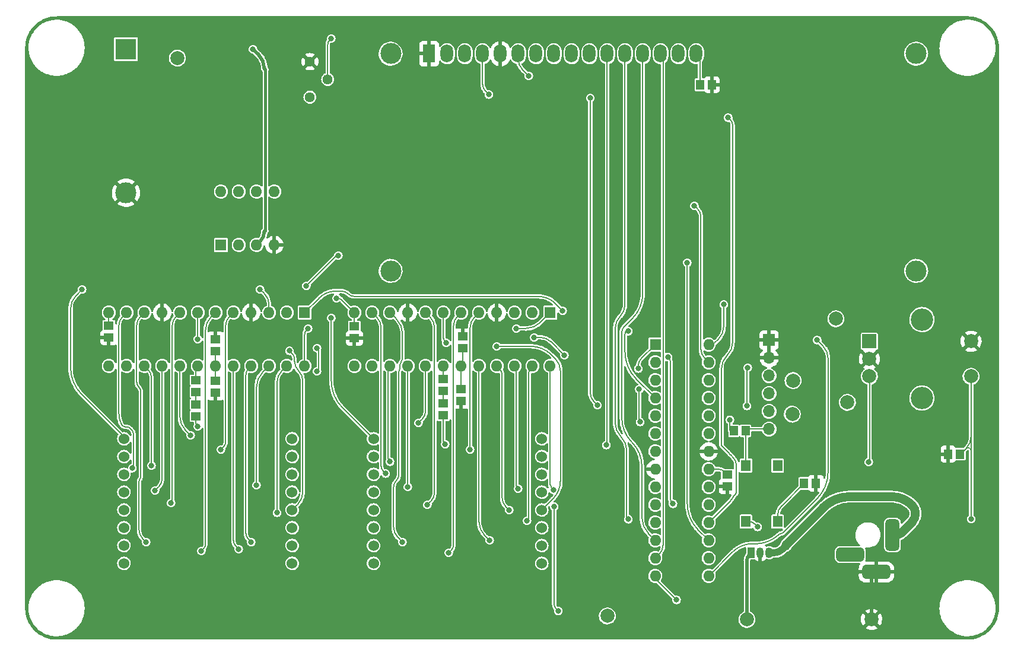
<source format=gbr>
%TF.GenerationSoftware,KiCad,Pcbnew,(6.0.5)*%
%TF.CreationDate,2022-07-19T21:39:33-04:00*%
%TF.ProjectId,Clock,436c6f63-6b2e-46b6-9963-61645f706362,rev?*%
%TF.SameCoordinates,PX4c4b400PY8a48640*%
%TF.FileFunction,Copper,L2,Bot*%
%TF.FilePolarity,Positive*%
%FSLAX46Y46*%
G04 Gerber Fmt 4.6, Leading zero omitted, Abs format (unit mm)*
G04 Created by KiCad (PCBNEW (6.0.5)) date 2022-07-19 21:39:33*
%MOMM*%
%LPD*%
G01*
G04 APERTURE LIST*
G04 Aperture macros list*
%AMRoundRect*
0 Rectangle with rounded corners*
0 $1 Rounding radius*
0 $2 $3 $4 $5 $6 $7 $8 $9 X,Y pos of 4 corners*
0 Add a 4 corners polygon primitive as box body*
4,1,4,$2,$3,$4,$5,$6,$7,$8,$9,$2,$3,0*
0 Add four circle primitives for the rounded corners*
1,1,$1+$1,$2,$3*
1,1,$1+$1,$4,$5*
1,1,$1+$1,$6,$7*
1,1,$1+$1,$8,$9*
0 Add four rect primitives between the rounded corners*
20,1,$1+$1,$2,$3,$4,$5,0*
20,1,$1+$1,$4,$5,$6,$7,0*
20,1,$1+$1,$6,$7,$8,$9,0*
20,1,$1+$1,$8,$9,$2,$3,0*%
G04 Aperture macros list end*
%TA.AperFunction,ComponentPad*%
%ADD10R,1.600000X1.600000*%
%TD*%
%TA.AperFunction,ComponentPad*%
%ADD11O,1.600000X1.600000*%
%TD*%
%TA.AperFunction,ComponentPad*%
%ADD12C,3.200000*%
%TD*%
%TA.AperFunction,ComponentPad*%
%ADD13R,2.000000X2.000000*%
%TD*%
%TA.AperFunction,ComponentPad*%
%ADD14C,2.000000*%
%TD*%
%TA.AperFunction,ComponentPad*%
%ADD15C,1.524000*%
%TD*%
%TA.AperFunction,ComponentPad*%
%ADD16C,3.000000*%
%TD*%
%TA.AperFunction,ComponentPad*%
%ADD17R,1.800000X2.600000*%
%TD*%
%TA.AperFunction,ComponentPad*%
%ADD18O,1.800000X2.600000*%
%TD*%
%TA.AperFunction,ComponentPad*%
%ADD19C,1.440000*%
%TD*%
%TA.AperFunction,ComponentPad*%
%ADD20R,1.050000X1.500000*%
%TD*%
%TA.AperFunction,ComponentPad*%
%ADD21O,1.050000X1.500000*%
%TD*%
%TA.AperFunction,SMDPad,CuDef*%
%ADD22R,1.400000X1.150000*%
%TD*%
%TA.AperFunction,SMDPad,CuDef*%
%ADD23R,1.150000X1.400000*%
%TD*%
%TA.AperFunction,ComponentPad*%
%ADD24RoundRect,0.500000X0.500000X-1.750000X0.500000X1.750000X-0.500000X1.750000X-0.500000X-1.750000X0*%
%TD*%
%TA.AperFunction,ComponentPad*%
%ADD25RoundRect,0.500000X1.500000X0.500000X-1.500000X0.500000X-1.500000X-0.500000X1.500000X-0.500000X0*%
%TD*%
%TA.AperFunction,ComponentPad*%
%ADD26R,3.000000X3.000000*%
%TD*%
%TA.AperFunction,SMDPad,CuDef*%
%ADD27R,1.400000X1.600000*%
%TD*%
%TA.AperFunction,ComponentPad*%
%ADD28R,1.700000X1.700000*%
%TD*%
%TA.AperFunction,ComponentPad*%
%ADD29O,1.700000X1.700000*%
%TD*%
%TA.AperFunction,ViaPad*%
%ADD30C,0.812800*%
%TD*%
%TA.AperFunction,Conductor*%
%ADD31C,0.203200*%
%TD*%
%TA.AperFunction,Conductor*%
%ADD32C,0.508000*%
%TD*%
%TA.AperFunction,Conductor*%
%ADD33C,0.381000*%
%TD*%
%TA.AperFunction,Conductor*%
%ADD34C,1.270000*%
%TD*%
%TA.AperFunction,Conductor*%
%ADD35C,1.016000*%
%TD*%
G04 APERTURE END LIST*
D10*
%TO.P,U5,1,DIN*%
%TO.N,D1OD2I*%
X75453000Y47200000D03*
D11*
%TO.P,U5,2,DIG_0*%
%TO.N,Net-(D1-Pad9)*%
X72913000Y47200000D03*
%TO.P,U5,3,DIG_4*%
%TO.N,Net-(D1-Pad1)*%
X70373000Y47200000D03*
%TO.P,U5,4,GND*%
%TO.N,GND*%
X67833000Y47200000D03*
%TO.P,U5,5,DIG_6*%
%TO.N,Net-(D1-Pad2)*%
X65293000Y47200000D03*
%TO.P,U5,6,DIG_2*%
%TO.N,Net-(D1-Pad8)*%
X62753000Y47200000D03*
%TO.P,U5,7,DIG_3*%
%TO.N,Net-(D1-Pad12)*%
X60213000Y47200000D03*
%TO.P,U5,8,DIG_7*%
%TO.N,Net-(D1-Pad5)*%
X57673000Y47200000D03*
%TO.P,U5,9,GND*%
%TO.N,GND*%
X55133000Y47200000D03*
%TO.P,U5,10,DIG_5*%
%TO.N,Net-(D1-Pad7)*%
X52593000Y47200000D03*
%TO.P,U5,11,DIG_1*%
%TO.N,Net-(D1-Pad14)*%
X50053000Y47200000D03*
%TO.P,U5,12,LOAD*%
%TO.N,DATA MAX*%
X47513000Y47200000D03*
%TO.P,U5,13,CLK*%
%TO.N,SCK*%
X47513000Y39580000D03*
%TO.P,U5,14,SEG_A*%
%TO.N,Net-(D1-Pad3)*%
X50053000Y39580000D03*
%TO.P,U5,15,SEG_F*%
%TO.N,Net-(D1-Pad15)*%
X52593000Y39580000D03*
%TO.P,U5,16,SEG_B*%
%TO.N,Net-(D1-Pad4)*%
X55133000Y39580000D03*
%TO.P,U5,17,SEG_G*%
%TO.N,Net-(D1-Pad16)*%
X57673000Y39580000D03*
%TO.P,U5,18,ISET*%
%TO.N,Net-(R7-Pad2)*%
X60213000Y39580000D03*
%TO.P,U5,19,V+*%
%TO.N,VCC*%
X62753000Y39580000D03*
%TO.P,U5,20,SEG_C*%
%TO.N,Net-(D1-Pad10)*%
X65293000Y39580000D03*
%TO.P,U5,21,SEG_E*%
%TO.N,Net-(D1-Pad11)*%
X67833000Y39580000D03*
%TO.P,U5,22,SEG_DP*%
%TO.N,Net-(D1-Pad13)*%
X70373000Y39580000D03*
%TO.P,U5,23,SEG_D*%
%TO.N,Net-(D1-Pad6)*%
X72913000Y39580000D03*
%TO.P,U5,24,DOUT*%
%TO.N,Net-(U5-Pad24)*%
X75453000Y39580000D03*
%TD*%
D12*
%TO.P,SW1,*%
%TO.N,*%
X128500000Y46200000D03*
X128500000Y35000000D03*
D13*
%TO.P,SW1,A,A*%
%TO.N,ROT ENC A OUT*%
X121000000Y43100000D03*
D14*
%TO.P,SW1,B,B*%
%TO.N,ROT ENC B OUT*%
X121000000Y38100000D03*
%TO.P,SW1,C,C*%
%TO.N,GND*%
X121000000Y40600000D03*
%TO.P,SW1,S1,S1*%
%TO.N,ROT ENC SWITCH*%
X135500000Y38100000D03*
%TO.P,SW1,S2,S2*%
%TO.N,GND*%
X135500000Y43100000D03*
%TD*%
D15*
%TO.P,D2,1,R5*%
%TO.N,Net-(D2-Pad1)*%
X14618000Y29176000D03*
%TO.P,D2,2,R7*%
%TO.N,Net-(D2-Pad2)*%
X14618000Y26636000D03*
%TO.P,D2,3,C2*%
%TO.N,Net-(D2-Pad3)*%
X14618000Y24096000D03*
%TO.P,D2,4,C3*%
%TO.N,Net-(D2-Pad4)*%
X14618000Y21556000D03*
%TO.P,D2,5,R8*%
%TO.N,Net-(D2-Pad5)*%
X14618000Y19016000D03*
%TO.P,D2,6,C5*%
%TO.N,Net-(D2-Pad6)*%
X14618000Y16476000D03*
%TO.P,D2,7,R6*%
%TO.N,Net-(D2-Pad7)*%
X14618000Y13936000D03*
%TO.P,D2,8,R3*%
%TO.N,Net-(D2-Pad8)*%
X14618000Y11396000D03*
%TO.P,D2,9,R1*%
%TO.N,Net-(D2-Pad9)*%
X38618000Y11396000D03*
%TO.P,D2,10,C4*%
%TO.N,Net-(D2-Pad10)*%
X38618000Y13936000D03*
%TO.P,D2,11,C6*%
%TO.N,Net-(D2-Pad11)*%
X38618000Y16476000D03*
%TO.P,D2,12,R4*%
%TO.N,Net-(D2-Pad12)*%
X38618000Y19016000D03*
%TO.P,D2,13,C1*%
%TO.N,Net-(D2-Pad13)*%
X38618000Y21556000D03*
%TO.P,D2,14,R2*%
%TO.N,Net-(D2-Pad14)*%
X38618000Y24096000D03*
%TO.P,D2,15,C7*%
%TO.N,Net-(D2-Pad15)*%
X38618000Y26636000D03*
%TO.P,D2,16,C8*%
%TO.N,Net-(D2-Pad16)*%
X38618000Y29176000D03*
%TD*%
D14*
%TO.P,A_TP1,1,1*%
%TO.N,ROT ENC A OUT*%
X116215000Y46321000D03*
%TD*%
%TO.P,DO_TP1,1,1*%
%TO.N,Net-(U5-Pad24)*%
X83600000Y3900000D03*
%TD*%
%TO.P,TX_TP1,1,1*%
%TO.N,TXD*%
X110100000Y37500000D03*
%TD*%
%TO.P,VCC_TP1,1,1*%
%TO.N,VCC*%
X103515000Y3395000D03*
%TD*%
D10*
%TO.P,U6,1,DIN*%
%TO.N,LOAD MAX*%
X40396000Y47210000D03*
D11*
%TO.P,U6,2,DIG_0*%
%TO.N,Net-(D2-Pad9)*%
X37856000Y47210000D03*
%TO.P,U6,3,DIG_4*%
%TO.N,Net-(D2-Pad1)*%
X35316000Y47210000D03*
%TO.P,U6,4,GND*%
%TO.N,GND*%
X32776000Y47210000D03*
%TO.P,U6,5,DIG_6*%
%TO.N,Net-(D2-Pad2)*%
X30236000Y47210000D03*
%TO.P,U6,6,DIG_2*%
%TO.N,Net-(D2-Pad8)*%
X27696000Y47210000D03*
%TO.P,U6,7,DIG_3*%
%TO.N,Net-(D2-Pad12)*%
X25156000Y47210000D03*
%TO.P,U6,8,DIG_7*%
%TO.N,Net-(D2-Pad5)*%
X22616000Y47210000D03*
%TO.P,U6,9,GND*%
%TO.N,GND*%
X20076000Y47210000D03*
%TO.P,U6,10,DIG_5*%
%TO.N,Net-(D2-Pad7)*%
X17536000Y47210000D03*
%TO.P,U6,11,DIG_1*%
%TO.N,Net-(D2-Pad14)*%
X14996000Y47210000D03*
%TO.P,U6,12,LOAD*%
%TO.N,DATA MAX*%
X12456000Y47210000D03*
%TO.P,U6,13,CLK*%
%TO.N,SCK*%
X12456000Y39590000D03*
%TO.P,U6,14,SEG_A*%
%TO.N,Net-(D2-Pad3)*%
X14996000Y39590000D03*
%TO.P,U6,15,SEG_F*%
%TO.N,Net-(D2-Pad15)*%
X17536000Y39590000D03*
%TO.P,U6,16,SEG_B*%
%TO.N,Net-(D2-Pad4)*%
X20076000Y39590000D03*
%TO.P,U6,17,SEG_G*%
%TO.N,Net-(D2-Pad16)*%
X22616000Y39590000D03*
%TO.P,U6,18,ISET*%
%TO.N,Net-(R9-Pad2)*%
X25156000Y39590000D03*
%TO.P,U6,19,V+*%
%TO.N,VCC*%
X27696000Y39590000D03*
%TO.P,U6,20,SEG_C*%
%TO.N,Net-(D2-Pad10)*%
X30236000Y39590000D03*
%TO.P,U6,21,SEG_E*%
%TO.N,Net-(D2-Pad11)*%
X32776000Y39590000D03*
%TO.P,U6,22,SEG_DP*%
%TO.N,Net-(D2-Pad13)*%
X35316000Y39590000D03*
%TO.P,U6,23,SEG_D*%
%TO.N,Net-(D2-Pad6)*%
X37856000Y39590000D03*
%TO.P,U6,24,DOUT*%
%TO.N,D1OD2I*%
X40396000Y39590000D03*
%TD*%
D14*
%TO.P,RX_TP1,1,1*%
%TO.N,RXD*%
X110000000Y32700000D03*
%TD*%
%TO.P,B_TP1,1,1*%
%TO.N,ROT ENC B OUT*%
X117866000Y34383000D03*
%TD*%
D16*
%TO.P,DS1,*%
%TO.N,*%
X127680000Y84157500D03*
X52680900Y53156800D03*
X52680900Y84157500D03*
X127679480Y53156800D03*
D17*
%TO.P,DS1,1,VSS*%
%TO.N,GND*%
X58180000Y84157500D03*
D18*
%TO.P,DS1,2,VDD*%
%TO.N,VCC*%
X60720000Y84157500D03*
%TO.P,DS1,3,VO*%
%TO.N,Net-(DS1-Pad3)*%
X63260000Y84157500D03*
%TO.P,DS1,4,RS*%
%TO.N,LCD RS*%
X65800000Y84157500D03*
%TO.P,DS1,5,R/W*%
%TO.N,GND*%
X68340000Y84157500D03*
%TO.P,DS1,6,E*%
%TO.N,LCD E*%
X70880000Y84157500D03*
%TO.P,DS1,7,D0*%
%TO.N,unconnected-(DS1-Pad7)*%
X73420000Y84157500D03*
%TO.P,DS1,8,D1*%
%TO.N,unconnected-(DS1-Pad8)*%
X75960000Y84157500D03*
%TO.P,DS1,9,D2*%
%TO.N,unconnected-(DS1-Pad9)*%
X78500000Y84157500D03*
%TO.P,DS1,10,D3*%
%TO.N,unconnected-(DS1-Pad10)*%
X81040000Y84157500D03*
%TO.P,DS1,11,D4*%
%TO.N,LCD D4*%
X83580000Y84157500D03*
%TO.P,DS1,12,D5*%
%TO.N,LCD D5*%
X86120000Y84157500D03*
%TO.P,DS1,13,D6*%
%TO.N,LCD D6*%
X88660000Y84157500D03*
%TO.P,DS1,14,D7*%
%TO.N,LCD D7*%
X91200000Y84157500D03*
%TO.P,DS1,15,LED(+)*%
%TO.N,VCC*%
X93740000Y84157500D03*
%TO.P,DS1,16,LED(-)*%
%TO.N,Net-(DS1-Pad16)*%
X96280000Y84157500D03*
%TD*%
D10*
%TO.P,U4,1,X1*%
%TO.N,Net-(U4-Pad1)*%
X28458000Y56862000D03*
D11*
%TO.P,U4,2,X2*%
%TO.N,Net-(U4-Pad2)*%
X30998000Y56862000D03*
%TO.P,U4,3,VBAT*%
%TO.N,VBAT*%
X33538000Y56862000D03*
%TO.P,U4,4,GND*%
%TO.N,GND*%
X36078000Y56862000D03*
%TO.P,U4,5,SDA*%
%TO.N,A4 SDA*%
X36078000Y64482000D03*
%TO.P,U4,6,SCL*%
%TO.N,A5 SCK*%
X33538000Y64482000D03*
%TO.P,U4,7,SQW/OUT*%
%TO.N,unconnected-(U4-Pad7)*%
X30998000Y64482000D03*
%TO.P,U4,8,VCC*%
%TO.N,VCC*%
X28458000Y64482000D03*
%TD*%
D19*
%TO.P,RV1,1,1*%
%TO.N,VCC*%
X41158000Y77944000D03*
%TO.P,RV1,2,2*%
%TO.N,Net-(DS1-Pad3)*%
X43698000Y80484000D03*
%TO.P,RV1,3,3*%
%TO.N,GND*%
X41158000Y83024000D03*
%TD*%
D14*
%TO.P,VBAT_TP1,1,1*%
%TO.N,VBAT*%
X22235000Y83532000D03*
%TD*%
%TO.P,TP_GND1,1,1*%
%TO.N,GND*%
X121300000Y3400000D03*
%TD*%
D10*
%TO.P,U2,1,~{RESET}/PC6*%
%TO.N,~{RST}*%
X90444000Y42628000D03*
D11*
%TO.P,U2,2,PD0*%
%TO.N,RXD*%
X90444000Y40088000D03*
%TO.P,U2,3,PD1*%
%TO.N,TXD*%
X90444000Y37548000D03*
%TO.P,U2,4,PD2*%
%TO.N,LOAD MAX*%
X90444000Y35008000D03*
%TO.P,U2,5,PD3*%
%TO.N,LCD RS*%
X90444000Y32468000D03*
%TO.P,U2,6,PD4*%
%TO.N,LCD D4*%
X90444000Y29928000D03*
%TO.P,U2,7,VCC*%
%TO.N,VCC*%
X90444000Y27388000D03*
%TO.P,U2,8,GND*%
%TO.N,GND*%
X90444000Y24848000D03*
%TO.P,U2,9,XTAL1/PB6*%
%TO.N,Net-(C5-Pad1)*%
X90444000Y22308000D03*
%TO.P,U2,10,XTAL2/PB7*%
%TO.N,Net-(C6-Pad1)*%
X90444000Y19768000D03*
%TO.P,U2,11,PD5*%
%TO.N,LCD D5*%
X90444000Y17228000D03*
%TO.P,U2,12,PD6*%
%TO.N,LCD D6*%
X90444000Y14688000D03*
%TO.P,U2,13,PD7*%
%TO.N,LCD D7*%
X90444000Y12148000D03*
%TO.P,U2,14,PB0*%
%TO.N,ROT ENC SWITCH*%
X90444000Y9608000D03*
%TO.P,U2,15,PB1*%
%TO.N,ROT ENC A OUT*%
X98064000Y9608000D03*
%TO.P,U2,16,PB2*%
%TO.N,ROT ENC B OUT*%
X98064000Y12148000D03*
%TO.P,U2,17,PB3*%
%TO.N,DATA MAX*%
X98064000Y14688000D03*
%TO.P,U2,18,PB4*%
%TO.N,LCD E*%
X98064000Y17228000D03*
%TO.P,U2,19,PB5*%
%TO.N,SCK*%
X98064000Y19768000D03*
%TO.P,U2,20,AVCC*%
%TO.N,VCC*%
X98064000Y22308000D03*
%TO.P,U2,21,AREF*%
%TO.N,Net-(C1-Pad1)*%
X98064000Y24848000D03*
%TO.P,U2,22,GND*%
%TO.N,GND*%
X98064000Y27388000D03*
%TO.P,U2,23,PC0*%
%TO.N,unconnected-(U2-Pad23)*%
X98064000Y29928000D03*
%TO.P,U2,24,PC1*%
%TO.N,unconnected-(U2-Pad24)*%
X98064000Y32468000D03*
%TO.P,U2,25,PC2*%
%TO.N,unconnected-(U2-Pad25)*%
X98064000Y35008000D03*
%TO.P,U2,26,PC3*%
%TO.N,unconnected-(U2-Pad26)*%
X98064000Y37548000D03*
%TO.P,U2,27,PC4*%
%TO.N,A4 SDA*%
X98064000Y40088000D03*
%TO.P,U2,28,PC5*%
%TO.N,A5 SCK*%
X98064000Y42628000D03*
%TD*%
D20*
%TO.P,U3,1,VO*%
%TO.N,VCC*%
X104150000Y12920000D03*
D21*
%TO.P,U3,2,GND*%
%TO.N,GND*%
X105420000Y12920000D03*
%TO.P,U3,3,VI*%
%TO.N,Net-(C2-Pad1)*%
X106690000Y12920000D03*
%TD*%
D15*
%TO.P,D1,1,R5*%
%TO.N,Net-(D1-Pad1)*%
X50240000Y29176000D03*
%TO.P,D1,2,R7*%
%TO.N,Net-(D1-Pad2)*%
X50240000Y26636000D03*
%TO.P,D1,3,C2*%
%TO.N,Net-(D1-Pad3)*%
X50240000Y24096000D03*
%TO.P,D1,4,C3*%
%TO.N,Net-(D1-Pad4)*%
X50240000Y21556000D03*
%TO.P,D1,5,R8*%
%TO.N,Net-(D1-Pad5)*%
X50240000Y19016000D03*
%TO.P,D1,6,C5*%
%TO.N,Net-(D1-Pad6)*%
X50240000Y16476000D03*
%TO.P,D1,7,R6*%
%TO.N,Net-(D1-Pad7)*%
X50240000Y13936000D03*
%TO.P,D1,8,R3*%
%TO.N,Net-(D1-Pad8)*%
X50240000Y11396000D03*
%TO.P,D1,9,R1*%
%TO.N,Net-(D1-Pad9)*%
X74240000Y11396000D03*
%TO.P,D1,10,C4*%
%TO.N,Net-(D1-Pad10)*%
X74240000Y13936000D03*
%TO.P,D1,11,C6*%
%TO.N,Net-(D1-Pad11)*%
X74240000Y16476000D03*
%TO.P,D1,12,R4*%
%TO.N,Net-(D1-Pad12)*%
X74240000Y19016000D03*
%TO.P,D1,13,C1*%
%TO.N,Net-(D1-Pad13)*%
X74240000Y21556000D03*
%TO.P,D1,14,R2*%
%TO.N,Net-(D1-Pad14)*%
X74240000Y24096000D03*
%TO.P,D1,15,C7*%
%TO.N,Net-(D1-Pad15)*%
X74240000Y26636000D03*
%TO.P,D1,16,C8*%
%TO.N,Net-(D1-Pad16)*%
X74240000Y29176000D03*
%TD*%
D22*
%TO.P,C7,1*%
%TO.N,VCC*%
X62748000Y36288000D03*
%TO.P,C7,2*%
%TO.N,GND*%
X62748000Y34588000D03*
%TD*%
%TO.P,C8,1*%
%TO.N,VCC*%
X27696000Y37480000D03*
%TO.P,C8,2*%
%TO.N,GND*%
X27696000Y35780000D03*
%TD*%
%TO.P,R9,1*%
%TO.N,Net-(R8-Pad2)*%
X24902000Y35858000D03*
%TO.P,R9,2*%
%TO.N,Net-(R9-Pad2)*%
X24902000Y37558000D03*
%TD*%
%TO.P,C1,1*%
%TO.N,Net-(C1-Pad1)*%
X100721000Y24096000D03*
%TO.P,C1,2*%
%TO.N,GND*%
X100721000Y22396000D03*
%TD*%
%TO.P,R6,1*%
%TO.N,VCC*%
X60208000Y32517000D03*
%TO.P,R6,2*%
%TO.N,Net-(R6-Pad2)*%
X60208000Y34217000D03*
%TD*%
D23*
%TO.P,C11,1*%
%TO.N,~{RST}*%
X101649000Y30319000D03*
%TO.P,C11,2*%
%TO.N,~{RESET BTN}*%
X103349000Y30319000D03*
%TD*%
D22*
%TO.P,C10,1*%
%TO.N,VCC*%
X27696000Y41700000D03*
%TO.P,C10,2*%
%TO.N,GND*%
X27696000Y43400000D03*
%TD*%
%TO.P,C9,1*%
%TO.N,VCC*%
X63002000Y42130000D03*
%TO.P,C9,2*%
%TO.N,GND*%
X63002000Y43830000D03*
%TD*%
D24*
%TO.P,J1,1,POLE*%
%TO.N,Net-(C2-Pad1)*%
X124287000Y15460000D03*
D25*
%TO.P,J1,2,OUT*%
%TO.N,GND*%
X121987000Y10160000D03*
%TO.P,J1,3,OUT*%
%TO.N,unconnected-(J1-Pad3)*%
X118287000Y12660000D03*
%TD*%
D23*
%TO.P,R11,1*%
%TO.N,Net-(DS1-Pad16)*%
X96823000Y79722000D03*
%TO.P,R11,2*%
%TO.N,GND*%
X98523000Y79722000D03*
%TD*%
D22*
%TO.P,R4,1*%
%TO.N,DATA MAX*%
X47508000Y45266000D03*
%TO.P,R4,2*%
%TO.N,GND*%
X47508000Y43566000D03*
%TD*%
D26*
%TO.P,BT1,1,+*%
%TO.N,VBAT*%
X14900000Y84800000D03*
D16*
%TO.P,BT1,2,-*%
%TO.N,GND*%
X14900000Y64310000D03*
%TD*%
D22*
%TO.P,R5,1*%
%TO.N,DATA MAX*%
X12456000Y45354000D03*
%TO.P,R5,2*%
%TO.N,GND*%
X12456000Y43654000D03*
%TD*%
D23*
%TO.P,C12,1*%
%TO.N,GND*%
X132250000Y27000000D03*
%TO.P,C12,2*%
%TO.N,ROT ENC SWITCH*%
X133950000Y27000000D03*
%TD*%
D22*
%TO.P,R8,1*%
%TO.N,VCC*%
X24902000Y32390000D03*
%TO.P,R8,2*%
%TO.N,Net-(R8-Pad2)*%
X24902000Y34090000D03*
%TD*%
D27*
%TO.P,SW2,1,A*%
%TO.N,~{RESET BTN}*%
X103388000Y25366000D03*
%TO.P,SW2,2,A*%
%TO.N,VCC*%
X103388000Y17366000D03*
%TO.P,SW2,3,B*%
%TO.N,unconnected-(SW2-Pad3)*%
X107888000Y25366000D03*
%TO.P,SW2,4,B*%
%TO.N,Net-(R10-Pad2)*%
X107888000Y17366000D03*
%TD*%
D23*
%TO.P,R10,1*%
%TO.N,GND*%
X113382000Y22826000D03*
%TO.P,R10,2*%
%TO.N,Net-(R10-Pad2)*%
X111682000Y22826000D03*
%TD*%
D28*
%TO.P,J2,1,Pin_1*%
%TO.N,GND*%
X106690000Y43273000D03*
D29*
%TO.P,J2,2,Pin_2*%
X106690000Y40733000D03*
%TO.P,J2,3,Pin_3*%
%TO.N,unconnected-(J2-Pad3)*%
X106690000Y38193000D03*
%TO.P,J2,4,Pin_4*%
%TO.N,TXD*%
X106690000Y35653000D03*
%TO.P,J2,5,Pin_5*%
%TO.N,RXD*%
X106690000Y33113000D03*
%TO.P,J2,6,Pin_6*%
%TO.N,~{RESET BTN}*%
X106690000Y30573000D03*
%TD*%
D22*
%TO.P,R7,1*%
%TO.N,Net-(R6-Pad2)*%
X60208000Y36034000D03*
%TO.P,R7,2*%
%TO.N,Net-(R7-Pad2)*%
X60208000Y37734000D03*
%TD*%
D30*
%TO.N,LCD D5*%
X86600000Y17700000D03*
%TO.N,LCD D4*%
X83449000Y28287000D03*
%TO.N,LCD E*%
X100848000Y75023000D03*
X72400000Y80992000D03*
%TO.N,GND*%
X81290000Y31843000D03*
X95895000Y3903000D03*
X82052000Y8983000D03*
%TO.N,LCD RS*%
X66685000Y78325000D03*
X82179000Y34002000D03*
X81163000Y77817000D03*
%TO.N,VCC*%
X60462000Y28414000D03*
X25156000Y30954000D03*
X105039000Y16603000D03*
%TO.N,ROT ENC SWITCH*%
X93482000Y6189000D03*
X135519000Y17746000D03*
%TO.N,DATA MAX*%
X95006000Y54322000D03*
X45222000Y55338000D03*
X44968000Y49242000D03*
X40650000Y51020000D03*
%TO.N,~{RST}*%
X88021000Y39209000D03*
X88275000Y31589000D03*
X88148000Y36288000D03*
X101100000Y31900000D03*
%TO.N,RXD*%
X103515000Y33875000D03*
X103642000Y39336000D03*
%TO.N,Net-(D2-Pad1)*%
X8646000Y50512000D03*
X34046000Y50512000D03*
%TO.N,Net-(D2-Pad2)*%
X28458000Y27652000D03*
%TO.N,Net-(D2-Pad4)*%
X19060000Y21810000D03*
%TO.N,Net-(D2-Pad5)*%
X21346000Y20032000D03*
%TO.N,Net-(D2-Pad6)*%
X36459000Y18635000D03*
%TO.N,Net-(D2-Pad7)*%
X17790000Y14444000D03*
%TO.N,Net-(D2-Pad8)*%
X25664000Y13174000D03*
%TO.N,Net-(D2-Pad9)*%
X42174000Y42130000D03*
X42174000Y38828000D03*
%TO.N,Net-(D2-Pad10)*%
X30998000Y13428000D03*
%TO.N,Net-(D2-Pad11)*%
X32776000Y14444000D03*
%TO.N,Net-(D2-Pad12)*%
X25156000Y43400000D03*
X38237000Y41749000D03*
%TO.N,Net-(D2-Pad13)*%
X33538000Y22572000D03*
%TO.N,Net-(D2-Pad14)*%
X15809300Y24985966D03*
%TO.N,Net-(D2-Pad15)*%
X18552000Y25366000D03*
%TO.N,Net-(D2-Pad16)*%
X24140000Y29684000D03*
%TO.N,A4 SDA*%
X96022000Y62450000D03*
%TO.N,A5 SCK*%
X100213000Y48353000D03*
%TO.N,VBAT*%
X33030000Y84802000D03*
%TO.N,ROT ENC A OUT*%
X113548000Y43273000D03*
%TO.N,ROT ENC B OUT*%
X120914000Y25874000D03*
%TO.N,LOAD MAX*%
X86600000Y44543000D03*
X77226000Y47464000D03*
%TO.N,SCK*%
X92974000Y19905000D03*
X77480000Y41114000D03*
X73162000Y43654000D03*
X92259011Y40860000D03*
%TO.N,D1OD2I*%
X40904000Y44924000D03*
X70622000Y44924000D03*
%TO.N,Net-(D1-Pad1)*%
X44206000Y46448000D03*
%TO.N,Net-(D1-Pad2)*%
X64018000Y27652000D03*
%TO.N,Net-(D1-Pad4)*%
X55128000Y22318000D03*
%TO.N,Net-(D1-Pad5)*%
X57922000Y19778000D03*
%TO.N,Net-(D1-Pad6)*%
X72146000Y17492000D03*
%TO.N,Net-(D1-Pad7)*%
X54366000Y14444000D03*
%TO.N,Net-(D1-Pad8)*%
X60970000Y12920000D03*
%TO.N,Net-(D1-Pad10)*%
X66812000Y14698000D03*
%TO.N,Net-(D1-Pad11)*%
X69606000Y19016000D03*
%TO.N,Net-(D1-Pad12)*%
X67828000Y42384000D03*
X60589000Y42892000D03*
%TO.N,Net-(D1-Pad13)*%
X70876000Y22064000D03*
%TO.N,Net-(D1-Pad14)*%
X51953000Y24223000D03*
%TO.N,Net-(D1-Pad15)*%
X52588000Y25925300D03*
%TO.N,Net-(D1-Pad16)*%
X56652000Y31462000D03*
%TO.N,Net-(U5-Pad24)*%
X76007300Y19500000D03*
X76600000Y4600000D03*
X75895108Y21902615D03*
%TO.N,Net-(DS1-Pad3)*%
X44206000Y86326000D03*
%TD*%
D31*
%TO.N,LCD D7*%
X91548311Y14033177D02*
X91548311Y83562896D01*
X90996155Y12700156D02*
X90444000Y12148000D01*
X91374155Y83983345D02*
X91200000Y84157500D01*
X91548306Y83562896D02*
G75*
G03*
X91374155Y83983345I-594606J4D01*
G01*
X90996151Y12700160D02*
G75*
G03*
X91548311Y14033177I-1333051J1333040D01*
G01*
%TO.N,LCD D6*%
X89486500Y15645500D02*
X90444000Y14688000D01*
X87159644Y46337743D02*
X85903357Y45081452D01*
X88660000Y49959922D02*
X88660000Y84157500D01*
X85659289Y32169904D02*
X85659289Y44492218D01*
X88529000Y17957110D02*
X88529000Y25241808D01*
X87094141Y28705853D02*
G75*
G02*
X85659289Y32169904I3464059J3464047D01*
G01*
X85903365Y45081444D02*
G75*
G03*
X85659289Y44492218I589235J-589244D01*
G01*
X88529004Y17957110D02*
G75*
G03*
X89486500Y15645500I3269096J-10D01*
G01*
X87159648Y46337739D02*
G75*
G03*
X88660000Y49959922I-3622148J3622161D01*
G01*
X87094139Y28705851D02*
G75*
G02*
X88529000Y25241808I-3464039J-3464051D01*
G01*
%TO.N,LCD D5*%
X86118000Y84155500D02*
X86120000Y84157500D01*
X86485000Y17815000D02*
X86600000Y17700000D01*
X84719000Y44952172D02*
X84719000Y31486434D01*
X86370000Y18092635D02*
X86370000Y27500567D01*
X86116000Y48324829D02*
X86116000Y84150672D01*
X85417508Y46638492D02*
G75*
G03*
X86116000Y48324829I-1686308J1686308D01*
G01*
X85417492Y46638508D02*
G75*
G03*
X84719000Y44952172I1686308J-1686308D01*
G01*
X86116012Y84150672D02*
G75*
G02*
X86118000Y84155500I6788J28D01*
G01*
X86484990Y17814990D02*
G75*
G02*
X86370000Y18092635I277610J277610D01*
G01*
X86369986Y27500567D02*
G75*
G03*
X85544500Y29493500I-2818386J33D01*
G01*
X84719014Y31486434D02*
G75*
G03*
X85544500Y29493500I2818386J-34D01*
G01*
%TO.N,LCD D4*%
X83449000Y28287000D02*
X83514500Y28352500D01*
X83580000Y28510631D02*
X83580000Y84157500D01*
X83579987Y28510631D02*
G75*
G02*
X83514500Y28352500I-223587J-31D01*
G01*
%TO.N,LCD E*%
X101601222Y26437546D02*
X101202444Y26836324D01*
X101196490Y20360492D02*
X98064000Y17228000D01*
X70880000Y83334750D02*
X70880000Y84157500D01*
X101572864Y20972865D02*
X101798587Y21198588D01*
X101563571Y20950428D02*
X101563571Y20937284D01*
X102000000Y25474811D02*
X102000000Y21587845D01*
X99883289Y39145123D02*
X99883289Y28256753D01*
X102014433Y21578427D02*
X102009417Y21578427D01*
X71461772Y81930228D02*
X72400000Y80992000D01*
X102021947Y21575315D02*
X102025060Y21572202D01*
X101483000Y73938988D02*
X101483000Y43007167D01*
X101165500Y74705500D02*
X100848000Y75023000D01*
X99898168Y28220832D02*
X100811739Y27307261D01*
X101801412Y21205407D02*
X102030033Y21434027D01*
X101564407Y20921847D02*
X101564407Y20879286D01*
X101483016Y43007167D02*
G75*
G02*
X100683144Y41076145I-2730916J33D01*
G01*
X100811741Y27307263D02*
G75*
G02*
X101202444Y26836324I-2555041J-2517263D01*
G01*
X71461746Y81930202D02*
G75*
G02*
X70880000Y83334750I1404554J1404498D01*
G01*
X99883260Y28256753D02*
G75*
G03*
X99898169Y28220833I50840J47D01*
G01*
X101601214Y26437538D02*
G75*
G02*
X102000000Y25474811I-962714J-962738D01*
G01*
X101564403Y20879288D02*
G75*
G02*
X101196490Y20360492I-1681503J802612D01*
G01*
X101799996Y21201997D02*
G75*
G02*
X101801413Y21205406I4804J3D01*
G01*
X101563570Y20937284D02*
G75*
G02*
X101564406Y20921847I-2916970J-165684D01*
G01*
X99883283Y39145123D02*
G75*
G02*
X100683145Y41076144I2730917J-23D01*
G01*
X101798582Y21198593D02*
G75*
G03*
X101800000Y21201997I-3382J3407D01*
G01*
X101482994Y73938988D02*
G75*
G03*
X101165500Y74705500I-1083994J12D01*
G01*
X102014433Y21578450D02*
G75*
G02*
X102021947Y21575315I-33J-10650D01*
G01*
X102009417Y21578400D02*
G75*
G02*
X102000000Y21587845I-17J9400D01*
G01*
X101563551Y20950428D02*
G75*
G02*
X101572865Y20972864I31749J-28D01*
G01*
X102030020Y21434032D02*
G75*
G03*
X102025060Y21572202I-161720J63368D01*
G01*
D32*
%TO.N,GND*%
X121300000Y8987218D02*
X121300000Y3400000D01*
X121643500Y9816500D02*
X121987000Y10160000D01*
X121643505Y9816495D02*
G75*
G03*
X121300000Y8987218I829295J-829295D01*
G01*
D31*
%TO.N,LCD RS*%
X81671000Y34510000D02*
X82179000Y34002000D01*
X66242500Y78767500D02*
X66685000Y78325000D01*
X81163000Y35736421D02*
X81163000Y77817000D01*
X65800000Y79835790D02*
X65800000Y84157500D01*
X66242503Y78767503D02*
G75*
G02*
X65800000Y79835790I1068297J1068297D01*
G01*
X81163009Y35736421D02*
G75*
G03*
X81671000Y34510000I1734391J-21D01*
G01*
%TO.N,VCC*%
X103832000Y17366000D02*
X103388000Y17366000D01*
X62753000Y39403931D02*
X62753000Y37312536D01*
X24902000Y31387606D02*
X24902000Y32390000D01*
D32*
X103515000Y11835979D02*
X103515000Y3395000D01*
D31*
X62748000Y37300465D02*
X62748000Y36288000D01*
X60208000Y28847606D02*
X60208000Y32517000D01*
X60335000Y28541000D02*
X60462000Y28414000D01*
X103832500Y12602500D02*
X104150000Y12920000D01*
X25156000Y30954000D02*
X25029000Y31081000D01*
X63002000Y40005070D02*
X63002000Y42130000D01*
X27696000Y39590000D02*
X27696000Y41700000D01*
X104589955Y17052045D02*
X105039000Y16603000D01*
X27696000Y39590000D02*
X27696000Y37480000D01*
X62877491Y39704509D02*
G75*
G03*
X63002000Y40005070I-300591J300591D01*
G01*
X62877509Y39704491D02*
G75*
G03*
X62753000Y39403931I300591J-300591D01*
G01*
X60208003Y28847606D02*
G75*
G03*
X60335001Y28541001I433597J-6D01*
G01*
D32*
X103515006Y11835979D02*
G75*
G02*
X103832500Y12602500I1083994J21D01*
G01*
D31*
X62748015Y37300465D02*
G75*
G02*
X62750500Y37306500I8485J35D01*
G01*
X103832000Y17366003D02*
G75*
G02*
X104589955Y17052045I0J-1071903D01*
G01*
X62752985Y37312536D02*
G75*
G02*
X62750500Y37306500I-8485J-36D01*
G01*
X24902003Y31387606D02*
G75*
G03*
X25029001Y31081001I433597J-6D01*
G01*
%TO.N,Net-(R10-Pad2)*%
X108477019Y19621020D02*
X111682000Y22826000D01*
X107888000Y18199000D02*
X107888000Y17366000D01*
X107887988Y18199000D02*
G75*
G02*
X108477019Y19621020I2011012J0D01*
G01*
%TO.N,ROT ENC SWITCH*%
X134017677Y27017678D02*
X134765000Y27765000D01*
X135530000Y27448127D02*
X135530000Y29611874D01*
X93482000Y6189000D02*
X90578703Y9092297D01*
X135524500Y17751500D02*
X135519000Y17746000D01*
X135530000Y17764779D02*
X135530000Y27448127D01*
X90444000Y9417500D02*
X90444000Y9608000D01*
X133975000Y27000000D02*
X133950000Y27000000D01*
X135530000Y29611874D02*
X135530000Y38106000D01*
X135524494Y17751506D02*
G75*
G03*
X135530000Y17764779I-13294J13294D01*
G01*
X134765045Y27764955D02*
G75*
G02*
X135530000Y27448127I316855J-316855D01*
G01*
X134764992Y27765008D02*
G75*
G03*
X135530000Y29611874I-1846892J1846892D01*
G01*
X90443998Y9417500D02*
G75*
G03*
X90578703Y9092297I459902J0D01*
G01*
X134017687Y27017668D02*
G75*
G02*
X133975000Y27000000I-42687J42732D01*
G01*
%TO.N,Net-(R7-Pad2)*%
X60210500Y39577500D02*
X60213000Y39580000D01*
X60208000Y39571465D02*
X60208000Y37734000D01*
X60210490Y39577510D02*
G75*
G03*
X60208000Y39571465I6010J-6010D01*
G01*
%TO.N,Net-(R8-Pad2)*%
X24902000Y34090000D02*
X24902000Y35858000D01*
%TO.N,DATA MAX*%
X40650000Y51020000D02*
X44878197Y55248198D01*
X45222000Y55338000D02*
X45095000Y55338000D01*
X12456000Y45354000D02*
X12456000Y47210000D01*
X45648837Y49064163D02*
X47510500Y47202500D01*
X95006000Y19908333D02*
X95006000Y54322000D01*
X47508000Y47191465D02*
X47508000Y45266000D01*
X96535000Y16217000D02*
X98064000Y14688000D01*
X44968000Y49242000D02*
X45219500Y49242000D01*
X47510500Y47202500D02*
G75*
G02*
X47510500Y47197500I-2500J-2500D01*
G01*
X45219500Y49241992D02*
G75*
G02*
X45648837Y49064163I0J-607192D01*
G01*
X96534990Y16216990D02*
G75*
G02*
X95006000Y19908333I3691310J3691310D01*
G01*
X47508015Y47191465D02*
G75*
G02*
X47510500Y47197500I8485J35D01*
G01*
X45095000Y55338002D02*
G75*
G03*
X44878197Y55248198I0J-306602D01*
G01*
%TO.N,~{RST}*%
X88211500Y31652500D02*
X88275000Y31589000D01*
X88373139Y40557140D02*
X90444000Y42628000D01*
X88021000Y39707000D02*
X88021000Y39209000D01*
X101100000Y30403037D02*
X101100000Y31900000D01*
X88148000Y36288000D02*
X88148000Y31805803D01*
X101375500Y30319000D02*
X101649000Y30319000D01*
X101121562Y30366228D02*
X101110781Y30377009D01*
X101375500Y30319012D02*
G75*
G02*
X101121562Y30366229I9600J758088D01*
G01*
X88373135Y40557144D02*
G75*
G03*
X88021000Y39707000I850165J-850144D01*
G01*
X88148002Y31805803D02*
G75*
G03*
X88211501Y31652501I216798J-3D01*
G01*
X101110764Y30376992D02*
G75*
G02*
X101100000Y30403037I26036J26008D01*
G01*
%TO.N,RXD*%
X103642000Y39336000D02*
X103578500Y39272500D01*
X103515000Y39119198D02*
X103515000Y33875000D01*
X103578499Y39272501D02*
G75*
G03*
X103515000Y39119198I153301J-153301D01*
G01*
%TO.N,Net-(D2-Pad1)*%
X35316000Y48343975D02*
X35316000Y47210000D01*
X34681000Y49877000D02*
X34046000Y50512000D01*
X6995000Y47693567D02*
X6995000Y39368964D01*
X7820500Y49686500D02*
X8646000Y50512000D01*
X8588792Y35521208D02*
X14680000Y29430000D01*
X6994990Y39368964D02*
G75*
G03*
X8588793Y35521209I5441610J36D01*
G01*
X35315989Y48343975D02*
G75*
G03*
X34681000Y49877000I-2167989J25D01*
G01*
X7820490Y49686510D02*
G75*
G03*
X6995000Y47693567I1992910J-1992910D01*
G01*
%TO.N,Net-(D2-Pad2)*%
X28458000Y27652000D02*
X28794844Y27988845D01*
X29131689Y45324824D02*
X29131689Y28802060D01*
X29683844Y46657845D02*
X30236000Y47210000D01*
X29131708Y28802060D02*
G75*
G02*
X28794844Y27988845I-1150108J40D01*
G01*
X29683849Y46657840D02*
G75*
G03*
X29131689Y45324824I1333051J-1333040D01*
G01*
%TO.N,Net-(D2-Pad4)*%
X19568000Y22318000D02*
X19060000Y21810000D01*
X20076000Y23544421D02*
X20076000Y39590000D01*
X19568006Y22317994D02*
G75*
G03*
X20076000Y23544421I-1226406J1226406D01*
G01*
%TO.N,Net-(D2-Pad5)*%
X22063844Y46657845D02*
X22616000Y47210000D01*
X21346000Y20032000D02*
X21428844Y20114845D01*
X21511689Y20314849D02*
X21511689Y45324824D01*
X21428827Y20114862D02*
G75*
G03*
X21511689Y20314849I-200027J200038D01*
G01*
X21511682Y45324824D02*
G75*
G02*
X22063844Y46657845I1885218J-24D01*
G01*
%TO.N,Net-(D2-Pad6)*%
X37157500Y38891500D02*
X37856000Y39590000D01*
X36459000Y37205172D02*
X36459000Y18635000D01*
X37157492Y38891508D02*
G75*
G03*
X36459000Y37205172I1686308J-1686308D01*
G01*
%TO.N,Net-(D2-Pad7)*%
X16774000Y16178421D02*
X16774000Y23154395D01*
X17028000Y35866345D02*
X17028000Y23767606D01*
X17282000Y14952000D02*
X17790000Y14444000D01*
X16431689Y45324824D02*
X16431689Y37305967D01*
X16983844Y46657845D02*
X17536000Y47210000D01*
X16983849Y46657840D02*
G75*
G03*
X16431689Y45324824I1333051J-1333040D01*
G01*
X16774003Y23154395D02*
G75*
G02*
X16901001Y23460999I433597J5D01*
G01*
X16729872Y36586184D02*
G75*
G02*
X16431689Y37305967I719728J719816D01*
G01*
X17027997Y23767606D02*
G75*
G02*
X16900999Y23461001I-433597J-6D01*
G01*
X16774009Y16178421D02*
G75*
G03*
X17282000Y14952000I1734391J-21D01*
G01*
X17028021Y35866345D02*
G75*
G03*
X16729844Y36586156I-1018021J-45D01*
G01*
%TO.N,Net-(D2-Pad8)*%
X25962155Y13472156D02*
X25664000Y13174000D01*
X26260311Y14191967D02*
X26260311Y44759126D01*
X26978155Y46492156D02*
X27696000Y47210000D01*
X26260297Y44759126D02*
G75*
G02*
X26978155Y46492156I2450903J-26D01*
G01*
X26260320Y14191967D02*
G75*
G02*
X25962154Y13472157I-1018020J33D01*
G01*
%TO.N,Net-(D2-Pad9)*%
X42428000Y39261606D02*
X42428000Y41696395D01*
X42174000Y38828000D02*
X42301000Y38955000D01*
X42174000Y42130000D02*
X42301000Y42003000D01*
X42427997Y39261606D02*
G75*
G02*
X42300999Y38955001I-433597J-6D01*
G01*
X42427997Y41696395D02*
G75*
G03*
X42300999Y42002999I-433597J5D01*
G01*
%TO.N,Net-(D2-Pad10)*%
X30998000Y13428000D02*
X30617000Y13809000D01*
X30236000Y14728816D02*
X30236000Y39590000D01*
X30616995Y13808995D02*
G75*
G02*
X30236000Y14728816I919805J919805D01*
G01*
%TO.N,Net-(D2-Pad11)*%
X32776000Y14444000D02*
X32395000Y14825000D01*
X32395000Y39209000D02*
X32776000Y39590000D01*
X32014000Y38289185D02*
X32014000Y15744816D01*
X32394995Y39209005D02*
G75*
G03*
X32014000Y38289185I919805J-919805D01*
G01*
X32394995Y14824995D02*
G75*
G02*
X32014000Y15744816I919805J919805D01*
G01*
%TO.N,Net-(D2-Pad12)*%
X38960311Y40244823D02*
X38960311Y40514231D01*
X40142000Y37446687D02*
X40142000Y21617631D01*
X39380000Y19778000D02*
X38618000Y19016000D01*
X38598655Y41387345D02*
X38237000Y41749000D01*
X25156000Y43400000D02*
X25156000Y47210000D01*
X39551155Y38873112D02*
X39512466Y38911801D01*
X38960320Y40514231D02*
G75*
G03*
X38598655Y41387345I-1234820J-31D01*
G01*
X39512453Y38911788D02*
G75*
G02*
X38960311Y40244823I1333047J1333012D01*
G01*
X39380009Y19777991D02*
G75*
G03*
X40142000Y21617631I-1839609J1839609D01*
G01*
X39551168Y38873125D02*
G75*
G02*
X40142000Y37446687I-1426468J-1426425D01*
G01*
%TO.N,Net-(D2-Pad13)*%
X34427000Y38701000D02*
X35316000Y39590000D01*
X33538000Y36554765D02*
X33538000Y22572000D01*
X34426989Y38701011D02*
G75*
G03*
X33538000Y36554765I2146211J-2146211D01*
G01*
%TO.N,Net-(D2-Pad14)*%
X14935382Y30900000D02*
X14762349Y30900000D01*
X15904650Y25081316D02*
X15809300Y24985966D01*
X14435294Y31035471D02*
X14299824Y31170941D01*
X13891689Y32766260D02*
X13891689Y45324824D01*
X16000000Y29705026D02*
X16000000Y25311512D01*
X15557823Y30642177D02*
X15650000Y30550000D01*
X14443844Y46657845D02*
X14996000Y47210000D01*
X14935382Y30899977D02*
G75*
G02*
X15557823Y30642177I18J-880277D01*
G01*
X14443849Y46657840D02*
G75*
G03*
X13891689Y45324824I1333051J-1333040D01*
G01*
X15904667Y25081299D02*
G75*
G03*
X16000000Y25311512I-230267J230201D01*
G01*
X14299816Y31170937D02*
G75*
G02*
X13891689Y32766260I2908984J1594063D01*
G01*
X15649993Y30549993D02*
G75*
G02*
X16000000Y29705026I-844993J-844993D01*
G01*
X14762349Y30900028D02*
G75*
G02*
X14435294Y31035471I-49J462472D01*
G01*
%TO.N,Net-(D2-Pad15)*%
X18044000Y39082000D02*
X17536000Y39590000D01*
X18552000Y25366000D02*
X18552000Y37855580D01*
X18551991Y37855580D02*
G75*
G03*
X18044000Y39082000I-1734391J20D01*
G01*
%TO.N,Net-(D2-Pad16)*%
X22616000Y32285631D02*
X22616000Y39590000D01*
X23378000Y30446000D02*
X24140000Y29684000D01*
X22616013Y32285631D02*
G75*
G03*
X23378000Y30446000I2601587J-31D01*
G01*
%TO.N,A4 SDA*%
X97511844Y40640156D02*
X98064000Y40088000D01*
X96022000Y62450000D02*
X96490844Y61981156D01*
X96959689Y60849265D02*
X96959689Y41973177D01*
X96959683Y41973177D02*
G75*
G03*
X97511844Y40640156I1885217J23D01*
G01*
X96490852Y61981164D02*
G75*
G02*
X96959689Y60849265I-1131852J-1131864D01*
G01*
%TO.N,A5 SCK*%
X98371500Y42628000D02*
X98064000Y42628000D01*
X98896435Y42845436D02*
X99446000Y43395000D01*
X100213000Y48353000D02*
X100213000Y45246702D01*
X100212999Y45246702D02*
G75*
G02*
X99446000Y43395000I-2618699J-2D01*
G01*
X98896442Y42845429D02*
G75*
G02*
X98371500Y42628000I-524942J524971D01*
G01*
D32*
%TO.N,VBAT*%
X34642311Y82049613D02*
X34800000Y81891924D01*
D33*
X34799999Y58904871D02*
X34799999Y81891922D01*
D32*
X34642311Y58747177D02*
X34800000Y58904866D01*
X33030000Y84802000D02*
X33836155Y83995845D01*
D31*
X34090155Y57414156D02*
X33538000Y56862000D01*
D32*
X34090151Y57414160D02*
G75*
G03*
X34642311Y58747177I-1333051J1333040D01*
G01*
X34642313Y82049613D02*
G75*
G03*
X33836155Y83995845I-2752413J-13D01*
G01*
D31*
%TO.N,ROT ENC A OUT*%
X101778906Y13292433D02*
X101703189Y13230295D01*
X105144735Y14221194D02*
X105036831Y14211755D01*
X114324000Y42497000D02*
X113548000Y43273000D01*
X108671191Y15771192D02*
X113506207Y20606208D01*
X104406761Y14199999D02*
X104603941Y14200000D01*
X108388273Y15654003D02*
X108330871Y15654003D01*
X103917917Y14178430D02*
X104015394Y14188031D01*
X101418003Y12962005D02*
X98064000Y9608000D01*
X107984750Y15432799D02*
X107901773Y15363175D01*
X115100000Y40623571D02*
X115100000Y24453964D01*
X101778903Y13292436D02*
G75*
G02*
X102093244Y13525559I2529397J-3082136D01*
G01*
X108330871Y15654017D02*
G75*
G03*
X108145140Y15578216I29J-265517D01*
G01*
X107193260Y14867080D02*
G75*
G02*
X106809295Y14667200I-2481260J4297720D01*
G01*
X101418003Y12962005D02*
G75*
G02*
X101557368Y13099712I11562097J-11561905D01*
G01*
X102428920Y13726754D02*
G75*
G03*
X102093244Y13525558I1879480J-3516354D01*
G01*
X114324009Y42497009D02*
G75*
G02*
X115100000Y40623571I-1873409J-1873409D01*
G01*
X107558347Y15099660D02*
G75*
G03*
X107901773Y15363176I-2846347J4065040D01*
G01*
X106409366Y14501549D02*
G75*
G02*
X105996525Y14371382I-1697266J4663351D01*
G01*
X108671203Y15771180D02*
G75*
G02*
X108388273Y15654003I-282903J282920D01*
G01*
X102782699Y13894077D02*
G75*
G02*
X103151175Y14025917I1525801J-3683577D01*
G01*
X103917917Y14178429D02*
G75*
G03*
X103530800Y14121006I390883J-3968729D01*
G01*
X102782699Y13894075D02*
G75*
G03*
X102428920Y13726753I1525901J-3683975D01*
G01*
X105996525Y14371383D02*
G75*
G02*
X105573908Y14277693I-1284325J4793317D01*
G01*
X106409368Y14501545D02*
G75*
G03*
X106809295Y14667200I-1697068J4662655D01*
G01*
X107193260Y14867080D02*
G75*
G03*
X107558348Y15099659I-2481360J4297920D01*
G01*
X104210842Y14198816D02*
G75*
G03*
X104015394Y14188031I27458J-2273816D01*
G01*
X113506200Y20606215D02*
G75*
G03*
X115100000Y24453964I-3847800J3847785D01*
G01*
X104210842Y14198815D02*
G75*
G02*
X104406761Y14199999I195958J-16208615D01*
G01*
X105036831Y14211753D02*
G75*
G02*
X104820592Y14201157I-246431J2817247D01*
G01*
X104820592Y14201157D02*
G75*
G02*
X104603941Y14200000I-216892J20336243D01*
G01*
X103151175Y14025916D02*
G75*
G02*
X103530800Y14121006I1157525J-3815816D01*
G01*
X107984747Y15432803D02*
G75*
G03*
X108145138Y15578218I-1814647J2162697D01*
G01*
X105144735Y14221194D02*
G75*
G03*
X105573908Y14277694I-432435J4943006D01*
G01*
X101703189Y13230295D02*
G75*
G03*
X101557369Y13099711I1440411J-1755195D01*
G01*
%TO.N,ROT ENC B OUT*%
X120914000Y25874000D02*
X120972000Y25932000D01*
X121030000Y26072025D02*
X121030000Y38106000D01*
X120972007Y25931993D02*
G75*
G03*
X121030000Y26072025I-140007J140007D01*
G01*
%TO.N,LOAD MAX*%
X86116000Y44105330D02*
X86116000Y41589964D01*
X44841000Y50258000D02*
X45699184Y50258000D01*
X86203605Y44374890D02*
X86291004Y44462290D01*
X76210000Y48480000D02*
X77226000Y47464000D01*
X73757159Y49496000D02*
X47538815Y49496000D01*
X86600000Y44543000D02*
X86485857Y44543000D01*
X42456171Y49270172D02*
X40396000Y47210000D01*
X87709792Y37742208D02*
X90444000Y35008000D01*
X46618995Y49876995D02*
G75*
G03*
X47538815Y49496000I919805J919805D01*
G01*
X86115990Y41589964D02*
G75*
G03*
X87709793Y37742209I5441610J36D01*
G01*
X86115979Y44105330D02*
G75*
G02*
X86203605Y44374890I458521J-30D01*
G01*
X42456162Y49270181D02*
G75*
G02*
X44841000Y50258000I2384838J-2384881D01*
G01*
X86291018Y44462276D02*
G75*
G02*
X86485857Y44543000I194882J-194876D01*
G01*
X46619005Y49877005D02*
G75*
G03*
X45699184Y50258000I-919805J-919805D01*
G01*
X73757159Y49495983D02*
G75*
G02*
X76210000Y48480000I41J-3468783D01*
G01*
%TO.N,SCK*%
X92426005Y40693006D02*
X92259011Y40860000D01*
X75568617Y43025383D02*
X77480000Y41114000D01*
X73162000Y43654000D02*
X74051000Y43654000D01*
X92593000Y20555408D02*
X92593000Y40289846D01*
X92783500Y20095500D02*
X92974000Y19905000D01*
X92783498Y20095498D02*
G75*
G02*
X92593000Y20555408I459902J459902D01*
G01*
X74051000Y43654010D02*
G75*
G02*
X75568617Y43025383I0J-2146210D01*
G01*
X92593018Y40289846D02*
G75*
G03*
X92426005Y40693006I-570218J-46D01*
G01*
%TO.N,Net-(C1-Pad1)*%
X99437255Y24848000D02*
X98064000Y24848000D01*
X100345000Y24472000D02*
X100721000Y24096000D01*
X99437255Y24847981D02*
G75*
G02*
X100345000Y24472000I45J-1283681D01*
G01*
%TO.N,D1OD2I*%
X40650000Y44670000D02*
X40904000Y44924000D01*
X74080328Y45827329D02*
X75453000Y47200000D01*
X70622000Y44924000D02*
X71899500Y44924000D01*
X40396000Y44056790D02*
X40396000Y39590000D01*
X71899500Y44924014D02*
G75*
G03*
X74080327Y45827330I0J3084186D01*
G01*
X40396005Y44056790D02*
G75*
G02*
X40650001Y44669999I867195J10D01*
G01*
D34*
%TO.N,Net-(C2-Pad1)*%
X127073500Y17301500D02*
X125566107Y15794108D01*
X124759500Y15460000D02*
X124287000Y15460000D01*
D35*
X107388500Y12920000D02*
X106690000Y12920000D01*
D34*
X118214963Y20921000D02*
X124160751Y20921000D01*
X114367207Y19327208D02*
X109147901Y14107902D01*
D35*
X108580914Y13413915D02*
X109058098Y13891099D01*
D34*
X114367236Y19327179D02*
G75*
G02*
X118214963Y20921000I3847764J-3847679D01*
G01*
X127073500Y17301500D02*
G75*
G03*
X127073500Y19714500I-1206500J1206500D01*
G01*
X109102999Y13999500D02*
G75*
G02*
X109147901Y14107902I153301J0D01*
G01*
X125566104Y15794111D02*
G75*
G02*
X124759500Y15460000I-806604J806589D01*
G01*
X124160751Y20920979D02*
G75*
G02*
X127073499Y19714499I49J-4119179D01*
G01*
D35*
X108580909Y13413920D02*
G75*
G02*
X107388500Y12920000I-1192409J1192380D01*
G01*
D34*
X109103000Y13999500D02*
G75*
G02*
X109058098Y13891099I-153300J0D01*
G01*
D31*
%TO.N,~{RESET BTN}*%
X103782605Y30573000D02*
X106690000Y30573000D01*
X103476000Y30446000D02*
X103368500Y30338500D01*
X103388000Y30252423D02*
X103388000Y25366000D01*
X103368500Y30299500D02*
G75*
G02*
X103368500Y30338500I19500J19500D01*
G01*
X103475998Y30446002D02*
G75*
G02*
X103782605Y30573000I306602J-306602D01*
G01*
X103368493Y30299493D02*
G75*
G02*
X103388000Y30252423I-47093J-47093D01*
G01*
%TO.N,Net-(D1-Pad1)*%
X45799792Y33616208D02*
X50240000Y29176000D01*
X44206000Y37463964D02*
X44206000Y46448000D01*
X45799800Y33616216D02*
G75*
G02*
X44206000Y37463964I3847800J3847784D01*
G01*
%TO.N,Net-(D1-Pad2)*%
X64655500Y46562500D02*
X65293000Y47200000D01*
X64018000Y45023439D02*
X64018000Y27652000D01*
X64655511Y46562489D02*
G75*
G03*
X64018000Y45023439I1539089J-1539089D01*
G01*
%TO.N,Net-(D1-Pad4)*%
X55130500Y22320500D02*
X55128000Y22318000D01*
X55133000Y22326536D02*
X55133000Y39580000D01*
X55130510Y22320490D02*
G75*
G03*
X55133000Y22326536I-6010J6010D01*
G01*
%TO.N,Net-(D1-Pad5)*%
X58430000Y20286000D02*
X57922000Y19778000D01*
X58305500Y46567500D02*
X57673000Y47200000D01*
X58938000Y45040510D02*
X58938000Y21512421D01*
X58937991Y21512421D02*
G75*
G02*
X58430000Y20286000I-1734391J-21D01*
G01*
X58938004Y45040510D02*
G75*
G03*
X58305500Y46567500I-2159504J-10D01*
G01*
%TO.N,Net-(D1-Pad6)*%
X72400000Y17925606D02*
X72400000Y38704255D01*
X72146000Y17492000D02*
X72273000Y17619000D01*
X72656500Y39323500D02*
X72913000Y39580000D01*
X72400019Y38704255D02*
G75*
G02*
X72656500Y39323500I875681J45D01*
G01*
X72273002Y17618998D02*
G75*
G03*
X72400000Y17925606I-306602J306602D01*
G01*
%TO.N,Net-(D1-Pad7)*%
X53479500Y46313500D02*
X52593000Y47200000D01*
X53858000Y38831194D02*
X53858000Y24126816D01*
X53096000Y22287185D02*
X53096000Y16612026D01*
X53731000Y15079000D02*
X54366000Y14444000D01*
X54366000Y44173300D02*
X54366000Y40613248D01*
X54028689Y39243274D02*
X54028689Y39798908D01*
X54366043Y40613248D02*
G75*
G02*
X54197343Y40206079I-575843J52D01*
G01*
X53479500Y46313500D02*
G75*
G02*
X54366000Y44173300I-2140200J-2140200D01*
G01*
X53477005Y23206995D02*
G75*
G03*
X53858000Y24126816I-919805J919805D01*
G01*
X54028705Y39243274D02*
G75*
G02*
X53943343Y39037235I-291405J26D01*
G01*
X53476995Y23207005D02*
G75*
G03*
X53096000Y22287185I919805J-919805D01*
G01*
X54028679Y39798908D02*
G75*
G02*
X54197344Y40206078I575821J-8D01*
G01*
X53730992Y15078992D02*
G75*
G02*
X53096000Y16612026I1533008J1533008D01*
G01*
X53858009Y38831194D02*
G75*
G02*
X53943344Y39037234I291391J6D01*
G01*
%TO.N,Net-(D1-Pad8)*%
X61648689Y14078595D02*
X61648689Y45314824D01*
X62200844Y46647845D02*
X62753000Y47200000D01*
X60970000Y12920000D02*
X61309344Y13259345D01*
X61309341Y13259348D02*
G75*
G03*
X61648689Y14078595I-819241J819252D01*
G01*
X61648682Y45314824D02*
G75*
G02*
X62200844Y46647845I1885218J-24D01*
G01*
%TO.N,Net-(D1-Pad10)*%
X65293000Y17291096D02*
X65293000Y39580000D01*
X66052500Y15457500D02*
X66812000Y14698000D01*
X65292999Y17291096D02*
G75*
G03*
X66052501Y15457501I2593101J4D01*
G01*
%TO.N,Net-(D1-Pad11)*%
X69098000Y19524000D02*
X69606000Y19016000D01*
X68590000Y20750421D02*
X68590000Y38287721D01*
X68211500Y39201500D02*
X67833000Y39580000D01*
X68211494Y39201494D02*
G75*
G02*
X68590000Y38287721I-913794J-913794D01*
G01*
X68590009Y20750421D02*
G75*
G03*
X69098000Y19524000I1734391J-21D01*
G01*
%TO.N,Net-(D1-Pad12)*%
X75755791Y20531799D02*
X75751648Y20527656D01*
X74895981Y19671990D02*
X74894033Y19670042D01*
X75227834Y20003846D02*
X75215571Y19991582D01*
X75822076Y20598081D02*
X75817933Y20593939D01*
X75024149Y19800159D02*
X75021840Y19797850D01*
X74423267Y19199277D02*
X74414936Y19190946D01*
X74256659Y19032665D02*
X74254056Y19030061D01*
X74552391Y19328401D02*
X74562284Y19338293D01*
X75274427Y20050438D02*
X75257263Y20033273D01*
X74848305Y19624316D02*
X74839794Y19615805D01*
X74880130Y19656139D02*
X74877570Y19653579D01*
X75826219Y20602224D02*
X75830362Y20606366D01*
X74400877Y19176889D02*
X74400357Y19176368D01*
X74464919Y19240930D02*
X74456588Y19232599D01*
X74856816Y19632828D02*
X74853101Y19629113D01*
X74885522Y19661532D02*
X74882853Y19658863D01*
X74964430Y19740441D02*
X74959813Y19735824D01*
X74248329Y19024333D02*
X74246246Y19022250D01*
X75080011Y19856022D02*
X75073737Y19849747D01*
X74584151Y19360161D02*
X74562284Y19338293D01*
X74550308Y19326318D02*
X74548225Y19324235D01*
X74968109Y19744120D02*
X74965369Y19741381D01*
X75115855Y19891866D02*
X75080011Y19856022D01*
X74244163Y19020167D02*
X74242081Y19018084D01*
X75047950Y19823962D02*
X75034391Y19810402D01*
X74906440Y19682448D02*
X74895981Y19671990D01*
X74950364Y19726374D02*
X74945316Y19721326D01*
X74294147Y19070151D02*
X74287899Y19063903D01*
X74317055Y19093060D02*
X74306642Y19082647D01*
X74950579Y19726590D02*
X74950364Y19726374D01*
X75778577Y20554584D02*
X75762006Y20538013D01*
X74548225Y19324235D02*
X74546142Y19322153D01*
X75006118Y19782128D02*
X74990611Y19766622D01*
X74537291Y19313302D02*
X74546142Y19322153D01*
X75073737Y19849747D02*
X75067462Y19843472D01*
X74806472Y19582482D02*
X74802397Y19578407D01*
X75441399Y20217411D02*
X75436346Y20212357D01*
X74727423Y19503432D02*
X74717451Y19493460D01*
X74383696Y19159707D02*
X74385781Y19161791D01*
X74473250Y19249261D02*
X74464919Y19240930D01*
X74362350Y19138360D02*
X74362871Y19138880D01*
X74832005Y19608015D02*
X74823494Y19599504D01*
X74392027Y19168038D02*
X74385781Y19161791D01*
X75538299Y20314308D02*
X75472015Y20248026D01*
X75670865Y20446874D02*
X75604582Y20380591D01*
X74965369Y19741381D02*
X74964430Y19740441D01*
X74281650Y19057655D02*
X74279567Y19055572D01*
X74285816Y19061821D02*
X74283733Y19059738D01*
X74494076Y19270087D02*
X74477415Y19253426D01*
X74473250Y19249261D02*
X74477415Y19253426D01*
X75205769Y19981780D02*
X75200867Y19976879D01*
X75834505Y20610508D02*
X75830362Y20606366D01*
X74329030Y19105036D02*
X74317575Y19093581D01*
X75215571Y19991582D02*
X75210670Y19986681D01*
X75826219Y20602224D02*
X75822076Y20598081D01*
X74241561Y19017564D02*
X74240520Y19016521D01*
X75191054Y19967066D02*
X75200867Y19976879D01*
X75604582Y20380591D02*
X75538299Y20314308D01*
X74584151Y19360161D02*
X74598164Y19374174D01*
X74990611Y19766622D02*
X74983254Y19759265D01*
X75028766Y19804777D02*
X75034391Y19810402D01*
X74404002Y19180012D02*
X74406605Y19182615D01*
X74283733Y19059738D02*
X74281650Y19057655D01*
X74681648Y19457659D02*
X74639906Y19415917D01*
X75751648Y20527656D02*
X75747505Y20523514D01*
X74733264Y19509274D02*
X74731317Y19507326D01*
X75747505Y20523514D02*
X75735078Y20511086D01*
X74373284Y19149293D02*
X74362871Y19138880D01*
X74729370Y19505379D02*
X74727423Y19503432D01*
X74681648Y19457659D02*
X74695560Y19471570D01*
X74802397Y19578407D02*
X74785736Y19561746D01*
X74916898Y19692907D02*
X74906440Y19682448D01*
X74872395Y19648405D02*
X74864606Y19640616D01*
X74814983Y19590993D02*
X74806472Y19582482D01*
X74254056Y19030061D02*
X74250933Y19026936D01*
X60589000Y42892000D02*
X60401000Y43080000D01*
X75755791Y20531799D02*
X75762006Y20538013D01*
X75210670Y19986681D02*
X75205769Y19981780D01*
X74887469Y19663479D02*
X74885522Y19661532D01*
X75166528Y19942538D02*
X75127833Y19903843D01*
X75401941Y20177952D02*
X75338184Y20114195D01*
X75714364Y20490372D02*
X75693650Y20469658D01*
X74864606Y19640616D02*
X74856816Y19632828D01*
X74882853Y19658863D02*
X74880184Y19656194D01*
X75670865Y20446874D02*
X75693650Y20469658D01*
X74241561Y19017564D02*
X74242081Y19018084D01*
X74940483Y19716494D02*
X74945316Y19721326D01*
X74880184Y19656194D02*
X74880130Y19656139D01*
X75811718Y20587725D02*
X75795148Y20571154D01*
X74279047Y19055052D02*
X74275923Y19051929D01*
X74872395Y19648405D02*
X74875010Y19651019D01*
X75026458Y19802468D02*
X75024149Y19800159D01*
X74970848Y19746859D02*
X74975897Y19751908D01*
X75472015Y20248026D02*
X75441399Y20217411D01*
X74517506Y19293517D02*
X74494076Y19270087D01*
X74240520Y19016521D02*
X74240000Y19016000D01*
X74955196Y19731207D02*
X74950579Y19726590D01*
X75067462Y19843472D02*
X75047950Y19823962D01*
X75017369Y19793379D02*
X75006118Y19782128D01*
X74306642Y19082647D02*
X74296229Y19072234D01*
X74839794Y19615805D02*
X74832005Y19608015D01*
X75834505Y20610508D02*
X75836577Y20612579D01*
X75121844Y19897854D02*
X75115855Y19891866D01*
X74894033Y19670042D02*
X74887469Y19663479D01*
X74396191Y19172202D02*
X74394108Y19170120D01*
X75191054Y19967066D02*
X75166528Y19942538D01*
X74448257Y19224268D02*
X74439928Y19215939D01*
X74717451Y19493460D02*
X74695560Y19471570D01*
X74350896Y19126904D02*
X74329030Y19105036D01*
X74398274Y19174285D02*
X74396191Y19172202D01*
X74742262Y19518272D02*
X74733264Y19509274D01*
X75436346Y20212357D02*
X75431293Y20207304D01*
X74296229Y19072234D02*
X74294147Y19070151D01*
X74823494Y19599504D02*
X74814983Y19590993D01*
X74362350Y19138360D02*
X74350896Y19126904D01*
X74317575Y19093581D02*
X74317055Y19093060D01*
X74762205Y19538215D02*
X74742262Y19518272D01*
X75795148Y20571154D02*
X75778577Y20554584D01*
X76900000Y23179908D02*
X76900000Y38897585D01*
X74853101Y19629113D02*
X74852741Y19628752D01*
X74431598Y19207608D02*
X74423267Y19199277D01*
X74383696Y19159707D02*
X74373284Y19149293D01*
X74414936Y19190946D02*
X74406605Y19182615D01*
X74439928Y19215939D02*
X74431598Y19207608D01*
X74246246Y19022250D02*
X74244163Y19020167D01*
X75028766Y19804777D02*
X75026458Y19802468D01*
X74925770Y19701780D02*
X74916898Y19692907D01*
X75401941Y20177952D02*
X75431293Y20207304D01*
X74970848Y19746859D02*
X74968109Y19744120D01*
X75257263Y20033273D02*
X75227834Y20003846D01*
X74940483Y19716494D02*
X74925770Y19701780D01*
X74983254Y19759265D02*
X74975897Y19751908D01*
X74848305Y19624316D02*
X74852380Y19628391D01*
X75811718Y20587725D02*
X75817933Y20593939D01*
X75338184Y20114195D02*
X75274427Y20050438D01*
X74250412Y19026416D02*
X74248329Y19024333D01*
X74537291Y19313302D02*
X74517506Y19293517D01*
X72659546Y42384000D02*
X67828000Y42384000D01*
X74552391Y19328401D02*
X74550308Y19326318D01*
X74731317Y19507326D02*
X74729370Y19505379D01*
X75017369Y19793379D02*
X75021840Y19797850D01*
X74959813Y19735824D02*
X74955196Y19731207D01*
X74279567Y19055572D02*
X74279047Y19055052D01*
X74275923Y19051929D02*
X74273320Y19049325D01*
X74264990Y19040995D02*
X74256659Y19032665D01*
X74762205Y19538215D02*
X74785736Y19561746D01*
X60213000Y43533873D02*
X60213000Y47200000D01*
X74877570Y19653579D02*
X74875010Y19651019D01*
X74639906Y19415917D02*
X74598164Y19374174D01*
X74400357Y19176368D02*
X74398274Y19174285D01*
X74394108Y19170120D02*
X74392027Y19168038D01*
X74285816Y19061821D02*
X74287899Y19063903D01*
X74250412Y19026416D02*
X74250933Y19026936D01*
X75127833Y19903843D02*
X75121844Y19897854D01*
X74273320Y19049325D02*
X74264990Y19040995D01*
X75735078Y20511086D02*
X75714364Y20490372D01*
X74404002Y19180012D02*
X74400877Y19176889D01*
X75658000Y41142000D02*
X76191185Y40608815D01*
X74456588Y19232599D02*
X74448257Y19224268D01*
X74852741Y19628752D02*
X74852380Y19628391D01*
X60401008Y43080008D02*
G75*
G02*
X60213000Y43533873I453892J453892D01*
G01*
X76191183Y40608813D02*
G75*
G02*
X76900000Y38897585I-1711183J-1711213D01*
G01*
X72659546Y42384019D02*
G75*
G02*
X75658000Y41142000I-46J-4240519D01*
G01*
X75836591Y20612565D02*
G75*
G03*
X76900000Y23179908I-2567391J2567335D01*
G01*
%TO.N,Net-(D1-Pad13)*%
X70876000Y22064000D02*
X70749000Y22191000D01*
X70622000Y39154931D02*
X70622000Y22497606D01*
X70497500Y39455500D02*
X70373000Y39580000D01*
X70622012Y39154931D02*
G75*
G03*
X70497500Y39455500I-425112J-31D01*
G01*
X70622003Y22497606D02*
G75*
G03*
X70749001Y22191001I433597J-6D01*
G01*
%TO.N,Net-(D1-Pad14)*%
X50685500Y46567500D02*
X50053000Y47200000D01*
X51953000Y24223000D02*
X51635500Y24540500D01*
X51318000Y45040510D02*
X51318000Y25307013D01*
X51318004Y45040510D02*
G75*
G03*
X50685500Y46567500I-2159504J-10D01*
G01*
X51635496Y24540496D02*
G75*
G02*
X51318000Y25307013I766504J766504D01*
G01*
%TO.N,Net-(D1-Pad15)*%
X52463500Y39450500D02*
X52593000Y39580000D01*
X52334000Y39137860D02*
X52334000Y26358906D01*
X52461000Y26052300D02*
X52588000Y25925300D01*
X52334003Y26358906D02*
G75*
G03*
X52461001Y26052301I433597J-6D01*
G01*
X52463488Y39450512D02*
G75*
G03*
X52334000Y39137860I312612J-312612D01*
G01*
%TO.N,Net-(D1-Pad16)*%
X56652000Y31462000D02*
X57162500Y31972500D01*
X57673000Y33204957D02*
X57673000Y39580000D01*
X57162487Y31972513D02*
G75*
G03*
X57673000Y33204957I-1232487J1232487D01*
G01*
%TO.N,Net-(R6-Pad2)*%
X60208000Y34217000D02*
X60208000Y36034000D01*
%TO.N,Net-(R9-Pad2)*%
X25029000Y39463000D02*
X25156000Y39590000D01*
X24902000Y39156395D02*
X24902000Y37558000D01*
X24902003Y39156395D02*
G75*
G02*
X25029001Y39462999I433597J5D01*
G01*
%TO.N,Net-(U5-Pad24)*%
X76007300Y19500000D02*
X76007300Y5611803D01*
X75453000Y22657341D02*
X75453000Y39580000D01*
X76600000Y4600000D02*
X76303650Y4896350D01*
X75895108Y21902615D02*
X75674054Y22123669D01*
X75674039Y22123654D02*
G75*
G02*
X75453000Y22657341I533661J533646D01*
G01*
X76303649Y4896349D02*
G75*
G02*
X76007300Y5611803I715451J715451D01*
G01*
%TO.N,Net-(DS1-Pad16)*%
X96551500Y83886000D02*
X96280000Y84157500D01*
X96823000Y83230542D02*
X96823000Y79722000D01*
X96823016Y83230542D02*
G75*
G03*
X96551499Y83885999I-927016J-42D01*
G01*
%TO.N,Net-(DS1-Pad3)*%
X44206000Y86326000D02*
X43952000Y86072000D01*
X43698000Y85458790D02*
X43698000Y80484000D01*
X43951997Y86072003D02*
G75*
G03*
X43698000Y85458790I613203J-613203D01*
G01*
%TD*%
%TA.AperFunction,Conductor*%
%TO.N,GND*%
G36*
X134970018Y89490000D02*
G01*
X134984851Y89487690D01*
X134984855Y89487690D01*
X134993724Y89486309D01*
X135014183Y89488984D01*
X135036007Y89489928D01*
X135385965Y89474648D01*
X135396913Y89473690D01*
X135774498Y89423981D01*
X135785307Y89422074D01*
X136157114Y89339647D01*
X136167731Y89336802D01*
X136530939Y89222282D01*
X136541254Y89218529D01*
X136893123Y89072780D01*
X136903067Y89068142D01*
X137111825Y88959470D01*
X137240867Y88892295D01*
X137250387Y88886799D01*
X137571574Y88682180D01*
X137580578Y88675876D01*
X137882716Y88444038D01*
X137891137Y88436972D01*
X138171914Y88179686D01*
X138179686Y88171914D01*
X138436972Y87891137D01*
X138444038Y87882716D01*
X138675876Y87580578D01*
X138682180Y87571574D01*
X138886799Y87250387D01*
X138892294Y87240868D01*
X139049515Y86938851D01*
X139068138Y86903076D01*
X139072780Y86893123D01*
X139202203Y86580668D01*
X139218526Y86541261D01*
X139222282Y86530939D01*
X139270038Y86379480D01*
X139336802Y86167732D01*
X139339647Y86157115D01*
X139421053Y85789918D01*
X139422073Y85785315D01*
X139423981Y85774498D01*
X139471246Y85415480D01*
X139473690Y85396914D01*
X139474648Y85385965D01*
X139489014Y85056946D01*
X139489603Y85043448D01*
X139488223Y85018571D01*
X139486309Y85006276D01*
X139487473Y84997374D01*
X139487473Y84997372D01*
X139490436Y84974717D01*
X139491500Y84958379D01*
X139491500Y5049367D01*
X139490000Y5029982D01*
X139487690Y5015149D01*
X139487690Y5015145D01*
X139486309Y5006276D01*
X139488984Y4985817D01*
X139489928Y4963993D01*
X139484490Y4839449D01*
X139474648Y4614036D01*
X139473690Y4603087D01*
X139427939Y4255565D01*
X139423982Y4225510D01*
X139422074Y4214693D01*
X139359324Y3931644D01*
X139339647Y3842886D01*
X139336802Y3832269D01*
X139269180Y3617798D01*
X139222285Y3469068D01*
X139218529Y3458746D01*
X139075233Y3112798D01*
X139072784Y3106886D01*
X139068142Y3096933D01*
X138970197Y2908782D01*
X138892295Y2759133D01*
X138886800Y2749615D01*
X138870828Y2724544D01*
X138682180Y2428426D01*
X138675876Y2419422D01*
X138444038Y2117284D01*
X138436972Y2108863D01*
X138179686Y1828086D01*
X138171914Y1820314D01*
X137891137Y1563028D01*
X137882716Y1555962D01*
X137580578Y1324124D01*
X137571574Y1317820D01*
X137466609Y1250950D01*
X137274727Y1128707D01*
X137250387Y1113201D01*
X137240868Y1107706D01*
X136903067Y931858D01*
X136893123Y927220D01*
X136541254Y781471D01*
X136530939Y777718D01*
X136167732Y663198D01*
X136157115Y660353D01*
X135785307Y577926D01*
X135774498Y576019D01*
X135396914Y526310D01*
X135385965Y525352D01*
X135043446Y510397D01*
X135018571Y511777D01*
X135006276Y513691D01*
X134997374Y512527D01*
X134997372Y512527D01*
X134982323Y510559D01*
X134974714Y509564D01*
X134958379Y508500D01*
X5049367Y508500D01*
X5029982Y510000D01*
X5015149Y512310D01*
X5015145Y512310D01*
X5006276Y513691D01*
X4985817Y511016D01*
X4963993Y510072D01*
X4614035Y525352D01*
X4603086Y526310D01*
X4225502Y576019D01*
X4214693Y577926D01*
X3842885Y660353D01*
X3832268Y663198D01*
X3469061Y777718D01*
X3458746Y781471D01*
X3106877Y927220D01*
X3096933Y931858D01*
X2759132Y1107706D01*
X2749613Y1113201D01*
X2725274Y1128707D01*
X2533391Y1250950D01*
X2428426Y1317820D01*
X2419422Y1324124D01*
X2117284Y1555962D01*
X2108863Y1563028D01*
X1828086Y1820314D01*
X1820314Y1828086D01*
X1563028Y2108863D01*
X1555962Y2117284D01*
X1324124Y2419422D01*
X1317820Y2428426D01*
X1129172Y2724544D01*
X1113200Y2749615D01*
X1107705Y2759133D01*
X1029803Y2908782D01*
X931858Y3096933D01*
X927216Y3106886D01*
X924768Y3112798D01*
X781471Y3458746D01*
X777715Y3469068D01*
X730821Y3617798D01*
X663198Y3832269D01*
X660353Y3842886D01*
X640676Y3931644D01*
X577926Y4214693D01*
X576018Y4225510D01*
X572062Y4255565D01*
X526310Y4603087D01*
X525352Y4614036D01*
X514558Y4861242D01*
X510561Y4952794D01*
X512188Y4979195D01*
X512769Y4982648D01*
X512770Y4982655D01*
X513576Y4987448D01*
X513729Y5000000D01*
X511727Y5013981D01*
X994883Y5013981D01*
X995033Y5010800D01*
X1012958Y4630714D01*
X1013974Y4609167D01*
X1014445Y4606014D01*
X1014446Y4606006D01*
X1032066Y4488108D01*
X1073876Y4208354D01*
X1074662Y4205272D01*
X1074662Y4205270D01*
X1168601Y3836733D01*
X1173975Y3815648D01*
X1246378Y3617798D01*
X1288727Y3502075D01*
X1313248Y3435067D01*
X1378436Y3300817D01*
X1483059Y3085356D01*
X1490268Y3070509D01*
X1491940Y3067802D01*
X1491941Y3067800D01*
X1688458Y2749613D01*
X1703223Y2725706D01*
X1705155Y2723188D01*
X1705162Y2723178D01*
X1947991Y2406717D01*
X1949932Y2404188D01*
X1952114Y2401872D01*
X1952123Y2401862D01*
X2056921Y2290654D01*
X2227869Y2109249D01*
X2534189Y1843906D01*
X2536799Y1842071D01*
X2536805Y1842067D01*
X2736373Y1701808D01*
X2865755Y1610877D01*
X3219173Y1412548D01*
X3222087Y1411281D01*
X3222091Y1411279D01*
X3375386Y1344625D01*
X3590825Y1250950D01*
X3774813Y1192232D01*
X3973860Y1128707D01*
X3973869Y1128705D01*
X3976904Y1127736D01*
X4192469Y1082309D01*
X4370339Y1044826D01*
X4370344Y1044825D01*
X4373458Y1044169D01*
X4776427Y1001104D01*
X4779614Y1001087D01*
X4779620Y1001087D01*
X4963626Y1000124D01*
X5181685Y998982D01*
X5334498Y1013696D01*
X5581918Y1037520D01*
X5581923Y1037521D01*
X5585083Y1037825D01*
X5588202Y1038448D01*
X5588207Y1038449D01*
X5784157Y1077604D01*
X5982491Y1117235D01*
X6251745Y1200068D01*
X6366794Y1235462D01*
X6366798Y1235464D01*
X6369839Y1236399D01*
X6372775Y1237639D01*
X6372780Y1237641D01*
X6577514Y1324124D01*
X6743162Y1394096D01*
X7098637Y1588714D01*
X7432626Y1818257D01*
X7462870Y1843906D01*
X7739278Y2078317D01*
X7739280Y2078319D01*
X7741708Y2080378D01*
X7823741Y2165623D01*
X120430867Y2165623D01*
X120436190Y2158126D01*
X120436546Y2157876D01*
X120641721Y2037983D01*
X120651008Y2033533D01*
X120873009Y1948759D01*
X120882907Y1945883D01*
X121115774Y1898506D01*
X121126001Y1897287D01*
X121363478Y1888579D01*
X121373764Y1889046D01*
X121609474Y1919241D01*
X121619559Y1921384D01*
X121847177Y1989673D01*
X121856754Y1993426D01*
X122070169Y2097977D01*
X122079014Y2103250D01*
X122156794Y2158730D01*
X122165195Y2169430D01*
X122158207Y2182583D01*
X121312812Y3027978D01*
X121298868Y3035592D01*
X121297035Y3035461D01*
X121290420Y3031210D01*
X120438126Y2178916D01*
X120430867Y2165623D01*
X7823741Y2165623D01*
X8022718Y2372391D01*
X8147895Y2532034D01*
X8270818Y2688803D01*
X8270822Y2688808D01*
X8272781Y2691307D01*
X8279216Y2701485D01*
X8431713Y2942713D01*
X8489334Y3033861D01*
X8490754Y3036710D01*
X8490759Y3036718D01*
X8668742Y3393698D01*
X8670162Y3396546D01*
X8813412Y3775647D01*
X8824056Y3815648D01*
X8854920Y3931644D01*
X82391557Y3931644D01*
X82406026Y3710893D01*
X82460481Y3496475D01*
X82553099Y3295572D01*
X82556432Y3290856D01*
X82631699Y3184356D01*
X82680778Y3114910D01*
X82839242Y2960542D01*
X83023183Y2837636D01*
X83028486Y2835358D01*
X83028489Y2835356D01*
X83144838Y2785369D01*
X83226443Y2750309D01*
X83323182Y2728419D01*
X83436576Y2702760D01*
X83436579Y2702760D01*
X83442212Y2701485D01*
X83447983Y2701258D01*
X83447985Y2701258D01*
X83516461Y2698568D01*
X83663267Y2692800D01*
X83783935Y2710296D01*
X83876488Y2723715D01*
X83876493Y2723716D01*
X83882202Y2724544D01*
X83887666Y2726399D01*
X83887671Y2726400D01*
X84086218Y2793798D01*
X84091686Y2795654D01*
X84284704Y2903749D01*
X84349131Y2957332D01*
X84434073Y3027978D01*
X84454791Y3045209D01*
X84579018Y3194576D01*
X84592560Y3210858D01*
X84596251Y3215296D01*
X84704346Y3408314D01*
X84734273Y3496475D01*
X84773600Y3612329D01*
X84773601Y3612334D01*
X84775456Y3617798D01*
X84776284Y3623507D01*
X84776285Y3623512D01*
X84805965Y3828216D01*
X84807200Y3836733D01*
X84808857Y3900000D01*
X84791164Y4092555D01*
X84789144Y4114543D01*
X84789143Y4114546D01*
X84788615Y4120297D01*
X84787047Y4125857D01*
X84730133Y4327657D01*
X84730132Y4327659D01*
X84728565Y4333216D01*
X84720226Y4350127D01*
X84633275Y4526445D01*
X84630720Y4531626D01*
X84498356Y4708883D01*
X84335906Y4859051D01*
X84187335Y4952792D01*
X84153694Y4974018D01*
X84153689Y4974020D01*
X84148810Y4977099D01*
X83943334Y5059076D01*
X83937674Y5060202D01*
X83937670Y5060203D01*
X83732027Y5101108D01*
X83732024Y5101108D01*
X83726360Y5102235D01*
X83720585Y5102311D01*
X83720581Y5102311D01*
X83609855Y5103760D01*
X83505154Y5105130D01*
X83499457Y5104151D01*
X83499456Y5104151D01*
X83292815Y5068644D01*
X83292812Y5068643D01*
X83287125Y5067666D01*
X83079574Y4991097D01*
X83034010Y4963989D01*
X82894420Y4880942D01*
X82894417Y4880940D01*
X82889452Y4877986D01*
X82723126Y4732122D01*
X82719551Y4727587D01*
X82719550Y4727586D01*
X82626196Y4609167D01*
X82586167Y4558391D01*
X82483162Y4362610D01*
X82481449Y4357093D01*
X82420201Y4159843D01*
X82417559Y4151336D01*
X82391557Y3931644D01*
X8854920Y3931644D01*
X8903586Y4114543D01*
X8917619Y4167284D01*
X8923482Y4203883D01*
X8974216Y4520630D01*
X8981715Y4567447D01*
X8984085Y4608540D01*
X8999620Y4877986D01*
X9005043Y4972039D01*
X9005141Y5000000D01*
X9004374Y5015149D01*
X8984799Y5401572D01*
X8984798Y5401577D01*
X8984638Y5404745D01*
X8931214Y5753871D01*
X8923821Y5802185D01*
X8923819Y5802194D01*
X8923337Y5805345D01*
X8826235Y6180812D01*
X8822664Y6194621D01*
X8822661Y6194629D01*
X8821867Y6197701D01*
X8816935Y6211034D01*
X8682376Y6574796D01*
X8682373Y6574802D01*
X8681267Y6577793D01*
X8502975Y6941731D01*
X8288818Y7285788D01*
X8040989Y7606442D01*
X7762024Y7900410D01*
X7454779Y8164682D01*
X7122401Y8396552D01*
X6768293Y8593646D01*
X6765373Y8594904D01*
X6765368Y8594906D01*
X6399014Y8752684D01*
X6399004Y8752688D01*
X6396080Y8753947D01*
X6009573Y8875812D01*
X5701880Y8939532D01*
X5615855Y8957347D01*
X5615852Y8957347D01*
X5612730Y8957994D01*
X5301937Y8990111D01*
X5212769Y8999326D01*
X5212766Y8999326D01*
X5209613Y8999652D01*
X5206447Y8999658D01*
X5206438Y8999658D01*
X5006225Y9000007D01*
X4804350Y9000359D01*
X4604617Y8980423D01*
X4404274Y8960427D01*
X4404270Y8960426D01*
X4401090Y8960109D01*
X4397950Y8959470D01*
X4397949Y8959470D01*
X4007096Y8879950D01*
X4007089Y8879948D01*
X4003962Y8879312D01*
X3617032Y8758797D01*
X3614092Y8757543D01*
X3247199Y8601050D01*
X3247195Y8601048D01*
X3244262Y8599797D01*
X3241475Y8598258D01*
X3241474Y8598258D01*
X3235402Y8594906D01*
X2889468Y8403940D01*
X2886847Y8402125D01*
X2886842Y8402122D01*
X2577119Y8187659D01*
X2556283Y8173232D01*
X2553855Y8171158D01*
X2553852Y8171156D01*
X2546272Y8164682D01*
X2248118Y7910034D01*
X2245918Y7907732D01*
X2245915Y7907729D01*
X2238921Y7900410D01*
X1968128Y7617042D01*
X1719181Y7297255D01*
X1717485Y7294551D01*
X1717482Y7294547D01*
X1710288Y7283079D01*
X1503824Y6953947D01*
X1324263Y6590633D01*
X1182337Y6211034D01*
X1181529Y6207955D01*
X1181527Y6207948D01*
X1178704Y6197187D01*
X1079498Y5819036D01*
X1016800Y5418651D01*
X1016629Y5415485D01*
X1016628Y5415480D01*
X1005790Y5215365D01*
X994883Y5013981D01*
X511727Y5013981D01*
X509773Y5027624D01*
X508500Y5045486D01*
X508500Y11409549D01*
X13647722Y11409549D01*
X13648238Y11403405D01*
X13661064Y11250665D01*
X13663569Y11220829D01*
X13715770Y11038782D01*
X13718588Y11033300D01*
X13718589Y11033296D01*
X13799516Y10875829D01*
X13799519Y10875825D01*
X13802337Y10870341D01*
X13806168Y10865508D01*
X13916143Y10726752D01*
X13916147Y10726747D01*
X13919972Y10721922D01*
X14064195Y10599179D01*
X14229512Y10506786D01*
X14409627Y10448264D01*
X14597678Y10425840D01*
X14603813Y10426312D01*
X14603815Y10426312D01*
X14780362Y10439896D01*
X14780366Y10439897D01*
X14786504Y10440369D01*
X14792436Y10442025D01*
X14792440Y10442026D01*
X14877707Y10465833D01*
X14968911Y10491298D01*
X15137952Y10576687D01*
X15162616Y10595956D01*
X15282327Y10689485D01*
X15282328Y10689486D01*
X15287188Y10693283D01*
X15410935Y10836646D01*
X15415787Y10845186D01*
X15501433Y10995951D01*
X15504480Y11001314D01*
X15564259Y11181015D01*
X15570044Y11226805D01*
X15587553Y11365403D01*
X15587554Y11365412D01*
X15587995Y11368906D01*
X15588373Y11396000D01*
X15587044Y11409549D01*
X37647722Y11409549D01*
X37648238Y11403405D01*
X37661064Y11250665D01*
X37663569Y11220829D01*
X37715770Y11038782D01*
X37718588Y11033300D01*
X37718589Y11033296D01*
X37799516Y10875829D01*
X37799519Y10875825D01*
X37802337Y10870341D01*
X37806168Y10865508D01*
X37916143Y10726752D01*
X37916147Y10726747D01*
X37919972Y10721922D01*
X38064195Y10599179D01*
X38229512Y10506786D01*
X38409627Y10448264D01*
X38597678Y10425840D01*
X38603813Y10426312D01*
X38603815Y10426312D01*
X38780362Y10439896D01*
X38780366Y10439897D01*
X38786504Y10440369D01*
X38792436Y10442025D01*
X38792440Y10442026D01*
X38877707Y10465833D01*
X38968911Y10491298D01*
X39137952Y10576687D01*
X39162616Y10595956D01*
X39282327Y10689485D01*
X39282328Y10689486D01*
X39287188Y10693283D01*
X39410935Y10836646D01*
X39415787Y10845186D01*
X39501433Y10995951D01*
X39504480Y11001314D01*
X39564259Y11181015D01*
X39570044Y11226805D01*
X39587553Y11365403D01*
X39587554Y11365412D01*
X39587995Y11368906D01*
X39588373Y11396000D01*
X39587044Y11409549D01*
X49269722Y11409549D01*
X49270238Y11403405D01*
X49283064Y11250665D01*
X49285569Y11220829D01*
X49337770Y11038782D01*
X49340588Y11033300D01*
X49340589Y11033296D01*
X49421516Y10875829D01*
X49421519Y10875825D01*
X49424337Y10870341D01*
X49428168Y10865508D01*
X49538143Y10726752D01*
X49538147Y10726747D01*
X49541972Y10721922D01*
X49686195Y10599179D01*
X49851512Y10506786D01*
X50031627Y10448264D01*
X50219678Y10425840D01*
X50225813Y10426312D01*
X50225815Y10426312D01*
X50402362Y10439896D01*
X50402366Y10439897D01*
X50408504Y10440369D01*
X50414436Y10442025D01*
X50414440Y10442026D01*
X50499707Y10465833D01*
X50590911Y10491298D01*
X50759952Y10576687D01*
X50784616Y10595956D01*
X50904327Y10689485D01*
X50904328Y10689486D01*
X50909188Y10693283D01*
X51032935Y10836646D01*
X51037787Y10845186D01*
X51123433Y10995951D01*
X51126480Y11001314D01*
X51186259Y11181015D01*
X51192044Y11226805D01*
X51209553Y11365403D01*
X51209554Y11365412D01*
X51209995Y11368906D01*
X51210373Y11396000D01*
X51209044Y11409549D01*
X73269722Y11409549D01*
X73270238Y11403405D01*
X73283064Y11250665D01*
X73285569Y11220829D01*
X73337770Y11038782D01*
X73340588Y11033300D01*
X73340589Y11033296D01*
X73421516Y10875829D01*
X73421519Y10875825D01*
X73424337Y10870341D01*
X73428168Y10865508D01*
X73538143Y10726752D01*
X73538147Y10726747D01*
X73541972Y10721922D01*
X73686195Y10599179D01*
X73851512Y10506786D01*
X74031627Y10448264D01*
X74219678Y10425840D01*
X74225813Y10426312D01*
X74225815Y10426312D01*
X74402362Y10439896D01*
X74402366Y10439897D01*
X74408504Y10440369D01*
X74414436Y10442025D01*
X74414440Y10442026D01*
X74499707Y10465833D01*
X74590911Y10491298D01*
X74759952Y10576687D01*
X74784616Y10595956D01*
X74904327Y10689485D01*
X74904328Y10689486D01*
X74909188Y10693283D01*
X75032935Y10836646D01*
X75037787Y10845186D01*
X75123433Y10995951D01*
X75126480Y11001314D01*
X75186259Y11181015D01*
X75192044Y11226805D01*
X75209553Y11365403D01*
X75209554Y11365412D01*
X75209995Y11368906D01*
X75210373Y11396000D01*
X75191892Y11584480D01*
X75189733Y11591633D01*
X75150191Y11722603D01*
X75137155Y11765780D01*
X75097245Y11840840D01*
X75051140Y11927550D01*
X75051139Y11927552D01*
X75048244Y11932996D01*
X74975500Y12022189D01*
X74932443Y12074983D01*
X74932440Y12074986D01*
X74928548Y12079758D01*
X74899539Y12103757D01*
X74787374Y12196548D01*
X74787375Y12196548D01*
X74782626Y12200476D01*
X74777209Y12203405D01*
X74777206Y12203407D01*
X74621455Y12287621D01*
X74621450Y12287623D01*
X74616035Y12290551D01*
X74570537Y12304635D01*
X74441008Y12344731D01*
X74441005Y12344732D01*
X74435121Y12346553D01*
X74428996Y12347197D01*
X74428995Y12347197D01*
X74252902Y12365705D01*
X74252901Y12365705D01*
X74246774Y12366349D01*
X74167232Y12359110D01*
X74064309Y12349744D01*
X74064306Y12349743D01*
X74058170Y12349185D01*
X74052264Y12347447D01*
X74052260Y12347446D01*
X73920832Y12308764D01*
X73876492Y12295714D01*
X73708659Y12207973D01*
X73703859Y12204113D01*
X73703858Y12204113D01*
X73703180Y12203568D01*
X73561066Y12089305D01*
X73557107Y12084587D01*
X73557106Y12084586D01*
X73448826Y11955544D01*
X73439332Y11944229D01*
X73436369Y11938840D01*
X73436366Y11938835D01*
X73376700Y11830302D01*
X73348096Y11778271D01*
X73346235Y11772404D01*
X73346234Y11772402D01*
X73293937Y11607540D01*
X73290832Y11597752D01*
X73269722Y11409549D01*
X51209044Y11409549D01*
X51191892Y11584480D01*
X51189733Y11591633D01*
X51150191Y11722603D01*
X51137155Y11765780D01*
X51097245Y11840840D01*
X51051140Y11927550D01*
X51051139Y11927552D01*
X51048244Y11932996D01*
X50975500Y12022189D01*
X50932443Y12074983D01*
X50932440Y12074986D01*
X50928548Y12079758D01*
X50899539Y12103757D01*
X50787374Y12196548D01*
X50787375Y12196548D01*
X50782626Y12200476D01*
X50777209Y12203405D01*
X50777206Y12203407D01*
X50621455Y12287621D01*
X50621450Y12287623D01*
X50616035Y12290551D01*
X50570537Y12304635D01*
X50441008Y12344731D01*
X50441005Y12344732D01*
X50435121Y12346553D01*
X50428996Y12347197D01*
X50428995Y12347197D01*
X50252902Y12365705D01*
X50252901Y12365705D01*
X50246774Y12366349D01*
X50167232Y12359110D01*
X50064309Y12349744D01*
X50064306Y12349743D01*
X50058170Y12349185D01*
X50052264Y12347447D01*
X50052260Y12347446D01*
X49920832Y12308764D01*
X49876492Y12295714D01*
X49708659Y12207973D01*
X49703859Y12204113D01*
X49703858Y12204113D01*
X49703180Y12203568D01*
X49561066Y12089305D01*
X49557107Y12084587D01*
X49557106Y12084586D01*
X49448826Y11955544D01*
X49439332Y11944229D01*
X49436369Y11938840D01*
X49436366Y11938835D01*
X49376700Y11830302D01*
X49348096Y11778271D01*
X49346235Y11772404D01*
X49346234Y11772402D01*
X49293937Y11607540D01*
X49290832Y11597752D01*
X49269722Y11409549D01*
X39587044Y11409549D01*
X39569892Y11584480D01*
X39567733Y11591633D01*
X39528191Y11722603D01*
X39515155Y11765780D01*
X39475245Y11840840D01*
X39429140Y11927550D01*
X39429139Y11927552D01*
X39426244Y11932996D01*
X39353500Y12022189D01*
X39310443Y12074983D01*
X39310440Y12074986D01*
X39306548Y12079758D01*
X39277539Y12103757D01*
X39165374Y12196548D01*
X39165375Y12196548D01*
X39160626Y12200476D01*
X39155209Y12203405D01*
X39155206Y12203407D01*
X38999455Y12287621D01*
X38999450Y12287623D01*
X38994035Y12290551D01*
X38948537Y12304635D01*
X38819008Y12344731D01*
X38819005Y12344732D01*
X38813121Y12346553D01*
X38806996Y12347197D01*
X38806995Y12347197D01*
X38630902Y12365705D01*
X38630901Y12365705D01*
X38624774Y12366349D01*
X38545232Y12359110D01*
X38442309Y12349744D01*
X38442306Y12349743D01*
X38436170Y12349185D01*
X38430264Y12347447D01*
X38430260Y12347446D01*
X38298832Y12308764D01*
X38254492Y12295714D01*
X38086659Y12207973D01*
X38081859Y12204113D01*
X38081858Y12204113D01*
X38081180Y12203568D01*
X37939066Y12089305D01*
X37935107Y12084587D01*
X37935106Y12084586D01*
X37826826Y11955544D01*
X37817332Y11944229D01*
X37814369Y11938840D01*
X37814366Y11938835D01*
X37754700Y11830302D01*
X37726096Y11778271D01*
X37724235Y11772404D01*
X37724234Y11772402D01*
X37671937Y11607540D01*
X37668832Y11597752D01*
X37647722Y11409549D01*
X15587044Y11409549D01*
X15569892Y11584480D01*
X15567733Y11591633D01*
X15528191Y11722603D01*
X15515155Y11765780D01*
X15475245Y11840840D01*
X15429140Y11927550D01*
X15429139Y11927552D01*
X15426244Y11932996D01*
X15353500Y12022189D01*
X15310443Y12074983D01*
X15310440Y12074986D01*
X15306548Y12079758D01*
X15277539Y12103757D01*
X15165374Y12196548D01*
X15165375Y12196548D01*
X15160626Y12200476D01*
X15155209Y12203405D01*
X15155206Y12203407D01*
X14999455Y12287621D01*
X14999450Y12287623D01*
X14994035Y12290551D01*
X14948537Y12304635D01*
X14819008Y12344731D01*
X14819005Y12344732D01*
X14813121Y12346553D01*
X14806996Y12347197D01*
X14806995Y12347197D01*
X14630902Y12365705D01*
X14630901Y12365705D01*
X14624774Y12366349D01*
X14545232Y12359110D01*
X14442309Y12349744D01*
X14442306Y12349743D01*
X14436170Y12349185D01*
X14430264Y12347447D01*
X14430260Y12347446D01*
X14298832Y12308764D01*
X14254492Y12295714D01*
X14086659Y12207973D01*
X14081859Y12204113D01*
X14081858Y12204113D01*
X14081180Y12203568D01*
X13939066Y12089305D01*
X13935107Y12084587D01*
X13935106Y12084586D01*
X13826826Y11955544D01*
X13817332Y11944229D01*
X13814369Y11938840D01*
X13814366Y11938835D01*
X13754700Y11830302D01*
X13726096Y11778271D01*
X13724235Y11772404D01*
X13724234Y11772402D01*
X13671937Y11607540D01*
X13668832Y11597752D01*
X13647722Y11409549D01*
X508500Y11409549D01*
X508500Y13949549D01*
X13647722Y13949549D01*
X13649196Y13931998D01*
X13662934Y13768397D01*
X13663569Y13760829D01*
X13715770Y13578782D01*
X13718588Y13573300D01*
X13718589Y13573296D01*
X13799516Y13415829D01*
X13799519Y13415825D01*
X13802337Y13410341D01*
X13812186Y13397915D01*
X13916143Y13266752D01*
X13916147Y13266747D01*
X13919972Y13261922D01*
X13924665Y13257928D01*
X14053557Y13148233D01*
X14064195Y13139179D01*
X14229512Y13046786D01*
X14409627Y12988264D01*
X14597678Y12965840D01*
X14603813Y12966312D01*
X14603815Y12966312D01*
X14780362Y12979896D01*
X14780366Y12979897D01*
X14786504Y12980369D01*
X14792436Y12982025D01*
X14792440Y12982026D01*
X14901190Y13012390D01*
X14968911Y13031298D01*
X15137952Y13116687D01*
X15152366Y13127948D01*
X15282327Y13229485D01*
X15282328Y13229486D01*
X15287188Y13233283D01*
X15410935Y13376646D01*
X15424189Y13399976D01*
X15466344Y13474183D01*
X15504480Y13541314D01*
X15564259Y13721015D01*
X15570050Y13766852D01*
X15587553Y13905403D01*
X15587554Y13905412D01*
X15587995Y13908906D01*
X15588373Y13936000D01*
X15569892Y14124480D01*
X15567733Y14131633D01*
X15526463Y14268325D01*
X15515155Y14305780D01*
X15504552Y14325722D01*
X15429140Y14467550D01*
X15429139Y14467552D01*
X15426244Y14472996D01*
X15357913Y14556778D01*
X15310443Y14614983D01*
X15310440Y14614986D01*
X15306548Y14619758D01*
X15274801Y14646022D01*
X15173017Y14730225D01*
X15160626Y14740476D01*
X15155209Y14743405D01*
X15155206Y14743407D01*
X14999455Y14827621D01*
X14999450Y14827623D01*
X14994035Y14830551D01*
X14940448Y14847139D01*
X14819008Y14884731D01*
X14819005Y14884732D01*
X14813121Y14886553D01*
X14806996Y14887197D01*
X14806995Y14887197D01*
X14630902Y14905705D01*
X14630901Y14905705D01*
X14624774Y14906349D01*
X14545232Y14899110D01*
X14442309Y14889744D01*
X14442306Y14889743D01*
X14436170Y14889185D01*
X14430264Y14887447D01*
X14430260Y14887446D01*
X14304907Y14850552D01*
X14254492Y14835714D01*
X14086659Y14747973D01*
X14081859Y14744113D01*
X14081858Y14744113D01*
X14056285Y14723552D01*
X13939066Y14629305D01*
X13935107Y14624587D01*
X13935106Y14624586D01*
X13821538Y14489242D01*
X13817332Y14484229D01*
X13814369Y14478840D01*
X13814366Y14478835D01*
X13761187Y14382102D01*
X13726096Y14318271D01*
X13724235Y14312404D01*
X13724234Y14312402D01*
X13677913Y14166380D01*
X13668832Y14137752D01*
X13647722Y13949549D01*
X508500Y13949549D01*
X508500Y16489549D01*
X13647722Y16489549D01*
X13648238Y16483405D01*
X13662369Y16315124D01*
X13663569Y16300829D01*
X13715770Y16118782D01*
X13718588Y16113300D01*
X13718589Y16113296D01*
X13799516Y15955829D01*
X13799519Y15955825D01*
X13802337Y15950341D01*
X13806168Y15945508D01*
X13916143Y15806752D01*
X13916147Y15806747D01*
X13919972Y15801922D01*
X13924665Y15797928D01*
X13924666Y15797927D01*
X14055249Y15686793D01*
X14064195Y15679179D01*
X14229512Y15586786D01*
X14409627Y15528264D01*
X14597678Y15505840D01*
X14603813Y15506312D01*
X14603815Y15506312D01*
X14780362Y15519896D01*
X14780366Y15519897D01*
X14786504Y15520369D01*
X14792436Y15522025D01*
X14792440Y15522026D01*
X14899704Y15551975D01*
X14968911Y15571298D01*
X15137952Y15656687D01*
X15144543Y15661836D01*
X15282327Y15769485D01*
X15282328Y15769486D01*
X15287188Y15773283D01*
X15410935Y15916646D01*
X15416213Y15925936D01*
X15451325Y15987745D01*
X15504480Y16081314D01*
X15564259Y16261015D01*
X15568540Y16294905D01*
X15587553Y16445403D01*
X15587554Y16445412D01*
X15587995Y16448906D01*
X15588373Y16476000D01*
X15569892Y16664480D01*
X15567733Y16671633D01*
X15523761Y16817276D01*
X15515155Y16845780D01*
X15478161Y16915355D01*
X15429140Y17007550D01*
X15429139Y17007552D01*
X15426244Y17012996D01*
X15350716Y17105603D01*
X15310443Y17154983D01*
X15310440Y17154986D01*
X15306548Y17159758D01*
X15301520Y17163918D01*
X15165374Y17276548D01*
X15165375Y17276548D01*
X15160626Y17280476D01*
X15155209Y17283405D01*
X15155206Y17283407D01*
X14999455Y17367621D01*
X14999450Y17367623D01*
X14994035Y17370551D01*
X14967067Y17378899D01*
X14819008Y17424731D01*
X14819005Y17424732D01*
X14813121Y17426553D01*
X14806996Y17427197D01*
X14806995Y17427197D01*
X14630902Y17445705D01*
X14630901Y17445705D01*
X14624774Y17446349D01*
X14545232Y17439110D01*
X14442309Y17429744D01*
X14442306Y17429743D01*
X14436170Y17429185D01*
X14430264Y17427447D01*
X14430260Y17427446D01*
X14310907Y17392318D01*
X14254492Y17375714D01*
X14086659Y17287973D01*
X14081859Y17284113D01*
X14081858Y17284113D01*
X14070876Y17275283D01*
X13939066Y17169305D01*
X13935107Y17164587D01*
X13935106Y17164586D01*
X13827349Y17036167D01*
X13817332Y17024229D01*
X13814369Y17018840D01*
X13814366Y17018835D01*
X13749456Y16900763D01*
X13726096Y16858271D01*
X13724235Y16852404D01*
X13724234Y16852402D01*
X13711551Y16812420D01*
X13668832Y16677752D01*
X13647722Y16489549D01*
X508500Y16489549D01*
X508500Y19029549D01*
X13647722Y19029549D01*
X13648238Y19023405D01*
X13662720Y18850944D01*
X13663569Y18840829D01*
X13715770Y18658782D01*
X13718588Y18653300D01*
X13718589Y18653296D01*
X13799516Y18495829D01*
X13799519Y18495825D01*
X13802337Y18490341D01*
X13824797Y18462004D01*
X13916143Y18346752D01*
X13916147Y18346747D01*
X13919972Y18341922D01*
X13924665Y18337928D01*
X13924666Y18337927D01*
X14046212Y18234484D01*
X14064195Y18219179D01*
X14229512Y18126786D01*
X14409627Y18068264D01*
X14597678Y18045840D01*
X14603813Y18046312D01*
X14603815Y18046312D01*
X14780362Y18059896D01*
X14780366Y18059897D01*
X14786504Y18060369D01*
X14792436Y18062025D01*
X14792440Y18062026D01*
X14902168Y18092663D01*
X14968911Y18111298D01*
X15137952Y18196687D01*
X15144593Y18201875D01*
X15282327Y18309485D01*
X15282328Y18309486D01*
X15287188Y18313283D01*
X15410935Y18456646D01*
X15421778Y18475732D01*
X15481505Y18580871D01*
X15504480Y18621314D01*
X15564259Y18801015D01*
X15568540Y18834905D01*
X15587553Y18985403D01*
X15587554Y18985412D01*
X15587995Y18988906D01*
X15588373Y19016000D01*
X15569892Y19204480D01*
X15567733Y19211633D01*
X15529628Y19337843D01*
X15515155Y19385780D01*
X15489881Y19433313D01*
X15429140Y19547550D01*
X15429139Y19547552D01*
X15426244Y19552996D01*
X15363207Y19630287D01*
X15310443Y19694983D01*
X15310440Y19694986D01*
X15306548Y19699758D01*
X15284950Y19717626D01*
X15165374Y19816548D01*
X15165375Y19816548D01*
X15160626Y19820476D01*
X15155202Y19823409D01*
X14999455Y19907621D01*
X14999450Y19907623D01*
X14994035Y19910551D01*
X14968711Y19918390D01*
X14819008Y19964731D01*
X14819005Y19964732D01*
X14813121Y19966553D01*
X14806996Y19967197D01*
X14806995Y19967197D01*
X14630902Y19985705D01*
X14630901Y19985705D01*
X14624774Y19986349D01*
X14564877Y19980898D01*
X14442309Y19969744D01*
X14442306Y19969743D01*
X14436170Y19969185D01*
X14430264Y19967447D01*
X14430260Y19967446D01*
X14320458Y19935129D01*
X14254492Y19915714D01*
X14086659Y19827973D01*
X14081859Y19824113D01*
X14081858Y19824113D01*
X14077335Y19820476D01*
X13939066Y19709305D01*
X13935107Y19704587D01*
X13935106Y19704586D01*
X13835870Y19586322D01*
X13817332Y19564229D01*
X13814369Y19558840D01*
X13814366Y19558835D01*
X13761510Y19462689D01*
X13726096Y19398271D01*
X13724235Y19392404D01*
X13724234Y19392402D01*
X13672881Y19230516D01*
X13668832Y19217752D01*
X13647722Y19029549D01*
X508500Y19029549D01*
X508500Y21569549D01*
X13647722Y21569549D01*
X13648238Y21563405D01*
X13661947Y21400151D01*
X13663569Y21380829D01*
X13715770Y21198782D01*
X13718588Y21193300D01*
X13718589Y21193296D01*
X13799516Y21035829D01*
X13799519Y21035825D01*
X13802337Y21030341D01*
X13824107Y21002874D01*
X13916143Y20886752D01*
X13916147Y20886747D01*
X13919972Y20881922D01*
X13924665Y20877928D01*
X13924666Y20877927D01*
X14057606Y20764787D01*
X14064195Y20759179D01*
X14229512Y20666786D01*
X14409627Y20608264D01*
X14597678Y20585840D01*
X14603813Y20586312D01*
X14603815Y20586312D01*
X14780362Y20599896D01*
X14780366Y20599897D01*
X14786504Y20600369D01*
X14792436Y20602025D01*
X14792440Y20602026D01*
X14890098Y20629293D01*
X14968911Y20651298D01*
X15137952Y20736687D01*
X15162616Y20755956D01*
X15282327Y20849485D01*
X15282328Y20849486D01*
X15287188Y20853283D01*
X15410935Y20996646D01*
X15439447Y21046835D01*
X15452748Y21070250D01*
X15504480Y21161314D01*
X15564259Y21341015D01*
X15570044Y21386805D01*
X15587553Y21525403D01*
X15587554Y21525412D01*
X15587995Y21528906D01*
X15588373Y21556000D01*
X15569892Y21744480D01*
X15567733Y21751633D01*
X15523813Y21897102D01*
X15515155Y21925780D01*
X15485920Y21980763D01*
X15429140Y22087550D01*
X15429139Y22087552D01*
X15426244Y22092996D01*
X15365953Y22166920D01*
X15310443Y22234983D01*
X15310440Y22234986D01*
X15306548Y22239758D01*
X15290485Y22253047D01*
X15165374Y22356548D01*
X15165375Y22356548D01*
X15160626Y22360476D01*
X15155209Y22363405D01*
X15155206Y22363407D01*
X14999455Y22447621D01*
X14999450Y22447623D01*
X14994035Y22450551D01*
X14953405Y22463128D01*
X14819008Y22504731D01*
X14819005Y22504732D01*
X14813121Y22506553D01*
X14806996Y22507197D01*
X14806995Y22507197D01*
X14630902Y22525705D01*
X14630901Y22525705D01*
X14624774Y22526349D01*
X14545232Y22519110D01*
X14442309Y22509744D01*
X14442306Y22509743D01*
X14436170Y22509185D01*
X14430264Y22507447D01*
X14430260Y22507446D01*
X14327726Y22477268D01*
X14254492Y22455714D01*
X14086659Y22367973D01*
X13939066Y22249305D01*
X13935107Y22244587D01*
X13935106Y22244586D01*
X13845271Y22137525D01*
X13817332Y22104229D01*
X13814369Y22098840D01*
X13814366Y22098835D01*
X13749471Y21980790D01*
X13726096Y21938271D01*
X13724235Y21932404D01*
X13724234Y21932402D01*
X13672562Y21769510D01*
X13668832Y21757752D01*
X13647722Y21569549D01*
X508500Y21569549D01*
X508500Y39368962D01*
X6684990Y39368962D01*
X6685332Y39367021D01*
X6685687Y39357985D01*
X6702871Y38920709D01*
X6702988Y38917722D01*
X6756069Y38469264D01*
X6844171Y38026353D01*
X6844837Y38023992D01*
X6844840Y38023979D01*
X6923833Y37743896D01*
X6966752Y37591720D01*
X6967606Y37589404D01*
X6967610Y37589393D01*
X7113364Y37194314D01*
X7123056Y37168044D01*
X7124086Y37165809D01*
X7124088Y37165805D01*
X7311082Y36760185D01*
X7311089Y36760172D01*
X7312119Y36757937D01*
X7532775Y36363928D01*
X7684457Y36136920D01*
X7778216Y35996600D01*
X7783664Y35988446D01*
X7894332Y35848064D01*
X8048108Y35653000D01*
X8063239Y35633806D01*
X8064916Y35631991D01*
X8064921Y35631986D01*
X8302813Y35374635D01*
X8368403Y35303680D01*
X8369581Y35301998D01*
X8378607Y35295678D01*
X8378610Y35295675D01*
X8382775Y35292759D01*
X8399601Y35278640D01*
X13799346Y29878894D01*
X13833372Y29816582D01*
X13828307Y29745767D01*
X13817174Y29724316D01*
X13817332Y29724229D01*
X13726096Y29558271D01*
X13724235Y29552404D01*
X13724234Y29552402D01*
X13696587Y29465248D01*
X13668832Y29377752D01*
X13647722Y29189549D01*
X13648238Y29183405D01*
X13662934Y29008397D01*
X13663569Y29000829D01*
X13715770Y28818782D01*
X13718588Y28813300D01*
X13718589Y28813296D01*
X13799516Y28655829D01*
X13799519Y28655825D01*
X13802337Y28650341D01*
X13822999Y28624272D01*
X13916143Y28506752D01*
X13916147Y28506747D01*
X13919972Y28501922D01*
X13924665Y28497928D01*
X13924666Y28497927D01*
X14045480Y28395107D01*
X14064195Y28379179D01*
X14229512Y28286786D01*
X14409627Y28228264D01*
X14597678Y28205840D01*
X14603813Y28206312D01*
X14603815Y28206312D01*
X14780362Y28219896D01*
X14780366Y28219897D01*
X14786504Y28220369D01*
X14792436Y28222025D01*
X14792440Y28222026D01*
X14909578Y28254732D01*
X14968911Y28271298D01*
X15137952Y28356687D01*
X15144972Y28362171D01*
X15282327Y28469485D01*
X15282328Y28469486D01*
X15287188Y28473283D01*
X15397631Y28601233D01*
X15406911Y28611984D01*
X15406911Y28611985D01*
X15410935Y28616646D01*
X15423789Y28639272D01*
X15446712Y28679625D01*
X15459144Y28701509D01*
X15510183Y28750860D01*
X15579801Y28764782D01*
X15645895Y28738856D01*
X15687480Y28681313D01*
X15694700Y28639272D01*
X15694700Y27173462D01*
X15674698Y27105341D01*
X15621042Y27058848D01*
X15550768Y27048744D01*
X15486188Y27078238D01*
X15457449Y27114309D01*
X15429142Y27167546D01*
X15429141Y27167547D01*
X15426244Y27172996D01*
X15356529Y27258475D01*
X15310443Y27314983D01*
X15310440Y27314986D01*
X15306548Y27319758D01*
X15301798Y27323688D01*
X15165374Y27436548D01*
X15165375Y27436548D01*
X15160626Y27440476D01*
X15155209Y27443405D01*
X15155206Y27443407D01*
X14999455Y27527621D01*
X14999450Y27527623D01*
X14994035Y27530551D01*
X14959572Y27541219D01*
X14819008Y27584731D01*
X14819005Y27584732D01*
X14813121Y27586553D01*
X14806996Y27587197D01*
X14806995Y27587197D01*
X14630902Y27605705D01*
X14630901Y27605705D01*
X14624774Y27606349D01*
X14545232Y27599110D01*
X14442309Y27589744D01*
X14442306Y27589743D01*
X14436170Y27589185D01*
X14430264Y27587447D01*
X14430260Y27587446D01*
X14321630Y27555474D01*
X14254492Y27535714D01*
X14086659Y27447973D01*
X13939066Y27329305D01*
X13935107Y27324587D01*
X13935106Y27324586D01*
X13879632Y27258475D01*
X13817332Y27184229D01*
X13814369Y27178840D01*
X13814366Y27178835D01*
X13752749Y27066753D01*
X13726096Y27018271D01*
X13724235Y27012404D01*
X13724234Y27012402D01*
X13699347Y26933947D01*
X13668832Y26837752D01*
X13647722Y26649549D01*
X13648238Y26643405D01*
X13662629Y26472027D01*
X13663569Y26460829D01*
X13715770Y26278782D01*
X13718588Y26273300D01*
X13718589Y26273296D01*
X13799516Y26115829D01*
X13799519Y26115825D01*
X13802337Y26110341D01*
X13823820Y26083236D01*
X13916143Y25966752D01*
X13916147Y25966747D01*
X13919972Y25961922D01*
X13924665Y25957928D01*
X13924666Y25957927D01*
X14045480Y25855107D01*
X14064195Y25839179D01*
X14229512Y25746786D01*
X14409627Y25688264D01*
X14597678Y25665840D01*
X14603813Y25666312D01*
X14603815Y25666312D01*
X14780362Y25679896D01*
X14780366Y25679897D01*
X14786504Y25680369D01*
X14792436Y25682025D01*
X14792440Y25682026D01*
X14909578Y25714732D01*
X14968911Y25731298D01*
X15137952Y25816687D01*
X15162616Y25835956D01*
X15282327Y25929485D01*
X15282328Y25929486D01*
X15287188Y25933283D01*
X15410935Y26076646D01*
X15415436Y26084568D01*
X15459144Y26161509D01*
X15510183Y26210860D01*
X15579801Y26224782D01*
X15645895Y26198856D01*
X15687480Y26141313D01*
X15694700Y26099272D01*
X15694700Y25683056D01*
X15674698Y25614935D01*
X15616918Y25566647D01*
X15578428Y25550704D01*
X15501618Y25518888D01*
X15374171Y25421095D01*
X15276378Y25293648D01*
X15258591Y25250707D01*
X15218480Y25153869D01*
X15214903Y25145234D01*
X15213825Y25137046D01*
X15205099Y25070766D01*
X15176376Y25005839D01*
X15117111Y24966748D01*
X15046119Y24965903D01*
X15020248Y24976378D01*
X14999458Y24987619D01*
X14999456Y24987620D01*
X14994035Y24990551D01*
X14934407Y25009009D01*
X14819008Y25044731D01*
X14819005Y25044732D01*
X14813121Y25046553D01*
X14806996Y25047197D01*
X14806995Y25047197D01*
X14630902Y25065705D01*
X14630901Y25065705D01*
X14624774Y25066349D01*
X14545232Y25059110D01*
X14442309Y25049744D01*
X14442306Y25049743D01*
X14436170Y25049185D01*
X14430264Y25047447D01*
X14430260Y25047446D01*
X14299664Y25009009D01*
X14254492Y24995714D01*
X14086659Y24907973D01*
X14081859Y24904113D01*
X14081858Y24904113D01*
X14068325Y24893232D01*
X13939066Y24789305D01*
X13935107Y24784587D01*
X13935106Y24784586D01*
X13823751Y24651879D01*
X13817332Y24644229D01*
X13814369Y24638840D01*
X13814366Y24638835D01*
X13746176Y24514796D01*
X13726096Y24478271D01*
X13724235Y24472404D01*
X13724234Y24472402D01*
X13696158Y24383895D01*
X13668832Y24297752D01*
X13647722Y24109549D01*
X13648238Y24103405D01*
X13662656Y23931705D01*
X13663569Y23920829D01*
X13715770Y23738782D01*
X13718588Y23733300D01*
X13718589Y23733296D01*
X13799516Y23575829D01*
X13799519Y23575825D01*
X13802337Y23570341D01*
X13829043Y23536646D01*
X13916143Y23426752D01*
X13916147Y23426747D01*
X13919972Y23421922D01*
X13924665Y23417928D01*
X13924666Y23417927D01*
X14037342Y23322033D01*
X14064195Y23299179D01*
X14229512Y23206786D01*
X14409627Y23148264D01*
X14597678Y23125840D01*
X14603813Y23126312D01*
X14603815Y23126312D01*
X14780362Y23139896D01*
X14780366Y23139897D01*
X14786504Y23140369D01*
X14792436Y23142025D01*
X14792440Y23142026D01*
X14891495Y23169683D01*
X14968911Y23191298D01*
X15137952Y23276687D01*
X15162616Y23295956D01*
X15282327Y23389485D01*
X15282328Y23389486D01*
X15287188Y23393283D01*
X15410935Y23536646D01*
X15418590Y23550120D01*
X15462562Y23627525D01*
X15504480Y23701314D01*
X15564259Y23881015D01*
X15568540Y23914905D01*
X15587553Y24065403D01*
X15587554Y24065412D01*
X15587995Y24068906D01*
X15588373Y24096000D01*
X15575920Y24223000D01*
X15573692Y24245727D01*
X15586951Y24315475D01*
X15635814Y24366982D01*
X15704767Y24383895D01*
X15715537Y24382945D01*
X15762054Y24376821D01*
X15800968Y24371698D01*
X15801112Y24371679D01*
X15809300Y24370601D01*
X15817488Y24371679D01*
X15817633Y24371698D01*
X15936149Y24387301D01*
X15960380Y24390491D01*
X15968568Y24391569D01*
X15976195Y24394728D01*
X15976198Y24394729D01*
X16048926Y24424854D01*
X16116983Y24453044D01*
X16244429Y24550837D01*
X16342222Y24678284D01*
X16379670Y24768692D01*
X16400537Y24819068D01*
X16400538Y24819071D01*
X16403697Y24826698D01*
X16424665Y24985966D01*
X16403697Y25145234D01*
X16400121Y25153869D01*
X16360009Y25250707D01*
X16342222Y25293648D01*
X16331336Y25307835D01*
X16305737Y25374056D01*
X16305300Y25384538D01*
X16305300Y29667297D01*
X16307214Y29689174D01*
X16308096Y29694177D01*
X16310010Y29705033D01*
X16308096Y29715888D01*
X16308096Y29717816D01*
X16307187Y29725358D01*
X16295923Y29897164D01*
X16295922Y29897170D01*
X16295653Y29901276D01*
X16264494Y30057906D01*
X16258089Y30090104D01*
X16258089Y30090106D01*
X16257282Y30094160D01*
X16245983Y30127446D01*
X16214734Y30219497D01*
X16194064Y30280387D01*
X16192238Y30284089D01*
X16192235Y30284097D01*
X16108908Y30453063D01*
X16108906Y30453067D01*
X16107080Y30456769D01*
X15997819Y30620289D01*
X15978260Y30642592D01*
X15910882Y30719420D01*
X15908296Y30722945D01*
X15908094Y30722779D01*
X15907958Y30722945D01*
X15904015Y30727744D01*
X15901831Y30729928D01*
X15899777Y30732193D01*
X15899795Y30732209D01*
X15897781Y30734359D01*
X15881640Y30752764D01*
X15876861Y30758853D01*
X15875531Y30760183D01*
X15869210Y30769210D01*
X15856014Y30778451D01*
X15839197Y30792563D01*
X15800384Y30831376D01*
X15786269Y30848196D01*
X15783348Y30852367D01*
X15783346Y30852369D01*
X15777024Y30861397D01*
X15768120Y30867631D01*
X15767867Y30867847D01*
X15766328Y30869386D01*
X15763512Y30871566D01*
X15754544Y30879225D01*
X15634382Y30981845D01*
X15475269Y31079342D01*
X15302863Y31150748D01*
X15121409Y31194306D01*
X15043678Y31200422D01*
X15000875Y31203790D01*
X14995947Y31204578D01*
X14995709Y31204673D01*
X14989314Y31205300D01*
X14986237Y31205300D01*
X14984604Y31205380D01*
X14976748Y31205688D01*
X14957337Y31207215D01*
X14952339Y31207608D01*
X14948507Y31208096D01*
X14946232Y31208096D01*
X14935376Y31210010D01*
X14924517Y31208095D01*
X14919525Y31207215D01*
X14897644Y31205300D01*
X14800061Y31205300D01*
X14778194Y31207212D01*
X14773172Y31208097D01*
X14762316Y31210010D01*
X14752247Y31208234D01*
X14704707Y31217690D01*
X14702719Y31218513D01*
X14700679Y31219358D01*
X14660380Y31246287D01*
X14654496Y31254689D01*
X14641308Y31263923D01*
X14624488Y31278037D01*
X14566310Y31336215D01*
X14542010Y31370377D01*
X14539054Y31376480D01*
X14457998Y31543797D01*
X14438618Y31583802D01*
X14433686Y31595437D01*
X14334237Y31867214D01*
X14330495Y31879283D01*
X14326044Y31896682D01*
X14258762Y32159676D01*
X14256250Y32172052D01*
X14255727Y32175514D01*
X14212967Y32458207D01*
X14211707Y32470775D01*
X14211450Y32475938D01*
X14198732Y32731159D01*
X14199777Y32747833D01*
X14199780Y32755283D01*
X14201699Y32766142D01*
X14198895Y32782081D01*
X14196989Y32803913D01*
X14196989Y38679276D01*
X14216991Y38747397D01*
X14270647Y38793890D01*
X14340921Y38803994D01*
X14404653Y38775230D01*
X14420403Y38761825D01*
X14425781Y38758819D01*
X14425783Y38758818D01*
X14503702Y38715271D01*
X14592226Y38665797D01*
X14598085Y38663893D01*
X14598088Y38663892D01*
X14647854Y38647722D01*
X14779427Y38604971D01*
X14785537Y38604242D01*
X14785539Y38604242D01*
X14872163Y38593913D01*
X14974878Y38581665D01*
X14981013Y38582137D01*
X14981015Y38582137D01*
X15164992Y38596293D01*
X15164996Y38596294D01*
X15171134Y38596766D01*
X15360719Y38649699D01*
X15536411Y38738448D01*
X15544035Y38744404D01*
X15686659Y38855834D01*
X15686660Y38855835D01*
X15691520Y38859632D01*
X15820136Y39008636D01*
X15831608Y39028829D01*
X15890833Y39133084D01*
X15941872Y39182435D01*
X16011491Y39196357D01*
X16077584Y39170431D01*
X16119169Y39112887D01*
X16126389Y39070847D01*
X16126389Y37343692D01*
X16124476Y37321824D01*
X16121679Y37305957D01*
X16122795Y37299626D01*
X16138646Y37098314D01*
X16139802Y37093499D01*
X16139803Y37093494D01*
X16170265Y36966636D01*
X16187278Y36895785D01*
X16189172Y36891213D01*
X16189173Y36891210D01*
X16258804Y36723129D01*
X16266994Y36703358D01*
X16269581Y36699137D01*
X16269582Y36699135D01*
X16328971Y36602233D01*
X16375833Y36525771D01*
X16488562Y36393798D01*
X16502774Y36377160D01*
X16503259Y36376534D01*
X16504332Y36375336D01*
X16506707Y36372555D01*
X16510636Y36366944D01*
X16510641Y36366940D01*
X16510647Y36366932D01*
X16515755Y36363356D01*
X16517722Y36361259D01*
X16520194Y36359884D01*
X16526013Y36354252D01*
X16525213Y36353425D01*
X16535863Y36343593D01*
X16577549Y36292800D01*
X16594726Y36271870D01*
X16608449Y36251333D01*
X16662612Y36150005D01*
X16672064Y36127187D01*
X16705417Y36017249D01*
X16710237Y35993026D01*
X16711903Y35976121D01*
X16719330Y35900750D01*
X16718841Y35888212D01*
X16719903Y35888212D01*
X16719903Y35877184D01*
X16717990Y35866331D01*
X16719904Y35855479D01*
X16719904Y35855475D01*
X16720785Y35850483D01*
X16722700Y35828598D01*
X16722700Y23805339D01*
X16720786Y23783461D01*
X16717990Y23767602D01*
X16718685Y23763658D01*
X16699902Y23699687D01*
X16687334Y23684092D01*
X16681790Y23680210D01*
X16675470Y23671184D01*
X16675266Y23670980D01*
X16670234Y23664347D01*
X16594183Y23571680D01*
X16594180Y23571675D01*
X16590256Y23566894D01*
X16587339Y23561436D01*
X16587336Y23561432D01*
X16528645Y23451626D01*
X16521644Y23438528D01*
X16479393Y23299243D01*
X16472249Y23226690D01*
X16470871Y23218592D01*
X16469327Y23214722D01*
X16468700Y23208327D01*
X16468700Y23196845D01*
X16468095Y23184513D01*
X16467038Y23173788D01*
X16465904Y23165520D01*
X16465904Y23165245D01*
X16463990Y23154391D01*
X16465904Y23143537D01*
X16466786Y23138535D01*
X16468700Y23116654D01*
X16468700Y16216162D01*
X16466786Y16194281D01*
X16463990Y16178425D01*
X16465904Y16167569D01*
X16465904Y16164597D01*
X16466616Y16158448D01*
X16471296Y16075107D01*
X16478338Y15949688D01*
X16478929Y15946209D01*
X16478930Y15946201D01*
X16515478Y15731084D01*
X16516711Y15723828D01*
X16517689Y15720434D01*
X16517689Y15720433D01*
X16579104Y15507251D01*
X16580131Y15503685D01*
X16581485Y15500417D01*
X16581485Y15500416D01*
X16590744Y15478063D01*
X16667802Y15292026D01*
X16778619Y15091515D01*
X16911190Y14904672D01*
X17044477Y14755525D01*
X17050565Y14748712D01*
X17054338Y14743950D01*
X17056466Y14741822D01*
X17062790Y14732790D01*
X17071820Y14726467D01*
X17071821Y14726466D01*
X17075983Y14723552D01*
X17092807Y14709434D01*
X17152058Y14650183D01*
X17186084Y14587871D01*
X17187885Y14544643D01*
X17174635Y14444000D01*
X17175713Y14435812D01*
X17191188Y14318271D01*
X17195603Y14284732D01*
X17198762Y14277105D01*
X17198763Y14277102D01*
X17218395Y14229708D01*
X17257078Y14136318D01*
X17277922Y14109154D01*
X17348089Y14017710D01*
X17354871Y14008871D01*
X17482317Y13911078D01*
X17553525Y13881583D01*
X17623102Y13852763D01*
X17623105Y13852762D01*
X17630732Y13849603D01*
X17790000Y13828635D01*
X17798188Y13829713D01*
X17941080Y13848525D01*
X17949268Y13849603D01*
X17956895Y13852762D01*
X17956898Y13852763D01*
X18026475Y13881583D01*
X18097683Y13911078D01*
X18225129Y14008871D01*
X18231912Y14017710D01*
X18302078Y14109154D01*
X18322922Y14136318D01*
X18361605Y14229708D01*
X18381237Y14277102D01*
X18381238Y14277105D01*
X18384397Y14284732D01*
X18388813Y14318271D01*
X18404287Y14435812D01*
X18405365Y14444000D01*
X18389357Y14565596D01*
X18385475Y14595080D01*
X18384397Y14603268D01*
X18379545Y14614983D01*
X18329121Y14736716D01*
X18322922Y14751682D01*
X18253593Y14842034D01*
X18230156Y14872578D01*
X18230155Y14872579D01*
X18225129Y14879129D01*
X18097683Y14976922D01*
X17982365Y15024688D01*
X17956898Y15035237D01*
X17956895Y15035238D01*
X17949268Y15038397D01*
X17790000Y15059365D01*
X17689358Y15046115D01*
X17619211Y15057054D01*
X17583818Y15081942D01*
X17524563Y15141197D01*
X17510445Y15158022D01*
X17507535Y15162177D01*
X17501210Y15171210D01*
X17492178Y15177534D01*
X17484384Y15185328D01*
X17484505Y15185449D01*
X17474996Y15193974D01*
X17380070Y15302217D01*
X17370037Y15315292D01*
X17348582Y15347402D01*
X17275352Y15456999D01*
X17267121Y15471254D01*
X17191735Y15624125D01*
X17185435Y15639337D01*
X17168897Y15688059D01*
X17139913Y15773443D01*
X17130656Y15800714D01*
X17126390Y15816635D01*
X17093144Y15983781D01*
X17090993Y16000122D01*
X17085672Y16081314D01*
X17081576Y16143825D01*
X17082271Y16156538D01*
X17082096Y16156538D01*
X17082096Y16167562D01*
X17084010Y16178417D01*
X17081214Y16194276D01*
X17079300Y16216154D01*
X17079300Y21810000D01*
X18444635Y21810000D01*
X18465603Y21650732D01*
X18468762Y21643105D01*
X18468763Y21643102D01*
X18484253Y21605706D01*
X18527078Y21502318D01*
X18567443Y21449713D01*
X18619484Y21381892D01*
X18624871Y21374871D01*
X18752317Y21277078D01*
X18782517Y21264569D01*
X18893102Y21218763D01*
X18893105Y21218762D01*
X18900732Y21215603D01*
X18908920Y21214525D01*
X18960883Y21207684D01*
X19060000Y21194635D01*
X19068188Y21195713D01*
X19068766Y21195789D01*
X19159117Y21207684D01*
X19211080Y21214525D01*
X19219268Y21215603D01*
X19226895Y21218762D01*
X19226898Y21218763D01*
X19337483Y21264569D01*
X19367683Y21277078D01*
X19495129Y21374871D01*
X19500517Y21381892D01*
X19552557Y21449713D01*
X19592922Y21502318D01*
X19635747Y21605706D01*
X19651237Y21643102D01*
X19651238Y21643105D01*
X19654397Y21650732D01*
X19675365Y21810000D01*
X19662115Y21910642D01*
X19673054Y21980790D01*
X19697942Y22016183D01*
X19757193Y22075434D01*
X19774017Y22089552D01*
X19778183Y22092469D01*
X19778184Y22092470D01*
X19787210Y22098790D01*
X19793531Y22107817D01*
X19795681Y22109967D01*
X19799395Y22114654D01*
X19914706Y22243687D01*
X19938817Y22270667D01*
X20054023Y22433036D01*
X20069339Y22454622D01*
X20069340Y22454624D01*
X20071388Y22457510D01*
X20182207Y22658022D01*
X20188496Y22673204D01*
X20268523Y22866413D01*
X20269877Y22869682D01*
X20272814Y22879875D01*
X20332323Y23086442D01*
X20333298Y23089826D01*
X20358430Y23237751D01*
X20371079Y23312202D01*
X20371079Y23312204D01*
X20371671Y23315687D01*
X20383396Y23524520D01*
X20384096Y23530559D01*
X20384096Y23533570D01*
X20386010Y23544425D01*
X20383214Y23560281D01*
X20381300Y23582162D01*
X20381300Y38542168D01*
X20401302Y38610289D01*
X20450489Y38654634D01*
X20529427Y38694509D01*
X20616411Y38738448D01*
X20624035Y38744404D01*
X20766659Y38855834D01*
X20766660Y38855835D01*
X20771520Y38859632D01*
X20900136Y39008636D01*
X20911608Y39028829D01*
X20970833Y39133084D01*
X21021872Y39182435D01*
X21091491Y39196357D01*
X21157584Y39170431D01*
X21199169Y39112887D01*
X21206389Y39070847D01*
X21206389Y20718730D01*
X21186387Y20650609D01*
X21128607Y20602321D01*
X21123489Y20600201D01*
X21038318Y20564922D01*
X20967036Y20510226D01*
X20919680Y20473888D01*
X20910871Y20467129D01*
X20905848Y20460583D01*
X20888460Y20437922D01*
X20813078Y20339682D01*
X20795515Y20297281D01*
X20756678Y20203519D01*
X20751603Y20191268D01*
X20750525Y20183080D01*
X20743774Y20131802D01*
X20730635Y20032000D01*
X20751603Y19872732D01*
X20754762Y19865105D01*
X20754763Y19865102D01*
X20779096Y19806357D01*
X20813078Y19724318D01*
X20835627Y19694931D01*
X20901250Y19609410D01*
X20910871Y19596871D01*
X21038317Y19499078D01*
X21101826Y19472772D01*
X21179102Y19440763D01*
X21179105Y19440762D01*
X21186732Y19437603D01*
X21194920Y19436525D01*
X21242720Y19430232D01*
X21346000Y19416635D01*
X21354188Y19417713D01*
X21497080Y19436525D01*
X21505268Y19437603D01*
X21512895Y19440762D01*
X21512898Y19440763D01*
X21590174Y19472772D01*
X21653683Y19499078D01*
X21781129Y19596871D01*
X21790751Y19609410D01*
X21856373Y19694931D01*
X21878922Y19724318D01*
X21912904Y19806357D01*
X21937237Y19865102D01*
X21937238Y19865105D01*
X21940397Y19872732D01*
X21961365Y20032000D01*
X21948226Y20131802D01*
X21941475Y20183080D01*
X21940397Y20191268D01*
X21935323Y20203519D01*
X21896485Y20297281D01*
X21878922Y20339682D01*
X21843026Y20386463D01*
X21817426Y20452684D01*
X21816989Y20463167D01*
X21816989Y38679276D01*
X21836991Y38747397D01*
X21890647Y38793890D01*
X21960921Y38803994D01*
X22024653Y38775230D01*
X22040403Y38761825D01*
X22045781Y38758819D01*
X22045783Y38758818D01*
X22123702Y38715271D01*
X22212226Y38665797D01*
X22218083Y38663894D01*
X22218092Y38663890D01*
X22223639Y38662088D01*
X22282244Y38622013D01*
X22309879Y38556616D01*
X22310700Y38542256D01*
X22310700Y32323372D01*
X22308786Y32301491D01*
X22305990Y32285635D01*
X22307677Y32276068D01*
X22307904Y32271446D01*
X22307904Y32269891D01*
X22307880Y32269810D01*
X22308065Y32268164D01*
X22315661Y32113510D01*
X22320703Y32010858D01*
X22321218Y32000362D01*
X22321672Y31997302D01*
X22321672Y31997301D01*
X22360860Y31733102D01*
X22363124Y31717836D01*
X22390548Y31608350D01*
X22422969Y31478915D01*
X22432521Y31440778D01*
X22478984Y31310920D01*
X22524762Y31182979D01*
X22528741Y31171857D01*
X22530058Y31169073D01*
X22530061Y31169065D01*
X22573840Y31076501D01*
X22650856Y30913662D01*
X22797692Y30668679D01*
X22799535Y30666194D01*
X22924424Y30497801D01*
X22967833Y30439270D01*
X23147967Y30240521D01*
X23148942Y30239300D01*
X23149086Y30239202D01*
X23149912Y30238376D01*
X23153279Y30234661D01*
X23158790Y30226790D01*
X23167820Y30220467D01*
X23167821Y30220466D01*
X23171983Y30217552D01*
X23188807Y30203434D01*
X23502058Y29890183D01*
X23536084Y29827871D01*
X23537885Y29784643D01*
X23524635Y29684000D01*
X23526834Y29667297D01*
X23544236Y29535119D01*
X23545603Y29524732D01*
X23548762Y29517105D01*
X23548763Y29517102D01*
X23567387Y29472140D01*
X23607078Y29376318D01*
X23629854Y29346636D01*
X23695546Y29261024D01*
X23704871Y29248871D01*
X23832317Y29151078D01*
X23878470Y29131961D01*
X23973102Y29092763D01*
X23973105Y29092762D01*
X23980732Y29089603D01*
X24140000Y29068635D01*
X24148188Y29069713D01*
X24291080Y29088525D01*
X24299268Y29089603D01*
X24306895Y29092762D01*
X24306898Y29092763D01*
X24401530Y29131961D01*
X24447683Y29151078D01*
X24575129Y29248871D01*
X24584455Y29261024D01*
X24650146Y29346636D01*
X24672922Y29376318D01*
X24712613Y29472140D01*
X24731237Y29517102D01*
X24731238Y29517105D01*
X24734397Y29524732D01*
X24735765Y29535119D01*
X24753166Y29667297D01*
X24755365Y29684000D01*
X24734397Y29843268D01*
X24729545Y29854983D01*
X24699300Y29928000D01*
X24672922Y29991682D01*
X24607991Y30076302D01*
X24580156Y30112578D01*
X24580155Y30112579D01*
X24575129Y30119129D01*
X24447683Y30216922D01*
X24348685Y30257928D01*
X24306898Y30275237D01*
X24306895Y30275238D01*
X24299268Y30278397D01*
X24284153Y30280387D01*
X24148188Y30298287D01*
X24140000Y30299365D01*
X24039358Y30286115D01*
X23969211Y30297054D01*
X23933818Y30321942D01*
X23620563Y30635197D01*
X23606445Y30652022D01*
X23603532Y30656182D01*
X23603531Y30656183D01*
X23597210Y30665210D01*
X23588183Y30671531D01*
X23581246Y30678468D01*
X23570637Y30687889D01*
X23539458Y30722779D01*
X23427000Y30848619D01*
X23418191Y30859666D01*
X23417768Y30860263D01*
X23362637Y30937963D01*
X23277367Y31058140D01*
X23269850Y31070104D01*
X23152136Y31283094D01*
X23146005Y31295825D01*
X23052878Y31520657D01*
X23048211Y31533993D01*
X23002812Y31691580D01*
X22980838Y31767852D01*
X22977695Y31781626D01*
X22976570Y31788248D01*
X22975434Y31794936D01*
X23998300Y31794936D01*
X24010119Y31735520D01*
X24055140Y31668140D01*
X24065455Y31661248D01*
X24109570Y31631772D01*
X24122520Y31623119D01*
X24181936Y31611300D01*
X24470700Y31611300D01*
X24538821Y31591298D01*
X24585314Y31537642D01*
X24596700Y31485300D01*
X24596700Y31425347D01*
X24594786Y31403466D01*
X24591990Y31387610D01*
X24593904Y31376756D01*
X24593904Y31376480D01*
X24595040Y31368198D01*
X24600349Y31314290D01*
X24605807Y31258863D01*
X24596823Y31198297D01*
X24567711Y31128013D01*
X24561603Y31113268D01*
X24540635Y30954000D01*
X24561603Y30794732D01*
X24564762Y30787105D01*
X24564763Y30787102D01*
X24584119Y30740373D01*
X24623078Y30646318D01*
X24664523Y30592306D01*
X24688947Y30560476D01*
X24720871Y30518871D01*
X24848317Y30421078D01*
X24891119Y30403349D01*
X24989102Y30362763D01*
X24989105Y30362762D01*
X24996732Y30359603D01*
X25156000Y30338635D01*
X25164188Y30339713D01*
X25307080Y30358525D01*
X25315268Y30359603D01*
X25322895Y30362762D01*
X25322898Y30362763D01*
X25420881Y30403349D01*
X25463683Y30421078D01*
X25591129Y30518871D01*
X25623054Y30560476D01*
X25647477Y30592306D01*
X25688922Y30646318D01*
X25712602Y30703487D01*
X25757150Y30758768D01*
X25824513Y30781189D01*
X25893305Y30763631D01*
X25941683Y30711669D01*
X25955011Y30655269D01*
X25955011Y14229708D01*
X25953096Y14207827D01*
X25950301Y14191977D01*
X25952214Y14181123D01*
X25952214Y14170096D01*
X25951160Y14170096D01*
X25951633Y14157601D01*
X25942970Y14069662D01*
X25942539Y14065291D01*
X25937720Y14041067D01*
X25904784Y13932495D01*
X25904367Y13931122D01*
X25894916Y13908305D01*
X25863115Y13848811D01*
X25861447Y13845690D01*
X25811694Y13795042D01*
X25742457Y13779333D01*
X25733887Y13780164D01*
X25664000Y13789365D01*
X25623629Y13784050D01*
X25514698Y13769709D01*
X25504732Y13768397D01*
X25497105Y13765238D01*
X25497102Y13765237D01*
X25441566Y13742233D01*
X25356318Y13706922D01*
X25290790Y13656641D01*
X25238935Y13616851D01*
X25228871Y13609129D01*
X25223848Y13602583D01*
X25211008Y13585850D01*
X25131078Y13481682D01*
X25110410Y13431784D01*
X25073072Y13341642D01*
X25069603Y13333268D01*
X25068525Y13325080D01*
X25060210Y13261922D01*
X25048635Y13174000D01*
X25069603Y13014732D01*
X25072762Y13007105D01*
X25072763Y13007102D01*
X25084673Y12978349D01*
X25131078Y12866318D01*
X25154036Y12836399D01*
X25212097Y12760732D01*
X25228871Y12738871D01*
X25356317Y12641078D01*
X25425750Y12612318D01*
X25497102Y12582763D01*
X25497105Y12582762D01*
X25504732Y12579603D01*
X25664000Y12558635D01*
X25672188Y12559713D01*
X25815080Y12578525D01*
X25823268Y12579603D01*
X25830895Y12582762D01*
X25830898Y12582763D01*
X25902250Y12612318D01*
X25971683Y12641078D01*
X26099129Y12738871D01*
X26115904Y12760732D01*
X26173964Y12836399D01*
X26196922Y12866318D01*
X26243327Y12978349D01*
X26255237Y13007102D01*
X26255238Y13007105D01*
X26258397Y13014732D01*
X26279365Y13174000D01*
X26264485Y13287024D01*
X26275424Y13357172D01*
X26293595Y13385300D01*
X26312989Y13408008D01*
X26316199Y13411766D01*
X26425028Y13589358D01*
X26504737Y13781786D01*
X26506241Y13788048D01*
X26552209Y13979504D01*
X26552209Y13979505D01*
X26553364Y13984315D01*
X26564781Y14129328D01*
X26564993Y14131732D01*
X26565311Y14134972D01*
X26565311Y14134978D01*
X26565611Y14138035D01*
X26566017Y14137995D01*
X26566639Y14139787D01*
X26565611Y14139868D01*
X26568434Y14175712D01*
X26568433Y14175715D01*
X26569221Y14185719D01*
X26570321Y14191957D01*
X26567524Y14207824D01*
X26565611Y14229692D01*
X26565611Y34644345D01*
X26585613Y34712466D01*
X26639269Y34758959D01*
X26709543Y34769063D01*
X26752120Y34754865D01*
X26757942Y34751677D01*
X26878394Y34706522D01*
X26893649Y34702895D01*
X26944514Y34697369D01*
X26951328Y34697000D01*
X27423885Y34697000D01*
X27439124Y34701475D01*
X27440329Y34702865D01*
X27442000Y34710548D01*
X27442000Y35908000D01*
X27462002Y35976121D01*
X27515658Y36022614D01*
X27568000Y36034000D01*
X27824000Y36034000D01*
X27892121Y36013998D01*
X27938614Y35960342D01*
X27950000Y35908000D01*
X27950000Y34715116D01*
X27954475Y34699877D01*
X27955865Y34698672D01*
X27963548Y34697001D01*
X28440669Y34697001D01*
X28447490Y34697371D01*
X28498352Y34702895D01*
X28513604Y34706521D01*
X28634058Y34751677D01*
X28639880Y34754865D01*
X28709237Y34770034D01*
X28775785Y34745297D01*
X28818395Y34688509D01*
X28826389Y34644345D01*
X28826389Y28839803D01*
X28824474Y28817919D01*
X28821679Y28802071D01*
X28823593Y28791212D01*
X28823593Y28780192D01*
X28823083Y28780192D01*
X28823690Y28767548D01*
X28816781Y28679805D01*
X28813688Y28660279D01*
X28787369Y28550662D01*
X28781260Y28531862D01*
X28738117Y28427711D01*
X28729143Y28410100D01*
X28670713Y28314755D01*
X28618065Y28267125D01*
X28546836Y28255670D01*
X28466189Y28266287D01*
X28466188Y28266287D01*
X28458000Y28267365D01*
X28449812Y28266287D01*
X28369168Y28255670D01*
X28298732Y28246397D01*
X28291105Y28243238D01*
X28291102Y28243237D01*
X28244977Y28224131D01*
X28150318Y28184922D01*
X28089151Y28137987D01*
X28044685Y28103867D01*
X28022871Y28087129D01*
X27925078Y27959682D01*
X27910175Y27923702D01*
X27870832Y27828720D01*
X27863603Y27811268D01*
X27842635Y27652000D01*
X27863603Y27492732D01*
X27866762Y27485105D01*
X27866763Y27485102D01*
X27884034Y27443407D01*
X27925078Y27344318D01*
X28022871Y27216871D01*
X28150317Y27119078D01*
X28224524Y27088341D01*
X28291102Y27060763D01*
X28291105Y27060762D01*
X28298732Y27057603D01*
X28458000Y27036635D01*
X28466188Y27037713D01*
X28609080Y27056525D01*
X28617268Y27057603D01*
X28624895Y27060762D01*
X28624898Y27060763D01*
X28691476Y27088341D01*
X28765683Y27119078D01*
X28893129Y27216871D01*
X28990922Y27344318D01*
X29031966Y27443407D01*
X29049237Y27485102D01*
X29049238Y27485105D01*
X29052397Y27492732D01*
X29073365Y27652000D01*
X29070638Y27672713D01*
X29059335Y27758571D01*
X29070275Y27828720D01*
X29089526Y27858095D01*
X29135995Y27911082D01*
X29138720Y27914189D01*
X29244713Y28072814D01*
X29246775Y28076994D01*
X29309175Y28203525D01*
X29329095Y28243916D01*
X29335546Y28262920D01*
X29389094Y28420654D01*
X29389094Y28420655D01*
X29390423Y28424569D01*
X29400115Y28473283D01*
X29426843Y28607637D01*
X29426844Y28607642D01*
X29427647Y28611680D01*
X29428038Y28617629D01*
X29432103Y28679625D01*
X29435866Y28737008D01*
X29436588Y28741711D01*
X29436362Y28741733D01*
X29436688Y28745062D01*
X29436989Y28748128D01*
X29436989Y28751221D01*
X29437108Y28753656D01*
X29437259Y28758252D01*
X29438753Y28781034D01*
X29439784Y28789586D01*
X29439784Y28791191D01*
X29441699Y28802049D01*
X29438902Y28817916D01*
X29436989Y28839790D01*
X29436989Y38679276D01*
X29456991Y38747397D01*
X29510647Y38793890D01*
X29580921Y38803994D01*
X29644653Y38775230D01*
X29660403Y38761825D01*
X29665781Y38758819D01*
X29665783Y38758818D01*
X29743702Y38715271D01*
X29832226Y38665797D01*
X29838083Y38663894D01*
X29838092Y38663890D01*
X29843639Y38662088D01*
X29902244Y38622013D01*
X29929879Y38556616D01*
X29930700Y38542256D01*
X29930700Y14766557D01*
X29928786Y14744676D01*
X29928661Y14743967D01*
X29925990Y14728820D01*
X29927904Y14717966D01*
X29927904Y14715084D01*
X29928452Y14710538D01*
X29940742Y14523004D01*
X29941022Y14518728D01*
X29941825Y14514690D01*
X29941826Y14514684D01*
X29963526Y14405589D01*
X29982095Y14312232D01*
X30017536Y14207824D01*
X30048198Y14117495D01*
X30049770Y14112863D01*
X30051599Y14109155D01*
X30051599Y14109154D01*
X30140805Y13928260D01*
X30142889Y13924033D01*
X30216320Y13814135D01*
X30233591Y13788287D01*
X30259859Y13748973D01*
X30358887Y13636054D01*
X30360039Y13634740D01*
X30360177Y13634578D01*
X30360294Y13634449D01*
X30361370Y13633222D01*
X30362737Y13631558D01*
X30363018Y13631216D01*
X30362936Y13631148D01*
X30363481Y13630022D01*
X30363874Y13630367D01*
X30365712Y13628271D01*
X30395586Y13563866D01*
X30395899Y13528752D01*
X30382635Y13428000D01*
X30403603Y13268732D01*
X30406762Y13261105D01*
X30406763Y13261102D01*
X30425345Y13216242D01*
X30465078Y13120318D01*
X30505323Y13067869D01*
X30555199Y13002870D01*
X30562871Y12992871D01*
X30690317Y12895078D01*
X30754275Y12868586D01*
X30831102Y12836763D01*
X30831105Y12836762D01*
X30838732Y12833603D01*
X30998000Y12812635D01*
X31006188Y12813713D01*
X31149080Y12832525D01*
X31157268Y12833603D01*
X31164895Y12836762D01*
X31164898Y12836763D01*
X31241725Y12868586D01*
X31305683Y12895078D01*
X31433129Y12992871D01*
X31440802Y13002870D01*
X31490677Y13067869D01*
X31530922Y13120318D01*
X31570655Y13216242D01*
X31589237Y13261102D01*
X31589238Y13261105D01*
X31592397Y13268732D01*
X31613365Y13428000D01*
X31594236Y13573296D01*
X31593475Y13579080D01*
X31592397Y13587268D01*
X31588202Y13597397D01*
X31553823Y13680394D01*
X31530922Y13735682D01*
X31461450Y13826220D01*
X31438156Y13856578D01*
X31438155Y13856579D01*
X31433129Y13863129D01*
X31305683Y13960922D01*
X31198752Y14005214D01*
X31164898Y14019237D01*
X31164895Y14019238D01*
X31157268Y14022397D01*
X30998000Y14043365D01*
X30903196Y14030884D01*
X30833048Y14041823D01*
X30790940Y14073976D01*
X30737861Y14136124D01*
X30726239Y14152120D01*
X30654982Y14268403D01*
X30646006Y14286019D01*
X30635778Y14310713D01*
X30593816Y14412018D01*
X30587707Y14430821D01*
X30564387Y14527957D01*
X30555870Y14563438D01*
X30552777Y14582964D01*
X30544011Y14694365D01*
X30544614Y14706931D01*
X30544095Y14706931D01*
X30544095Y14717955D01*
X30546010Y14728812D01*
X30543954Y14740476D01*
X30543214Y14744671D01*
X30541300Y14766549D01*
X30541300Y15744820D01*
X31703990Y15744820D01*
X31705904Y15733966D01*
X31705904Y15731084D01*
X31706452Y15726538D01*
X31718720Y15539341D01*
X31719022Y15534728D01*
X31719825Y15530690D01*
X31719826Y15530684D01*
X31740259Y15427958D01*
X31760095Y15328232D01*
X31793761Y15229052D01*
X31825761Y15134782D01*
X31827770Y15128863D01*
X31829599Y15125155D01*
X31829599Y15125154D01*
X31915473Y14951016D01*
X31920889Y14940033D01*
X31985966Y14842638D01*
X32027593Y14780338D01*
X32037859Y14764973D01*
X32119579Y14671790D01*
X32138039Y14650740D01*
X32138177Y14650578D01*
X32138294Y14650449D01*
X32139370Y14649222D01*
X32140737Y14647558D01*
X32141018Y14647216D01*
X32140936Y14647148D01*
X32141481Y14646022D01*
X32141874Y14646367D01*
X32143712Y14644271D01*
X32173586Y14579866D01*
X32173899Y14544752D01*
X32160635Y14444000D01*
X32161713Y14435812D01*
X32177188Y14318271D01*
X32181603Y14284732D01*
X32184762Y14277105D01*
X32184763Y14277102D01*
X32204395Y14229708D01*
X32243078Y14136318D01*
X32263922Y14109154D01*
X32334089Y14017710D01*
X32340871Y14008871D01*
X32468317Y13911078D01*
X32539525Y13881583D01*
X32609102Y13852763D01*
X32609105Y13852762D01*
X32616732Y13849603D01*
X32776000Y13828635D01*
X32784188Y13829713D01*
X32927080Y13848525D01*
X32935268Y13849603D01*
X32942895Y13852762D01*
X32942898Y13852763D01*
X33012475Y13881583D01*
X33083683Y13911078D01*
X33133819Y13949549D01*
X37647722Y13949549D01*
X37649196Y13931998D01*
X37662934Y13768397D01*
X37663569Y13760829D01*
X37715770Y13578782D01*
X37718588Y13573300D01*
X37718589Y13573296D01*
X37799516Y13415829D01*
X37799519Y13415825D01*
X37802337Y13410341D01*
X37812186Y13397915D01*
X37916143Y13266752D01*
X37916147Y13266747D01*
X37919972Y13261922D01*
X37924665Y13257928D01*
X38053557Y13148233D01*
X38064195Y13139179D01*
X38229512Y13046786D01*
X38409627Y12988264D01*
X38597678Y12965840D01*
X38603813Y12966312D01*
X38603815Y12966312D01*
X38780362Y12979896D01*
X38780366Y12979897D01*
X38786504Y12980369D01*
X38792436Y12982025D01*
X38792440Y12982026D01*
X38901190Y13012390D01*
X38968911Y13031298D01*
X39137952Y13116687D01*
X39152366Y13127948D01*
X39282327Y13229485D01*
X39282328Y13229486D01*
X39287188Y13233283D01*
X39410935Y13376646D01*
X39424189Y13399976D01*
X39466344Y13474183D01*
X39504480Y13541314D01*
X39564259Y13721015D01*
X39570050Y13766852D01*
X39587553Y13905403D01*
X39587554Y13905412D01*
X39587995Y13908906D01*
X39588373Y13936000D01*
X39587044Y13949549D01*
X49269722Y13949549D01*
X49271196Y13931998D01*
X49284934Y13768397D01*
X49285569Y13760829D01*
X49337770Y13578782D01*
X49340588Y13573300D01*
X49340589Y13573296D01*
X49421516Y13415829D01*
X49421519Y13415825D01*
X49424337Y13410341D01*
X49434186Y13397915D01*
X49538143Y13266752D01*
X49538147Y13266747D01*
X49541972Y13261922D01*
X49546665Y13257928D01*
X49675557Y13148233D01*
X49686195Y13139179D01*
X49851512Y13046786D01*
X50031627Y12988264D01*
X50219678Y12965840D01*
X50225813Y12966312D01*
X50225815Y12966312D01*
X50402362Y12979896D01*
X50402366Y12979897D01*
X50408504Y12980369D01*
X50414436Y12982025D01*
X50414440Y12982026D01*
X50523190Y13012390D01*
X50590911Y13031298D01*
X50759952Y13116687D01*
X50774366Y13127948D01*
X50904327Y13229485D01*
X50904328Y13229486D01*
X50909188Y13233283D01*
X51032935Y13376646D01*
X51046189Y13399976D01*
X51088344Y13474183D01*
X51126480Y13541314D01*
X51186259Y13721015D01*
X51192050Y13766852D01*
X51209553Y13905403D01*
X51209554Y13905412D01*
X51209995Y13908906D01*
X51210373Y13936000D01*
X51191892Y14124480D01*
X51189733Y14131633D01*
X51148463Y14268325D01*
X51137155Y14305780D01*
X51126552Y14325722D01*
X51051140Y14467550D01*
X51051139Y14467552D01*
X51048244Y14472996D01*
X50979913Y14556778D01*
X50932443Y14614983D01*
X50932440Y14614986D01*
X50928548Y14619758D01*
X50896801Y14646022D01*
X50795017Y14730225D01*
X50782626Y14740476D01*
X50777209Y14743405D01*
X50777206Y14743407D01*
X50621455Y14827621D01*
X50621450Y14827623D01*
X50616035Y14830551D01*
X50562448Y14847139D01*
X50441008Y14884731D01*
X50441005Y14884732D01*
X50435121Y14886553D01*
X50428996Y14887197D01*
X50428995Y14887197D01*
X50252902Y14905705D01*
X50252901Y14905705D01*
X50246774Y14906349D01*
X50167232Y14899110D01*
X50064309Y14889744D01*
X50064306Y14889743D01*
X50058170Y14889185D01*
X50052264Y14887447D01*
X50052260Y14887446D01*
X49926907Y14850552D01*
X49876492Y14835714D01*
X49708659Y14747973D01*
X49703859Y14744113D01*
X49703858Y14744113D01*
X49678285Y14723552D01*
X49561066Y14629305D01*
X49557107Y14624587D01*
X49557106Y14624586D01*
X49443538Y14489242D01*
X49439332Y14484229D01*
X49436369Y14478840D01*
X49436366Y14478835D01*
X49383187Y14382102D01*
X49348096Y14318271D01*
X49346235Y14312404D01*
X49346234Y14312402D01*
X49299913Y14166380D01*
X49290832Y14137752D01*
X49269722Y13949549D01*
X39587044Y13949549D01*
X39569892Y14124480D01*
X39567733Y14131633D01*
X39526463Y14268325D01*
X39515155Y14305780D01*
X39504552Y14325722D01*
X39429140Y14467550D01*
X39429139Y14467552D01*
X39426244Y14472996D01*
X39357913Y14556778D01*
X39310443Y14614983D01*
X39310440Y14614986D01*
X39306548Y14619758D01*
X39274801Y14646022D01*
X39173017Y14730225D01*
X39160626Y14740476D01*
X39155209Y14743405D01*
X39155206Y14743407D01*
X38999455Y14827621D01*
X38999450Y14827623D01*
X38994035Y14830551D01*
X38940448Y14847139D01*
X38819008Y14884731D01*
X38819005Y14884732D01*
X38813121Y14886553D01*
X38806996Y14887197D01*
X38806995Y14887197D01*
X38630902Y14905705D01*
X38630901Y14905705D01*
X38624774Y14906349D01*
X38545232Y14899110D01*
X38442309Y14889744D01*
X38442306Y14889743D01*
X38436170Y14889185D01*
X38430264Y14887447D01*
X38430260Y14887446D01*
X38304907Y14850552D01*
X38254492Y14835714D01*
X38086659Y14747973D01*
X38081859Y14744113D01*
X38081858Y14744113D01*
X38056285Y14723552D01*
X37939066Y14629305D01*
X37935107Y14624587D01*
X37935106Y14624586D01*
X37821538Y14489242D01*
X37817332Y14484229D01*
X37814369Y14478840D01*
X37814366Y14478835D01*
X37761187Y14382102D01*
X37726096Y14318271D01*
X37724235Y14312404D01*
X37724234Y14312402D01*
X37677913Y14166380D01*
X37668832Y14137752D01*
X37647722Y13949549D01*
X33133819Y13949549D01*
X33211129Y14008871D01*
X33217912Y14017710D01*
X33288078Y14109154D01*
X33308922Y14136318D01*
X33347605Y14229708D01*
X33367237Y14277102D01*
X33367238Y14277105D01*
X33370397Y14284732D01*
X33374813Y14318271D01*
X33390287Y14435812D01*
X33391365Y14444000D01*
X33375357Y14565596D01*
X33371475Y14595080D01*
X33370397Y14603268D01*
X33365545Y14614983D01*
X33315121Y14736716D01*
X33308922Y14751682D01*
X33239593Y14842034D01*
X33216156Y14872578D01*
X33216155Y14872579D01*
X33211129Y14879129D01*
X33083683Y14976922D01*
X32968365Y15024688D01*
X32942898Y15035237D01*
X32942895Y15035238D01*
X32935268Y15038397D01*
X32776000Y15059365D01*
X32681196Y15046884D01*
X32611048Y15057823D01*
X32568940Y15089976D01*
X32515861Y15152124D01*
X32504239Y15168120D01*
X32432982Y15284403D01*
X32424006Y15302019D01*
X32422913Y15304657D01*
X32371816Y15428018D01*
X32365707Y15446821D01*
X32343615Y15538843D01*
X32333870Y15579438D01*
X32330777Y15598964D01*
X32322011Y15710365D01*
X32322614Y15722931D01*
X32322095Y15722931D01*
X32322095Y15733955D01*
X32324010Y15744812D01*
X32321214Y15760671D01*
X32319300Y15782549D01*
X32319300Y16489549D01*
X37647722Y16489549D01*
X37648238Y16483405D01*
X37662369Y16315124D01*
X37663569Y16300829D01*
X37715770Y16118782D01*
X37718588Y16113300D01*
X37718589Y16113296D01*
X37799516Y15955829D01*
X37799519Y15955825D01*
X37802337Y15950341D01*
X37806168Y15945508D01*
X37916143Y15806752D01*
X37916147Y15806747D01*
X37919972Y15801922D01*
X37924665Y15797928D01*
X37924666Y15797927D01*
X38055249Y15686793D01*
X38064195Y15679179D01*
X38229512Y15586786D01*
X38409627Y15528264D01*
X38597678Y15505840D01*
X38603813Y15506312D01*
X38603815Y15506312D01*
X38780362Y15519896D01*
X38780366Y15519897D01*
X38786504Y15520369D01*
X38792436Y15522025D01*
X38792440Y15522026D01*
X38899704Y15551975D01*
X38968911Y15571298D01*
X39137952Y15656687D01*
X39144543Y15661836D01*
X39282327Y15769485D01*
X39282328Y15769486D01*
X39287188Y15773283D01*
X39410935Y15916646D01*
X39416213Y15925936D01*
X39451325Y15987745D01*
X39504480Y16081314D01*
X39564259Y16261015D01*
X39568540Y16294905D01*
X39587553Y16445403D01*
X39587554Y16445412D01*
X39587995Y16448906D01*
X39588373Y16476000D01*
X39587044Y16489549D01*
X49269722Y16489549D01*
X49270238Y16483405D01*
X49284369Y16315124D01*
X49285569Y16300829D01*
X49337770Y16118782D01*
X49340588Y16113300D01*
X49340589Y16113296D01*
X49421516Y15955829D01*
X49421519Y15955825D01*
X49424337Y15950341D01*
X49428168Y15945508D01*
X49538143Y15806752D01*
X49538147Y15806747D01*
X49541972Y15801922D01*
X49546665Y15797928D01*
X49546666Y15797927D01*
X49677249Y15686793D01*
X49686195Y15679179D01*
X49851512Y15586786D01*
X50031627Y15528264D01*
X50219678Y15505840D01*
X50225813Y15506312D01*
X50225815Y15506312D01*
X50402362Y15519896D01*
X50402366Y15519897D01*
X50408504Y15520369D01*
X50414436Y15522025D01*
X50414440Y15522026D01*
X50521704Y15551975D01*
X50590911Y15571298D01*
X50759952Y15656687D01*
X50766543Y15661836D01*
X50904327Y15769485D01*
X50904328Y15769486D01*
X50909188Y15773283D01*
X51032935Y15916646D01*
X51038213Y15925936D01*
X51073325Y15987745D01*
X51126480Y16081314D01*
X51186259Y16261015D01*
X51190540Y16294905D01*
X51209553Y16445403D01*
X51209554Y16445412D01*
X51209995Y16448906D01*
X51210373Y16476000D01*
X51191892Y16664480D01*
X51189733Y16671633D01*
X51145761Y16817276D01*
X51137155Y16845780D01*
X51100161Y16915355D01*
X51051140Y17007550D01*
X51051139Y17007552D01*
X51048244Y17012996D01*
X50972716Y17105603D01*
X50932443Y17154983D01*
X50932440Y17154986D01*
X50928548Y17159758D01*
X50923520Y17163918D01*
X50787374Y17276548D01*
X50787375Y17276548D01*
X50782626Y17280476D01*
X50777209Y17283405D01*
X50777206Y17283407D01*
X50621455Y17367621D01*
X50621450Y17367623D01*
X50616035Y17370551D01*
X50589067Y17378899D01*
X50441008Y17424731D01*
X50441005Y17424732D01*
X50435121Y17426553D01*
X50428996Y17427197D01*
X50428995Y17427197D01*
X50252902Y17445705D01*
X50252901Y17445705D01*
X50246774Y17446349D01*
X50167232Y17439110D01*
X50064309Y17429744D01*
X50064306Y17429743D01*
X50058170Y17429185D01*
X50052264Y17427447D01*
X50052260Y17427446D01*
X49932907Y17392318D01*
X49876492Y17375714D01*
X49708659Y17287973D01*
X49703859Y17284113D01*
X49703858Y17284113D01*
X49692876Y17275283D01*
X49561066Y17169305D01*
X49557107Y17164587D01*
X49557106Y17164586D01*
X49449349Y17036167D01*
X49439332Y17024229D01*
X49436369Y17018840D01*
X49436366Y17018835D01*
X49371456Y16900763D01*
X49348096Y16858271D01*
X49346235Y16852404D01*
X49346234Y16852402D01*
X49333551Y16812420D01*
X49290832Y16677752D01*
X49269722Y16489549D01*
X39587044Y16489549D01*
X39569892Y16664480D01*
X39567733Y16671633D01*
X39523761Y16817276D01*
X39515155Y16845780D01*
X39478161Y16915355D01*
X39429140Y17007550D01*
X39429139Y17007552D01*
X39426244Y17012996D01*
X39350716Y17105603D01*
X39310443Y17154983D01*
X39310440Y17154986D01*
X39306548Y17159758D01*
X39301520Y17163918D01*
X39165374Y17276548D01*
X39165375Y17276548D01*
X39160626Y17280476D01*
X39155209Y17283405D01*
X39155206Y17283407D01*
X38999455Y17367621D01*
X38999450Y17367623D01*
X38994035Y17370551D01*
X38967067Y17378899D01*
X38819008Y17424731D01*
X38819005Y17424732D01*
X38813121Y17426553D01*
X38806996Y17427197D01*
X38806995Y17427197D01*
X38630902Y17445705D01*
X38630901Y17445705D01*
X38624774Y17446349D01*
X38545232Y17439110D01*
X38442309Y17429744D01*
X38442306Y17429743D01*
X38436170Y17429185D01*
X38430264Y17427447D01*
X38430260Y17427446D01*
X38310907Y17392318D01*
X38254492Y17375714D01*
X38086659Y17287973D01*
X38081859Y17284113D01*
X38081858Y17284113D01*
X38070876Y17275283D01*
X37939066Y17169305D01*
X37935107Y17164587D01*
X37935106Y17164586D01*
X37827349Y17036167D01*
X37817332Y17024229D01*
X37814369Y17018840D01*
X37814366Y17018835D01*
X37749456Y16900763D01*
X37726096Y16858271D01*
X37724235Y16852404D01*
X37724234Y16852402D01*
X37711551Y16812420D01*
X37668832Y16677752D01*
X37647722Y16489549D01*
X32319300Y16489549D01*
X32319300Y18635000D01*
X35843635Y18635000D01*
X35864603Y18475732D01*
X35867762Y18468105D01*
X35867763Y18468102D01*
X35885715Y18424763D01*
X35926078Y18327318D01*
X35937172Y18312860D01*
X36012927Y18214134D01*
X36023871Y18199871D01*
X36151317Y18102078D01*
X36189175Y18086397D01*
X36292102Y18043763D01*
X36292105Y18043762D01*
X36299732Y18040603D01*
X36459000Y18019635D01*
X36467188Y18020713D01*
X36507469Y18026016D01*
X36618268Y18040603D01*
X36625895Y18043762D01*
X36625898Y18043763D01*
X36728825Y18086397D01*
X36766683Y18102078D01*
X36894129Y18199871D01*
X36905074Y18214134D01*
X36980828Y18312860D01*
X36991922Y18327318D01*
X37032285Y18424763D01*
X37050237Y18468102D01*
X37050238Y18468105D01*
X37053397Y18475732D01*
X37074365Y18635000D01*
X37056027Y18774293D01*
X37054475Y18786080D01*
X37053397Y18794268D01*
X37039550Y18827699D01*
X37022659Y18868475D01*
X36991922Y18942682D01*
X36916599Y19040846D01*
X36899156Y19063578D01*
X36899155Y19063579D01*
X36894129Y19070129D01*
X36813594Y19131926D01*
X36771729Y19189261D01*
X36764300Y19231886D01*
X36764300Y24109549D01*
X37647722Y24109549D01*
X37648238Y24103405D01*
X37662656Y23931705D01*
X37663569Y23920829D01*
X37715770Y23738782D01*
X37718588Y23733300D01*
X37718589Y23733296D01*
X37799516Y23575829D01*
X37799519Y23575825D01*
X37802337Y23570341D01*
X37829043Y23536646D01*
X37916143Y23426752D01*
X37916147Y23426747D01*
X37919972Y23421922D01*
X37924665Y23417928D01*
X37924666Y23417927D01*
X38037342Y23322033D01*
X38064195Y23299179D01*
X38229512Y23206786D01*
X38409627Y23148264D01*
X38597678Y23125840D01*
X38603813Y23126312D01*
X38603815Y23126312D01*
X38780362Y23139896D01*
X38780366Y23139897D01*
X38786504Y23140369D01*
X38792436Y23142025D01*
X38792440Y23142026D01*
X38891495Y23169683D01*
X38968911Y23191298D01*
X39137952Y23276687D01*
X39162616Y23295956D01*
X39282327Y23389485D01*
X39282328Y23389486D01*
X39287188Y23393283D01*
X39410935Y23536646D01*
X39418590Y23550120D01*
X39462562Y23627525D01*
X39504480Y23701314D01*
X39564259Y23881015D01*
X39585694Y24050692D01*
X39601239Y24086335D01*
X39589804Y24104128D01*
X39585301Y24127330D01*
X39582860Y24152229D01*
X39569892Y24284480D01*
X39567733Y24291633D01*
X39531317Y24412248D01*
X39515155Y24465780D01*
X39511634Y24472402D01*
X39429140Y24627550D01*
X39429139Y24627552D01*
X39426244Y24632996D01*
X39378885Y24691064D01*
X39310443Y24774983D01*
X39310440Y24774986D01*
X39306548Y24779758D01*
X39301798Y24783688D01*
X39165374Y24896548D01*
X39165373Y24896549D01*
X39160626Y24900476D01*
X39155209Y24903405D01*
X39155206Y24903407D01*
X38999455Y24987621D01*
X38999450Y24987623D01*
X38994035Y24990551D01*
X38934407Y25009009D01*
X38819008Y25044731D01*
X38819005Y25044732D01*
X38813121Y25046553D01*
X38806996Y25047197D01*
X38806995Y25047197D01*
X38630902Y25065705D01*
X38630901Y25065705D01*
X38624774Y25066349D01*
X38545232Y25059110D01*
X38442309Y25049744D01*
X38442306Y25049743D01*
X38436170Y25049185D01*
X38430264Y25047447D01*
X38430260Y25047446D01*
X38299664Y25009009D01*
X38254492Y24995714D01*
X38086659Y24907973D01*
X38081859Y24904113D01*
X38081858Y24904113D01*
X38068325Y24893232D01*
X37939066Y24789305D01*
X37935107Y24784587D01*
X37935106Y24784586D01*
X37823751Y24651879D01*
X37817332Y24644229D01*
X37814369Y24638840D01*
X37814366Y24638835D01*
X37746176Y24514796D01*
X37726096Y24478271D01*
X37724235Y24472404D01*
X37724234Y24472402D01*
X37696158Y24383895D01*
X37668832Y24297752D01*
X37647722Y24109549D01*
X36764300Y24109549D01*
X36764300Y26649549D01*
X37647722Y26649549D01*
X37648238Y26643405D01*
X37662629Y26472027D01*
X37663569Y26460829D01*
X37715770Y26278782D01*
X37718588Y26273300D01*
X37718589Y26273296D01*
X37799516Y26115829D01*
X37799519Y26115825D01*
X37802337Y26110341D01*
X37823820Y26083236D01*
X37916143Y25966752D01*
X37916147Y25966747D01*
X37919972Y25961922D01*
X37924665Y25957928D01*
X37924666Y25957927D01*
X38045480Y25855107D01*
X38064195Y25839179D01*
X38229512Y25746786D01*
X38409627Y25688264D01*
X38597678Y25665840D01*
X38603813Y25666312D01*
X38603815Y25666312D01*
X38780362Y25679896D01*
X38780366Y25679897D01*
X38786504Y25680369D01*
X38792436Y25682025D01*
X38792440Y25682026D01*
X38909578Y25714732D01*
X38968911Y25731298D01*
X39137952Y25816687D01*
X39162616Y25835956D01*
X39282327Y25929485D01*
X39282328Y25929486D01*
X39287188Y25933283D01*
X39410935Y26076646D01*
X39415436Y26084568D01*
X39466270Y26174052D01*
X39504480Y26241314D01*
X39564259Y26421015D01*
X39585694Y26590692D01*
X39601239Y26626335D01*
X39589804Y26644128D01*
X39585301Y26667330D01*
X39579363Y26727885D01*
X39569892Y26824480D01*
X39567733Y26831633D01*
X39516936Y26999880D01*
X39515155Y27005780D01*
X39498176Y27037713D01*
X39429140Y27167550D01*
X39429139Y27167552D01*
X39426244Y27172996D01*
X39356529Y27258475D01*
X39310443Y27314983D01*
X39310440Y27314986D01*
X39306548Y27319758D01*
X39301798Y27323688D01*
X39165374Y27436548D01*
X39165375Y27436548D01*
X39160626Y27440476D01*
X39155209Y27443405D01*
X39155206Y27443407D01*
X38999455Y27527621D01*
X38999450Y27527623D01*
X38994035Y27530551D01*
X38959572Y27541219D01*
X38819008Y27584731D01*
X38819005Y27584732D01*
X38813121Y27586553D01*
X38806996Y27587197D01*
X38806995Y27587197D01*
X38630902Y27605705D01*
X38630901Y27605705D01*
X38624774Y27606349D01*
X38545232Y27599110D01*
X38442309Y27589744D01*
X38442306Y27589743D01*
X38436170Y27589185D01*
X38430264Y27587447D01*
X38430260Y27587446D01*
X38321630Y27555474D01*
X38254492Y27535714D01*
X38086659Y27447973D01*
X37939066Y27329305D01*
X37935107Y27324587D01*
X37935106Y27324586D01*
X37879632Y27258475D01*
X37817332Y27184229D01*
X37814369Y27178840D01*
X37814366Y27178835D01*
X37752749Y27066753D01*
X37726096Y27018271D01*
X37724235Y27012404D01*
X37724234Y27012402D01*
X37699347Y26933947D01*
X37668832Y26837752D01*
X37647722Y26649549D01*
X36764300Y26649549D01*
X36764300Y29189549D01*
X37647722Y29189549D01*
X37648238Y29183405D01*
X37662934Y29008397D01*
X37663569Y29000829D01*
X37715770Y28818782D01*
X37718588Y28813300D01*
X37718589Y28813296D01*
X37799516Y28655829D01*
X37799519Y28655825D01*
X37802337Y28650341D01*
X37822999Y28624272D01*
X37916143Y28506752D01*
X37916147Y28506747D01*
X37919972Y28501922D01*
X37924665Y28497928D01*
X37924666Y28497927D01*
X38045480Y28395107D01*
X38064195Y28379179D01*
X38229512Y28286786D01*
X38409627Y28228264D01*
X38597678Y28205840D01*
X38603813Y28206312D01*
X38603815Y28206312D01*
X38780362Y28219896D01*
X38780366Y28219897D01*
X38786504Y28220369D01*
X38792436Y28222025D01*
X38792440Y28222026D01*
X38909578Y28254732D01*
X38968911Y28271298D01*
X39137952Y28356687D01*
X39144972Y28362171D01*
X39282327Y28469485D01*
X39282328Y28469486D01*
X39287188Y28473283D01*
X39397631Y28601233D01*
X39406911Y28611984D01*
X39406911Y28611985D01*
X39410935Y28616646D01*
X39423789Y28639272D01*
X39467139Y28715583D01*
X39504480Y28781314D01*
X39564259Y28961015D01*
X39585694Y29130692D01*
X39601239Y29166335D01*
X39589804Y29184128D01*
X39585301Y29207330D01*
X39577661Y29285247D01*
X39569892Y29364480D01*
X39567733Y29371633D01*
X39523813Y29517102D01*
X39515155Y29545780D01*
X39474239Y29622731D01*
X39429140Y29707550D01*
X39429139Y29707552D01*
X39426244Y29712996D01*
X39367812Y29784641D01*
X39310443Y29854983D01*
X39310440Y29854986D01*
X39306548Y29859758D01*
X39301798Y29863688D01*
X39165374Y29976548D01*
X39165375Y29976548D01*
X39160626Y29980476D01*
X39155209Y29983405D01*
X39155206Y29983407D01*
X38999455Y30067621D01*
X38999450Y30067623D01*
X38994035Y30070551D01*
X38971732Y30077455D01*
X38819008Y30124731D01*
X38819005Y30124732D01*
X38813121Y30126553D01*
X38806996Y30127197D01*
X38806995Y30127197D01*
X38630902Y30145705D01*
X38630901Y30145705D01*
X38624774Y30146349D01*
X38545232Y30139110D01*
X38442309Y30129744D01*
X38442306Y30129743D01*
X38436170Y30129185D01*
X38430264Y30127447D01*
X38430260Y30127446D01*
X38317166Y30094160D01*
X38254492Y30075714D01*
X38086659Y29987973D01*
X37939066Y29869305D01*
X37935107Y29864587D01*
X37935106Y29864586D01*
X37868024Y29784641D01*
X37817332Y29724229D01*
X37814369Y29718840D01*
X37814366Y29718835D01*
X37740351Y29584201D01*
X37726096Y29558271D01*
X37724235Y29552404D01*
X37724234Y29552402D01*
X37696587Y29465248D01*
X37668832Y29377752D01*
X37647722Y29189549D01*
X36764300Y29189549D01*
X36764300Y37167439D01*
X36766214Y37189317D01*
X36767096Y37194319D01*
X36767096Y37194321D01*
X36769010Y37205176D01*
X36767096Y37216031D01*
X36767096Y37225837D01*
X36766256Y37240004D01*
X36769414Y37296249D01*
X36776977Y37430948D01*
X36778558Y37444985D01*
X36779306Y37449384D01*
X36815249Y37660940D01*
X36818393Y37674715D01*
X36879031Y37885201D01*
X36883698Y37898538D01*
X36967522Y38100911D01*
X36973652Y38113642D01*
X36978558Y38122519D01*
X37079616Y38305373D01*
X37087120Y38317315D01*
X37213890Y38495980D01*
X37222696Y38507022D01*
X37329558Y38626602D01*
X37389864Y38664068D01*
X37462445Y38662476D01*
X37633568Y38606874D01*
X37633575Y38606872D01*
X37639427Y38604971D01*
X37645537Y38604242D01*
X37645539Y38604242D01*
X37732163Y38593913D01*
X37834878Y38581665D01*
X37841013Y38582137D01*
X37841015Y38582137D01*
X38024992Y38596293D01*
X38024996Y38596294D01*
X38031134Y38596766D01*
X38220719Y38649699D01*
X38396411Y38738448D01*
X38404035Y38744404D01*
X38546659Y38855834D01*
X38546660Y38855835D01*
X38551520Y38859632D01*
X38680136Y39008636D01*
X38697287Y39038826D01*
X38720486Y39079665D01*
X38744341Y39121656D01*
X38795379Y39171006D01*
X38864997Y39184928D01*
X38931091Y39159002D01*
X38964174Y39120366D01*
X38986110Y39080675D01*
X38986117Y39080664D01*
X38987823Y39077577D01*
X39130191Y38876923D01*
X39154579Y38849632D01*
X39282266Y38706747D01*
X39284014Y38704541D01*
X39286117Y38702438D01*
X39287242Y38701179D01*
X39293253Y38692594D01*
X39302284Y38686270D01*
X39310078Y38678476D01*
X39309408Y38677806D01*
X39317153Y38670061D01*
X39317823Y38670731D01*
X39325620Y38662934D01*
X39331942Y38653905D01*
X39340971Y38647583D01*
X39348767Y38639787D01*
X39348653Y38639673D01*
X39358219Y38631097D01*
X39477488Y38495092D01*
X39487521Y38482017D01*
X39602757Y38309550D01*
X39610997Y38295276D01*
X39702736Y38109244D01*
X39709041Y38094025D01*
X39771203Y37910893D01*
X39775716Y37897599D01*
X39779981Y37881680D01*
X39789909Y37831763D01*
X39820444Y37678246D01*
X39822595Y37661906D01*
X39834430Y37481322D01*
X39833734Y37468568D01*
X39833905Y37468568D01*
X39833905Y37457546D01*
X39831990Y37446689D01*
X39833904Y37435834D01*
X39833904Y37435831D01*
X39834786Y37430830D01*
X39836700Y37408952D01*
X39836700Y29219626D01*
X39820694Y29165115D01*
X39835092Y29134966D01*
X39836700Y29114900D01*
X39836700Y26679626D01*
X39820694Y26625115D01*
X39835092Y26594966D01*
X39836700Y26574900D01*
X39836700Y24139626D01*
X39820694Y24085115D01*
X39835092Y24054966D01*
X39836700Y24034900D01*
X39836700Y21655364D01*
X39834786Y21633486D01*
X39833973Y21628871D01*
X39833753Y21627626D01*
X39832351Y21619672D01*
X39831990Y21617628D01*
X39830875Y21617825D01*
X39813902Y21560020D01*
X39760246Y21513527D01*
X39689972Y21503423D01*
X39625392Y21532917D01*
X39587008Y21592643D01*
X39582505Y21615845D01*
X39582330Y21617628D01*
X39569892Y21744480D01*
X39567733Y21751633D01*
X39523813Y21897102D01*
X39515155Y21925780D01*
X39485920Y21980763D01*
X39429140Y22087550D01*
X39429139Y22087552D01*
X39426244Y22092996D01*
X39365953Y22166920D01*
X39310443Y22234983D01*
X39310440Y22234986D01*
X39306548Y22239758D01*
X39290485Y22253047D01*
X39165374Y22356548D01*
X39165375Y22356548D01*
X39160626Y22360476D01*
X39155209Y22363405D01*
X39155206Y22363407D01*
X38999455Y22447621D01*
X38999450Y22447623D01*
X38994035Y22450551D01*
X38953405Y22463128D01*
X38819008Y22504731D01*
X38819005Y22504732D01*
X38813121Y22506553D01*
X38806996Y22507197D01*
X38806995Y22507197D01*
X38630902Y22525705D01*
X38630901Y22525705D01*
X38624774Y22526349D01*
X38545232Y22519110D01*
X38442309Y22509744D01*
X38442306Y22509743D01*
X38436170Y22509185D01*
X38430264Y22507447D01*
X38430260Y22507446D01*
X38327726Y22477268D01*
X38254492Y22455714D01*
X38086659Y22367973D01*
X37939066Y22249305D01*
X37935107Y22244587D01*
X37935106Y22244586D01*
X37845271Y22137525D01*
X37817332Y22104229D01*
X37814369Y22098840D01*
X37814366Y22098835D01*
X37749471Y21980790D01*
X37726096Y21938271D01*
X37724235Y21932404D01*
X37724234Y21932402D01*
X37672562Y21769510D01*
X37668832Y21757752D01*
X37647722Y21569549D01*
X37648238Y21563405D01*
X37661947Y21400151D01*
X37663569Y21380829D01*
X37715770Y21198782D01*
X37718588Y21193300D01*
X37718589Y21193296D01*
X37799516Y21035829D01*
X37799519Y21035825D01*
X37802337Y21030341D01*
X37824107Y21002874D01*
X37916143Y20886752D01*
X37916147Y20886747D01*
X37919972Y20881922D01*
X37924665Y20877928D01*
X37924666Y20877927D01*
X38057606Y20764787D01*
X38064195Y20759179D01*
X38229512Y20666786D01*
X38409627Y20608264D01*
X38597678Y20585840D01*
X38603813Y20586312D01*
X38603815Y20586312D01*
X38780362Y20599896D01*
X38780366Y20599897D01*
X38786504Y20600369D01*
X38792436Y20602025D01*
X38792440Y20602026D01*
X38890098Y20629293D01*
X38968911Y20651298D01*
X39137952Y20736687D01*
X39162616Y20755956D01*
X39282327Y20849485D01*
X39282328Y20849486D01*
X39287188Y20853283D01*
X39410935Y20996646D01*
X39439447Y21046835D01*
X39452748Y21070250D01*
X39504480Y21161314D01*
X39519912Y21207703D01*
X39562312Y21335161D01*
X39562313Y21335165D01*
X39564259Y21341015D01*
X39564269Y21341012D01*
X39597808Y21401111D01*
X39660431Y21434561D01*
X39731197Y21428844D01*
X39787638Y21385776D01*
X39811835Y21319030D01*
X39810299Y21290095D01*
X39807551Y21273918D01*
X39780316Y21113619D01*
X39777173Y21099848D01*
X39709951Y20866508D01*
X39709802Y20865991D01*
X39705135Y20852655D01*
X39612007Y20627819D01*
X39605876Y20615088D01*
X39488161Y20402097D01*
X39480644Y20390133D01*
X39419868Y20304476D01*
X39353783Y20211337D01*
X39339819Y20191657D01*
X39331010Y20180611D01*
X39322160Y20170707D01*
X39187409Y20019922D01*
X39176672Y20010386D01*
X39169816Y20003530D01*
X39160790Y19997210D01*
X39154469Y19988183D01*
X39154468Y19988182D01*
X39151555Y19984022D01*
X39137437Y19967197D01*
X39114030Y19943790D01*
X39051718Y19909764D01*
X38987676Y19912520D01*
X38819008Y19964731D01*
X38819005Y19964732D01*
X38813121Y19966553D01*
X38806996Y19967197D01*
X38806995Y19967197D01*
X38630902Y19985705D01*
X38630901Y19985705D01*
X38624774Y19986349D01*
X38564877Y19980898D01*
X38442309Y19969744D01*
X38442306Y19969743D01*
X38436170Y19969185D01*
X38430264Y19967447D01*
X38430260Y19967446D01*
X38320458Y19935129D01*
X38254492Y19915714D01*
X38086659Y19827973D01*
X38081859Y19824113D01*
X38081858Y19824113D01*
X38077335Y19820476D01*
X37939066Y19709305D01*
X37935107Y19704587D01*
X37935106Y19704586D01*
X37835870Y19586322D01*
X37817332Y19564229D01*
X37814369Y19558840D01*
X37814366Y19558835D01*
X37761510Y19462689D01*
X37726096Y19398271D01*
X37724235Y19392404D01*
X37724234Y19392402D01*
X37672881Y19230516D01*
X37668832Y19217752D01*
X37647722Y19029549D01*
X37648238Y19023405D01*
X37662720Y18850944D01*
X37663569Y18840829D01*
X37715770Y18658782D01*
X37718588Y18653300D01*
X37718589Y18653296D01*
X37799516Y18495829D01*
X37799519Y18495825D01*
X37802337Y18490341D01*
X37824797Y18462004D01*
X37916143Y18346752D01*
X37916147Y18346747D01*
X37919972Y18341922D01*
X37924665Y18337928D01*
X37924666Y18337927D01*
X38046212Y18234484D01*
X38064195Y18219179D01*
X38229512Y18126786D01*
X38409627Y18068264D01*
X38597678Y18045840D01*
X38603813Y18046312D01*
X38603815Y18046312D01*
X38780362Y18059896D01*
X38780366Y18059897D01*
X38786504Y18060369D01*
X38792436Y18062025D01*
X38792440Y18062026D01*
X38902168Y18092663D01*
X38968911Y18111298D01*
X39137952Y18196687D01*
X39144593Y18201875D01*
X39282327Y18309485D01*
X39282328Y18309486D01*
X39287188Y18313283D01*
X39410935Y18456646D01*
X39421778Y18475732D01*
X39481505Y18580871D01*
X39504480Y18621314D01*
X39564259Y18801015D01*
X39568540Y18834905D01*
X39587553Y18985403D01*
X39587554Y18985412D01*
X39587995Y18988906D01*
X39588373Y19016000D01*
X39587044Y19029549D01*
X49269722Y19029549D01*
X49270238Y19023405D01*
X49284720Y18850944D01*
X49285569Y18840829D01*
X49337770Y18658782D01*
X49340588Y18653300D01*
X49340589Y18653296D01*
X49421516Y18495829D01*
X49421519Y18495825D01*
X49424337Y18490341D01*
X49446797Y18462004D01*
X49538143Y18346752D01*
X49538147Y18346747D01*
X49541972Y18341922D01*
X49546665Y18337928D01*
X49546666Y18337927D01*
X49668212Y18234484D01*
X49686195Y18219179D01*
X49851512Y18126786D01*
X50031627Y18068264D01*
X50219678Y18045840D01*
X50225813Y18046312D01*
X50225815Y18046312D01*
X50402362Y18059896D01*
X50402366Y18059897D01*
X50408504Y18060369D01*
X50414436Y18062025D01*
X50414440Y18062026D01*
X50524168Y18092663D01*
X50590911Y18111298D01*
X50759952Y18196687D01*
X50766593Y18201875D01*
X50904327Y18309485D01*
X50904328Y18309486D01*
X50909188Y18313283D01*
X51032935Y18456646D01*
X51043778Y18475732D01*
X51103505Y18580871D01*
X51126480Y18621314D01*
X51186259Y18801015D01*
X51190540Y18834905D01*
X51209553Y18985403D01*
X51209554Y18985412D01*
X51209995Y18988906D01*
X51210373Y19016000D01*
X51191892Y19204480D01*
X51189733Y19211633D01*
X51151628Y19337843D01*
X51137155Y19385780D01*
X51111881Y19433313D01*
X51051140Y19547550D01*
X51051139Y19547552D01*
X51048244Y19552996D01*
X50985207Y19630287D01*
X50932443Y19694983D01*
X50932440Y19694986D01*
X50928548Y19699758D01*
X50906950Y19717626D01*
X50787374Y19816548D01*
X50787375Y19816548D01*
X50782626Y19820476D01*
X50777202Y19823409D01*
X50621455Y19907621D01*
X50621450Y19907623D01*
X50616035Y19910551D01*
X50590711Y19918390D01*
X50441008Y19964731D01*
X50441005Y19964732D01*
X50435121Y19966553D01*
X50428996Y19967197D01*
X50428995Y19967197D01*
X50252902Y19985705D01*
X50252901Y19985705D01*
X50246774Y19986349D01*
X50186877Y19980898D01*
X50064309Y19969744D01*
X50064306Y19969743D01*
X50058170Y19969185D01*
X50052264Y19967447D01*
X50052260Y19967446D01*
X49942458Y19935129D01*
X49876492Y19915714D01*
X49708659Y19827973D01*
X49703859Y19824113D01*
X49703858Y19824113D01*
X49699335Y19820476D01*
X49561066Y19709305D01*
X49557107Y19704587D01*
X49557106Y19704586D01*
X49457870Y19586322D01*
X49439332Y19564229D01*
X49436369Y19558840D01*
X49436366Y19558835D01*
X49383510Y19462689D01*
X49348096Y19398271D01*
X49346235Y19392404D01*
X49346234Y19392402D01*
X49294881Y19230516D01*
X49290832Y19217752D01*
X49269722Y19029549D01*
X39587044Y19029549D01*
X39569892Y19204480D01*
X39567733Y19211633D01*
X39515155Y19385780D01*
X39517622Y19386525D01*
X39511347Y19445960D01*
X39546207Y19512446D01*
X39569200Y19535439D01*
X39586024Y19549557D01*
X39590181Y19552468D01*
X39599210Y19558790D01*
X39604663Y19566577D01*
X39608263Y19570549D01*
X39608847Y19571133D01*
X39609001Y19571217D01*
X39609976Y19572439D01*
X39681252Y19651080D01*
X39790177Y19771261D01*
X39795175Y19778000D01*
X39958478Y19998189D01*
X39958483Y19998196D01*
X39960319Y20000672D01*
X39966142Y20010386D01*
X40077459Y20196111D01*
X40107155Y20245656D01*
X40111380Y20254588D01*
X40205071Y20452684D01*
X40229271Y20503852D01*
X40325491Y20772774D01*
X40326672Y20777487D01*
X40380398Y20991984D01*
X40394888Y21049833D01*
X40395571Y21054433D01*
X40436341Y21329300D01*
X40436341Y21329301D01*
X40436795Y21332361D01*
X40438449Y21366042D01*
X40448445Y21569549D01*
X49269722Y21569549D01*
X49270238Y21563405D01*
X49283947Y21400151D01*
X49285569Y21380829D01*
X49337770Y21198782D01*
X49340588Y21193300D01*
X49340589Y21193296D01*
X49421516Y21035829D01*
X49421519Y21035825D01*
X49424337Y21030341D01*
X49446107Y21002874D01*
X49538143Y20886752D01*
X49538147Y20886747D01*
X49541972Y20881922D01*
X49546665Y20877928D01*
X49546666Y20877927D01*
X49679606Y20764787D01*
X49686195Y20759179D01*
X49851512Y20666786D01*
X50031627Y20608264D01*
X50219678Y20585840D01*
X50225813Y20586312D01*
X50225815Y20586312D01*
X50402362Y20599896D01*
X50402366Y20599897D01*
X50408504Y20600369D01*
X50414436Y20602025D01*
X50414440Y20602026D01*
X50512098Y20629293D01*
X50590911Y20651298D01*
X50759952Y20736687D01*
X50784616Y20755956D01*
X50904327Y20849485D01*
X50904328Y20849486D01*
X50909188Y20853283D01*
X51032935Y20996646D01*
X51061447Y21046835D01*
X51074748Y21070250D01*
X51126480Y21161314D01*
X51186259Y21341015D01*
X51192044Y21386805D01*
X51209553Y21525403D01*
X51209554Y21525412D01*
X51209995Y21528906D01*
X51210373Y21556000D01*
X51191892Y21744480D01*
X51189733Y21751633D01*
X51145813Y21897102D01*
X51137155Y21925780D01*
X51107920Y21980763D01*
X51051140Y22087550D01*
X51051139Y22087552D01*
X51048244Y22092996D01*
X50987953Y22166920D01*
X50932443Y22234983D01*
X50932440Y22234986D01*
X50928548Y22239758D01*
X50912485Y22253047D01*
X50787374Y22356548D01*
X50787375Y22356548D01*
X50782626Y22360476D01*
X50777209Y22363405D01*
X50777206Y22363407D01*
X50621455Y22447621D01*
X50621450Y22447623D01*
X50616035Y22450551D01*
X50575405Y22463128D01*
X50441008Y22504731D01*
X50441005Y22504732D01*
X50435121Y22506553D01*
X50428996Y22507197D01*
X50428995Y22507197D01*
X50252902Y22525705D01*
X50252901Y22525705D01*
X50246774Y22526349D01*
X50167232Y22519110D01*
X50064309Y22509744D01*
X50064306Y22509743D01*
X50058170Y22509185D01*
X50052264Y22507447D01*
X50052260Y22507446D01*
X49949726Y22477268D01*
X49876492Y22455714D01*
X49708659Y22367973D01*
X49561066Y22249305D01*
X49557107Y22244587D01*
X49557106Y22244586D01*
X49467271Y22137525D01*
X49439332Y22104229D01*
X49436369Y22098840D01*
X49436366Y22098835D01*
X49371471Y21980790D01*
X49348096Y21938271D01*
X49346235Y21932404D01*
X49346234Y21932402D01*
X49294562Y21769510D01*
X49290832Y21757752D01*
X49269722Y21569549D01*
X40448445Y21569549D01*
X40449953Y21600260D01*
X40450128Y21601824D01*
X40450096Y21601994D01*
X40450096Y21603182D01*
X40450341Y21608170D01*
X40452010Y21617635D01*
X40449214Y21633491D01*
X40447300Y21655372D01*
X40447300Y37408948D01*
X40449214Y37430829D01*
X40450096Y37435829D01*
X40450096Y37435831D01*
X40452010Y37446685D01*
X40450469Y37455423D01*
X40450095Y37462083D01*
X40450095Y37462474D01*
X40450096Y37462479D01*
X40450050Y37462880D01*
X40449990Y37463962D01*
X40436335Y37707141D01*
X40435078Y37714543D01*
X40393232Y37960839D01*
X40393230Y37960846D01*
X40392640Y37964321D01*
X40320426Y38214993D01*
X40319073Y38218260D01*
X40319070Y38218268D01*
X40248831Y38387843D01*
X40240177Y38408736D01*
X40232588Y38479326D01*
X40264368Y38542812D01*
X40325426Y38579039D01*
X40362576Y38581481D01*
X40362598Y38582523D01*
X40368767Y38582394D01*
X40374878Y38581665D01*
X40381013Y38582137D01*
X40381015Y38582137D01*
X40564992Y38596293D01*
X40564996Y38596294D01*
X40571134Y38596766D01*
X40760719Y38649699D01*
X40936411Y38738448D01*
X40944035Y38744404D01*
X41051033Y38828000D01*
X41558635Y38828000D01*
X41559713Y38819812D01*
X41576462Y38692594D01*
X41579603Y38668732D01*
X41582762Y38661105D01*
X41582763Y38661102D01*
X41609390Y38596820D01*
X41641078Y38520318D01*
X41738871Y38392871D01*
X41866317Y38295078D01*
X41922354Y38271867D01*
X42007102Y38236763D01*
X42007105Y38236762D01*
X42014732Y38233603D01*
X42174000Y38212635D01*
X42182188Y38213713D01*
X42325080Y38232525D01*
X42333268Y38233603D01*
X42340895Y38236762D01*
X42340898Y38236763D01*
X42425646Y38271867D01*
X42481683Y38295078D01*
X42609129Y38392871D01*
X42706922Y38520318D01*
X42738610Y38596820D01*
X42765237Y38661102D01*
X42765238Y38661105D01*
X42768397Y38668732D01*
X42771539Y38692594D01*
X42788287Y38819812D01*
X42789365Y38828000D01*
X42768397Y38987268D01*
X42763689Y38998636D01*
X42733177Y39072297D01*
X42724193Y39132859D01*
X42729751Y39189311D01*
X42731129Y39197409D01*
X42732673Y39201279D01*
X42733300Y39207674D01*
X42733300Y39219156D01*
X42733905Y39231488D01*
X42734962Y39242213D01*
X42736096Y39250481D01*
X42736096Y39250756D01*
X42738010Y39261610D01*
X42735214Y39277466D01*
X42733300Y39299347D01*
X42733300Y41658654D01*
X42735214Y41680535D01*
X42736096Y41685537D01*
X42738010Y41696391D01*
X42736096Y41707245D01*
X42736096Y41707521D01*
X42734959Y41715811D01*
X42733731Y41728287D01*
X42724193Y41825138D01*
X42733177Y41885704D01*
X42742524Y41908268D01*
X42768397Y41970732D01*
X42789365Y42130000D01*
X42771286Y42267327D01*
X42769475Y42281080D01*
X42768397Y42289268D01*
X42763950Y42300006D01*
X42717007Y42413335D01*
X42706922Y42437682D01*
X42657112Y42502596D01*
X42614156Y42558578D01*
X42614155Y42558579D01*
X42609129Y42565129D01*
X42481683Y42662922D01*
X42382678Y42703931D01*
X42340898Y42721237D01*
X42340895Y42721238D01*
X42333268Y42724397D01*
X42174000Y42745365D01*
X42014732Y42724397D01*
X42007105Y42721238D01*
X42007102Y42721237D01*
X41962913Y42702933D01*
X41866318Y42662922D01*
X41807129Y42617505D01*
X41746524Y42571001D01*
X41738871Y42565129D01*
X41733848Y42558583D01*
X41720028Y42540572D01*
X41641078Y42437682D01*
X41630993Y42413335D01*
X41584051Y42300006D01*
X41579603Y42289268D01*
X41578525Y42281080D01*
X41576714Y42267327D01*
X41558635Y42130000D01*
X41579603Y41970732D01*
X41582762Y41963105D01*
X41582763Y41963102D01*
X41604329Y41911039D01*
X41641078Y41822318D01*
X41660485Y41797026D01*
X41733484Y41701892D01*
X41738871Y41694871D01*
X41866317Y41597078D01*
X41927955Y41571547D01*
X42007102Y41538763D01*
X42007105Y41538762D01*
X42014732Y41535603D01*
X42022920Y41534525D01*
X42029310Y41532813D01*
X42089933Y41495862D01*
X42120955Y41432002D01*
X42122700Y41411106D01*
X42122700Y39546894D01*
X42102698Y39478773D01*
X42049042Y39432280D01*
X42029310Y39425187D01*
X42022920Y39423475D01*
X42014732Y39422397D01*
X42007105Y39419238D01*
X42007102Y39419237D01*
X41955678Y39397936D01*
X41866318Y39360922D01*
X41784286Y39297977D01*
X41747826Y39270000D01*
X41738871Y39263129D01*
X41733848Y39256583D01*
X41718777Y39236942D01*
X41641078Y39135682D01*
X41612071Y39065652D01*
X41584312Y38998636D01*
X41579603Y38987268D01*
X41558635Y38828000D01*
X41051033Y38828000D01*
X41086659Y38855834D01*
X41086660Y38855835D01*
X41091520Y38859632D01*
X41220136Y39008636D01*
X41231606Y39028826D01*
X41314316Y39174420D01*
X41314318Y39174425D01*
X41317362Y39179783D01*
X41379493Y39366556D01*
X41404163Y39561839D01*
X41404556Y39590000D01*
X41385348Y39785896D01*
X41383031Y39793572D01*
X41358719Y39874095D01*
X41328456Y39974331D01*
X41236048Y40148126D01*
X41157181Y40244827D01*
X41115537Y40295888D01*
X41115534Y40295891D01*
X41111642Y40300663D01*
X41106893Y40304592D01*
X40964727Y40422202D01*
X40964723Y40422204D01*
X40959977Y40426131D01*
X40786831Y40519751D01*
X40780947Y40521572D01*
X40778474Y40522612D01*
X40723427Y40567448D01*
X40701300Y40638767D01*
X40701300Y44019057D01*
X40703214Y44040935D01*
X40704096Y44045936D01*
X40704096Y44045939D01*
X40706010Y44056794D01*
X40704095Y44067652D01*
X40704095Y44078673D01*
X40705188Y44078673D01*
X40704685Y44091117D01*
X40710885Y44154066D01*
X40715703Y44178289D01*
X40729922Y44225166D01*
X40768836Y44284547D01*
X40833677Y44313464D01*
X40866940Y44313514D01*
X40904000Y44308635D01*
X40912188Y44309713D01*
X40978044Y44318383D01*
X41063268Y44329603D01*
X41070895Y44332762D01*
X41070898Y44332763D01*
X41175527Y44376102D01*
X41211683Y44391078D01*
X41339129Y44488871D01*
X41375028Y44535655D01*
X41420144Y44594453D01*
X41436922Y44616318D01*
X41480445Y44721392D01*
X41495237Y44757102D01*
X41495238Y44757105D01*
X41498397Y44764732D01*
X41519365Y44924000D01*
X41498397Y45083268D01*
X41490525Y45102274D01*
X41456284Y45184937D01*
X41436922Y45231682D01*
X41385946Y45298115D01*
X41344156Y45352578D01*
X41344155Y45352579D01*
X41339129Y45359129D01*
X41211683Y45456922D01*
X41103347Y45501796D01*
X41070898Y45515237D01*
X41070895Y45515238D01*
X41063268Y45518397D01*
X41047986Y45520409D01*
X40912188Y45538287D01*
X40904000Y45539365D01*
X40895812Y45538287D01*
X40760015Y45520409D01*
X40744732Y45518397D01*
X40737105Y45515238D01*
X40737102Y45515237D01*
X40670525Y45487659D01*
X40596318Y45456922D01*
X40468871Y45359129D01*
X40371078Y45231682D01*
X40351716Y45184937D01*
X40317476Y45102274D01*
X40309603Y45083268D01*
X40288635Y44924000D01*
X40289713Y44915812D01*
X40305951Y44792469D01*
X40295012Y44722320D01*
X40288462Y44710188D01*
X40215266Y44590743D01*
X40144640Y44420234D01*
X40101557Y44240775D01*
X40092785Y44129294D01*
X40092244Y44122421D01*
X40091442Y44117405D01*
X40091327Y44117117D01*
X40090700Y44110722D01*
X40090700Y44107642D01*
X40090677Y44107172D01*
X40090312Y44097869D01*
X40088802Y44078673D01*
X40088432Y44073976D01*
X40087904Y44069827D01*
X40087904Y44067640D01*
X40085990Y44056786D01*
X40087904Y44045932D01*
X40088786Y44040930D01*
X40090700Y44019049D01*
X40090700Y40638753D01*
X40070698Y40570632D01*
X40017450Y40526528D01*
X40018188Y40525117D01*
X39843752Y40433924D01*
X39838952Y40430064D01*
X39838951Y40430064D01*
X39831819Y40424330D01*
X39690350Y40310586D01*
X39563827Y40159801D01*
X39560863Y40154409D01*
X39560860Y40154405D01*
X39510273Y40062387D01*
X39459927Y40012328D01*
X39390510Y39997435D01*
X39324061Y40022436D01*
X39281677Y40079393D01*
X39274128Y40114848D01*
X39273615Y40122675D01*
X39267880Y40210190D01*
X39268577Y40222940D01*
X39268406Y40222940D01*
X39268406Y40233962D01*
X39270321Y40244819D01*
X39267525Y40260678D01*
X39265611Y40282556D01*
X39265611Y40476504D01*
X39267525Y40498381D01*
X39268407Y40503382D01*
X39270321Y40514239D01*
X39268406Y40525098D01*
X39268406Y40527422D01*
X39267649Y40533701D01*
X39266289Y40554452D01*
X39263435Y40597972D01*
X39255987Y40711574D01*
X39255986Y40711578D01*
X39255717Y40715688D01*
X39216328Y40913690D01*
X39214118Y40920202D01*
X39165861Y41062354D01*
X39151433Y41104857D01*
X39136710Y41134713D01*
X39080562Y41248568D01*
X39062142Y41285919D01*
X39052629Y41300157D01*
X39001520Y41376645D01*
X38949982Y41453777D01*
X38890688Y41521389D01*
X38868955Y41546171D01*
X38839078Y41610575D01*
X38838765Y41645694D01*
X38851287Y41740811D01*
X38851287Y41740812D01*
X38852365Y41749000D01*
X38835002Y41880889D01*
X38832475Y41900080D01*
X38831397Y41908268D01*
X38823161Y41928153D01*
X38800015Y41984030D01*
X38769922Y42056682D01*
X38707381Y42138188D01*
X38677156Y42177578D01*
X38677155Y42177579D01*
X38672129Y42184129D01*
X38544683Y42281922D01*
X38470475Y42312660D01*
X38403898Y42340237D01*
X38403895Y42340238D01*
X38396268Y42343397D01*
X38237000Y42364365D01*
X38077732Y42343397D01*
X38070105Y42340238D01*
X38070102Y42340237D01*
X38034049Y42325303D01*
X37929318Y42281922D01*
X37801871Y42184129D01*
X37796848Y42177583D01*
X37772238Y42145510D01*
X37704078Y42056682D01*
X37673985Y41984030D01*
X37650840Y41928153D01*
X37642603Y41908268D01*
X37641525Y41900080D01*
X37638998Y41880889D01*
X37621635Y41749000D01*
X37642603Y41589732D01*
X37645762Y41582105D01*
X37645763Y41582102D01*
X37670912Y41521389D01*
X37704078Y41441318D01*
X37732906Y41403748D01*
X37782594Y41338994D01*
X37801871Y41313871D01*
X37929317Y41216078D01*
X37990721Y41190644D01*
X38070102Y41157763D01*
X38070105Y41157762D01*
X38077732Y41154603D01*
X38237000Y41133635D01*
X38329258Y41145781D01*
X38399405Y41134842D01*
X38441514Y41102690D01*
X38463495Y41076953D01*
X38471060Y41068095D01*
X38482679Y41052102D01*
X38547025Y40947102D01*
X38548523Y40944657D01*
X38557499Y40927042D01*
X38583696Y40863797D01*
X38605729Y40810606D01*
X38611838Y40791803D01*
X38641258Y40669267D01*
X38644351Y40649740D01*
X38652305Y40548709D01*
X38651700Y40536105D01*
X38652214Y40536105D01*
X38652215Y40525078D01*
X38650301Y40514223D01*
X38652216Y40503365D01*
X38652216Y40501777D01*
X38632218Y40433655D01*
X38578565Y40387159D01*
X38508292Y40377051D01*
X38445901Y40404685D01*
X38436814Y40412202D01*
X38419977Y40426131D01*
X38246831Y40519751D01*
X38139674Y40552921D01*
X38064685Y40576134D01*
X38064682Y40576135D01*
X38058798Y40577956D01*
X38052673Y40578600D01*
X38052672Y40578600D01*
X37869169Y40597887D01*
X37869168Y40597887D01*
X37863041Y40598531D01*
X37790275Y40591909D01*
X37673153Y40581251D01*
X37673149Y40581250D01*
X37667015Y40580692D01*
X37478188Y40525117D01*
X37303752Y40433924D01*
X37298952Y40430064D01*
X37298951Y40430064D01*
X37291819Y40424330D01*
X37150350Y40310586D01*
X37023827Y40159801D01*
X36929001Y39987312D01*
X36927140Y39981445D01*
X36927139Y39981443D01*
X36902636Y39904200D01*
X36869483Y39799691D01*
X36847542Y39604082D01*
X36848058Y39597938D01*
X36862799Y39422397D01*
X36864013Y39407936D01*
X36867529Y39395675D01*
X36916568Y39224653D01*
X36916570Y39224649D01*
X36918268Y39218726D01*
X36921474Y39212487D01*
X36921558Y39212052D01*
X36923354Y39207515D01*
X36922491Y39207174D01*
X36934822Y39142758D01*
X36908353Y39076881D01*
X36903364Y39070939D01*
X36737278Y38885089D01*
X36562433Y38638667D01*
X36560724Y38635575D01*
X36560721Y38635570D01*
X36448340Y38432228D01*
X36416279Y38374218D01*
X36414930Y38370961D01*
X36414928Y38370957D01*
X36315795Y38131626D01*
X36300652Y38095067D01*
X36299673Y38091670D01*
X36299672Y38091666D01*
X36226444Y37837477D01*
X36217009Y37804725D01*
X36216419Y37801250D01*
X36216417Y37801243D01*
X36170088Y37528556D01*
X36166399Y37506843D01*
X36155729Y37316811D01*
X36150449Y37222757D01*
X36149681Y37209087D01*
X36148990Y37205168D01*
X36150904Y37194314D01*
X36151786Y37189312D01*
X36153700Y37167431D01*
X36153700Y19231887D01*
X36133698Y19163766D01*
X36104404Y19131924D01*
X36084487Y19116641D01*
X36023871Y19070129D01*
X35926078Y18942682D01*
X35895341Y18868475D01*
X35878451Y18827699D01*
X35864603Y18794268D01*
X35863525Y18786080D01*
X35861973Y18774293D01*
X35843635Y18635000D01*
X32319300Y18635000D01*
X32319300Y22572000D01*
X32922635Y22572000D01*
X32943603Y22412732D01*
X32946762Y22405105D01*
X32946763Y22405102D01*
X32972136Y22343848D01*
X33005078Y22264318D01*
X33043246Y22214576D01*
X33086097Y22158732D01*
X33102871Y22136871D01*
X33230317Y22039078D01*
X33281330Y22017948D01*
X33371102Y21980763D01*
X33371105Y21980762D01*
X33378732Y21977603D01*
X33538000Y21956635D01*
X33546188Y21957713D01*
X33689080Y21976525D01*
X33697268Y21977603D01*
X33704895Y21980762D01*
X33704898Y21980763D01*
X33794670Y22017948D01*
X33845683Y22039078D01*
X33973129Y22136871D01*
X33989904Y22158732D01*
X34032754Y22214576D01*
X34070922Y22264318D01*
X34103864Y22343848D01*
X34129237Y22405102D01*
X34129238Y22405105D01*
X34132397Y22412732D01*
X34153365Y22572000D01*
X34132397Y22731268D01*
X34129136Y22739143D01*
X34101659Y22805475D01*
X34070922Y22879682D01*
X34005587Y22964829D01*
X33978156Y23000578D01*
X33978155Y23000579D01*
X33973129Y23007129D01*
X33892594Y23068926D01*
X33850729Y23126261D01*
X33843300Y23168886D01*
X33843300Y36517032D01*
X33845214Y36538910D01*
X33846096Y36543912D01*
X33846096Y36543914D01*
X33848010Y36554769D01*
X33846096Y36565624D01*
X33846096Y36575430D01*
X33845256Y36589597D01*
X33850772Y36687846D01*
X33860066Y36853366D01*
X33861647Y36867402D01*
X33866031Y36893202D01*
X33910554Y37155263D01*
X33913698Y37169039D01*
X33914078Y37170356D01*
X33994530Y37449618D01*
X33999196Y37462953D01*
X34000526Y37466162D01*
X34085017Y37670147D01*
X34110932Y37732711D01*
X34117063Y37745441D01*
X34258299Y38000991D01*
X34265816Y38012955D01*
X34403850Y38207498D01*
X34434779Y38251089D01*
X34443588Y38262135D01*
X34443997Y38262592D01*
X34482222Y38305366D01*
X34619581Y38459071D01*
X34630345Y38468631D01*
X34637184Y38475470D01*
X34646210Y38481790D01*
X34653770Y38492586D01*
X34655448Y38494983D01*
X34669566Y38511807D01*
X34790703Y38632944D01*
X34853015Y38666970D01*
X34918735Y38663682D01*
X34928651Y38660460D01*
X35099427Y38604971D01*
X35105537Y38604242D01*
X35105539Y38604242D01*
X35192163Y38593913D01*
X35294878Y38581665D01*
X35301013Y38582137D01*
X35301015Y38582137D01*
X35484992Y38596293D01*
X35484996Y38596294D01*
X35491134Y38596766D01*
X35680719Y38649699D01*
X35856411Y38738448D01*
X35864035Y38744404D01*
X36006659Y38855834D01*
X36006660Y38855835D01*
X36011520Y38859632D01*
X36140136Y39008636D01*
X36151606Y39028826D01*
X36234316Y39174420D01*
X36234318Y39174425D01*
X36237362Y39179783D01*
X36299493Y39366556D01*
X36324163Y39561839D01*
X36324556Y39590000D01*
X36305348Y39785896D01*
X36303031Y39793572D01*
X36278719Y39874095D01*
X36248456Y39974331D01*
X36156048Y40148126D01*
X36077181Y40244827D01*
X36035537Y40295888D01*
X36035534Y40295891D01*
X36031642Y40300663D01*
X36026893Y40304592D01*
X35884727Y40422202D01*
X35884723Y40422204D01*
X35879977Y40426131D01*
X35706831Y40519751D01*
X35599674Y40552921D01*
X35524685Y40576134D01*
X35524682Y40576135D01*
X35518798Y40577956D01*
X35512673Y40578600D01*
X35512672Y40578600D01*
X35329169Y40597887D01*
X35329168Y40597887D01*
X35323041Y40598531D01*
X35250275Y40591909D01*
X35133153Y40581251D01*
X35133149Y40581250D01*
X35127015Y40580692D01*
X34938188Y40525117D01*
X34763752Y40433924D01*
X34758952Y40430064D01*
X34758951Y40430064D01*
X34751819Y40424330D01*
X34610350Y40310586D01*
X34483827Y40159801D01*
X34389001Y39987312D01*
X34387140Y39981445D01*
X34387139Y39981443D01*
X34362636Y39904200D01*
X34329483Y39799691D01*
X34307542Y39604082D01*
X34308058Y39597938D01*
X34322799Y39422397D01*
X34324013Y39407936D01*
X34327529Y39395675D01*
X34376568Y39224653D01*
X34376570Y39224649D01*
X34378268Y39218726D01*
X34381474Y39212489D01*
X34381996Y39211473D01*
X34382192Y39210451D01*
X34383354Y39207515D01*
X34382796Y39207294D01*
X34395343Y39141742D01*
X34368873Y39075865D01*
X34359024Y39064784D01*
X34237803Y38943563D01*
X34220978Y38929445D01*
X34216823Y38926536D01*
X34216820Y38926533D01*
X34207790Y38920210D01*
X34204740Y38915854D01*
X34199260Y38909807D01*
X34199259Y38909807D01*
X34081557Y38779943D01*
X33987841Y38676543D01*
X33985997Y38674057D01*
X33985994Y38674053D01*
X33794161Y38415396D01*
X33794156Y38415389D01*
X33792320Y38412913D01*
X33623582Y38131387D01*
X33622266Y38128604D01*
X33622262Y38128597D01*
X33543194Y37961418D01*
X33483251Y37834678D01*
X33372678Y37525642D01*
X33371925Y37522637D01*
X33371925Y37522636D01*
X33301512Y37241518D01*
X33292930Y37207257D01*
X33292477Y37204203D01*
X33292476Y37204198D01*
X33252922Y36937528D01*
X33244773Y36882588D01*
X33244621Y36879503D01*
X33244621Y36879498D01*
X33240614Y36797909D01*
X33228934Y36560115D01*
X33227990Y36554761D01*
X33229904Y36543907D01*
X33230786Y36538905D01*
X33232700Y36517024D01*
X33232700Y23168887D01*
X33212698Y23100766D01*
X33183404Y23068924D01*
X33109418Y23012153D01*
X33102871Y23007129D01*
X33005078Y22879682D01*
X32974341Y22805475D01*
X32946865Y22739143D01*
X32943603Y22731268D01*
X32922635Y22572000D01*
X32319300Y22572000D01*
X32319300Y38251452D01*
X32321214Y38273330D01*
X32322096Y38278331D01*
X32322096Y38278334D01*
X32324010Y38289189D01*
X32322095Y38300046D01*
X32322095Y38311070D01*
X32322614Y38311070D01*
X32322011Y38323636D01*
X32330777Y38435036D01*
X32333870Y38454565D01*
X32335836Y38462752D01*
X32351867Y38529531D01*
X32387218Y38591100D01*
X32450245Y38623784D01*
X32513322Y38619951D01*
X32553568Y38606874D01*
X32553575Y38606872D01*
X32559427Y38604971D01*
X32565537Y38604242D01*
X32565539Y38604242D01*
X32652163Y38593913D01*
X32754878Y38581665D01*
X32761013Y38582137D01*
X32761015Y38582137D01*
X32944992Y38596293D01*
X32944996Y38596294D01*
X32951134Y38596766D01*
X33140719Y38649699D01*
X33316411Y38738448D01*
X33324035Y38744404D01*
X33466659Y38855834D01*
X33466660Y38855835D01*
X33471520Y38859632D01*
X33600136Y39008636D01*
X33611606Y39028826D01*
X33694316Y39174420D01*
X33694318Y39174425D01*
X33697362Y39179783D01*
X33759493Y39366556D01*
X33784163Y39561839D01*
X33784556Y39590000D01*
X33765348Y39785896D01*
X33763031Y39793572D01*
X33738719Y39874095D01*
X33708456Y39974331D01*
X33616048Y40148126D01*
X33537181Y40244827D01*
X33495537Y40295888D01*
X33495534Y40295891D01*
X33491642Y40300663D01*
X33486893Y40304592D01*
X33344727Y40422202D01*
X33344723Y40422204D01*
X33339977Y40426131D01*
X33166831Y40519751D01*
X33059674Y40552921D01*
X32984685Y40576134D01*
X32984682Y40576135D01*
X32978798Y40577956D01*
X32972673Y40578600D01*
X32972672Y40578600D01*
X32789169Y40597887D01*
X32789168Y40597887D01*
X32783041Y40598531D01*
X32710275Y40591909D01*
X32593153Y40581251D01*
X32593149Y40581250D01*
X32587015Y40580692D01*
X32398188Y40525117D01*
X32223752Y40433924D01*
X32218952Y40430064D01*
X32218951Y40430064D01*
X32211819Y40424330D01*
X32070350Y40310586D01*
X31943827Y40159801D01*
X31849001Y39987312D01*
X31847140Y39981445D01*
X31847139Y39981443D01*
X31822636Y39904200D01*
X31789483Y39799691D01*
X31767542Y39604082D01*
X31768058Y39597938D01*
X31782799Y39422397D01*
X31784013Y39407936D01*
X31838268Y39218726D01*
X31841085Y39213245D01*
X31841087Y39213240D01*
X31882830Y39132018D01*
X31896178Y39062288D01*
X31883771Y39018698D01*
X31827770Y38905138D01*
X31826441Y38901223D01*
X31826439Y38901218D01*
X31802880Y38831814D01*
X31760095Y38705769D01*
X31751765Y38663890D01*
X31721453Y38511493D01*
X31719022Y38499273D01*
X31718753Y38495163D01*
X31718752Y38495158D01*
X31713377Y38413136D01*
X31709690Y38356857D01*
X31709103Y38347906D01*
X31709058Y38347362D01*
X31709031Y38346814D01*
X31708968Y38345848D01*
X31708727Y38343390D01*
X31708726Y38343388D01*
X31708697Y38343092D01*
X31708626Y38343099D01*
X31708173Y38341795D01*
X31708700Y38341760D01*
X31706452Y38307462D01*
X31705904Y38302916D01*
X31705904Y38300035D01*
X31703990Y38289181D01*
X31705904Y38278327D01*
X31706786Y38273325D01*
X31708700Y38251444D01*
X31708700Y15782557D01*
X31706786Y15760676D01*
X31703990Y15744820D01*
X30541300Y15744820D01*
X30541300Y38542168D01*
X30561302Y38610289D01*
X30610489Y38654634D01*
X30689427Y38694509D01*
X30776411Y38738448D01*
X30784035Y38744404D01*
X30926659Y38855834D01*
X30926660Y38855835D01*
X30931520Y38859632D01*
X31060136Y39008636D01*
X31071606Y39028826D01*
X31154316Y39174420D01*
X31154318Y39174425D01*
X31157362Y39179783D01*
X31219493Y39366556D01*
X31244163Y39561839D01*
X31244556Y39590000D01*
X31225348Y39785896D01*
X31223031Y39793572D01*
X31198719Y39874095D01*
X31168456Y39974331D01*
X31076048Y40148126D01*
X30997181Y40244827D01*
X30955537Y40295888D01*
X30955534Y40295891D01*
X30951642Y40300663D01*
X30946893Y40304592D01*
X30804727Y40422202D01*
X30804723Y40422204D01*
X30799977Y40426131D01*
X30626831Y40519751D01*
X30519674Y40552921D01*
X30444685Y40576134D01*
X30444682Y40576135D01*
X30438798Y40577956D01*
X30432673Y40578600D01*
X30432672Y40578600D01*
X30249169Y40597887D01*
X30249168Y40597887D01*
X30243041Y40598531D01*
X30170275Y40591909D01*
X30053153Y40581251D01*
X30053149Y40581250D01*
X30047015Y40580692D01*
X29858188Y40525117D01*
X29683752Y40433924D01*
X29678955Y40430068D01*
X29678944Y40430060D01*
X29641941Y40400308D01*
X29576319Y40373211D01*
X29506464Y40385894D01*
X29454556Y40434330D01*
X29436989Y40498504D01*
X29436989Y45287083D01*
X29438903Y45308964D01*
X29439785Y45313966D01*
X29441699Y45324820D01*
X29439785Y45335677D01*
X29439785Y45346696D01*
X29439955Y45346696D01*
X29439260Y45359450D01*
X29449967Y45522790D01*
X29452118Y45539130D01*
X29489215Y45725624D01*
X29493481Y45741544D01*
X29493723Y45742255D01*
X29537109Y45870065D01*
X29554600Y45921590D01*
X29560907Y45936817D01*
X29645007Y46107354D01*
X29653248Y46121626D01*
X29722311Y46224987D01*
X29776787Y46270515D01*
X29847230Y46279364D01*
X29866011Y46274820D01*
X30019427Y46224971D01*
X30025537Y46224242D01*
X30025539Y46224242D01*
X30117152Y46213318D01*
X30214878Y46201665D01*
X30221013Y46202137D01*
X30221015Y46202137D01*
X30404992Y46216293D01*
X30404996Y46216294D01*
X30411134Y46216766D01*
X30600719Y46269699D01*
X30776411Y46358448D01*
X30803915Y46379936D01*
X30926659Y46475834D01*
X30926660Y46475835D01*
X30931520Y46479632D01*
X31041692Y46607268D01*
X31056112Y46623974D01*
X31056112Y46623975D01*
X31060136Y46628636D01*
X31074350Y46653657D01*
X31154316Y46794420D01*
X31154318Y46794425D01*
X31157362Y46799783D01*
X31219493Y46986556D01*
X31227147Y47047141D01*
X31255527Y47112214D01*
X31314587Y47151616D01*
X31385573Y47152833D01*
X31445948Y47115478D01*
X31476544Y47051413D01*
X31477673Y47042328D01*
X31482472Y46987480D01*
X31484375Y46976688D01*
X31540764Y46766239D01*
X31544510Y46755947D01*
X31636586Y46558489D01*
X31642069Y46548993D01*
X31767028Y46370533D01*
X31774084Y46362125D01*
X31928125Y46208084D01*
X31936533Y46201028D01*
X32114993Y46076069D01*
X32124489Y46070586D01*
X32321947Y45978510D01*
X32332239Y45974764D01*
X32504503Y45928606D01*
X32518599Y45928942D01*
X32522000Y45936884D01*
X32522000Y45942033D01*
X33030000Y45942033D01*
X33033973Y45928502D01*
X33042522Y45927273D01*
X33219761Y45974764D01*
X33230053Y45978510D01*
X33427511Y46070586D01*
X33437007Y46076069D01*
X33615467Y46201028D01*
X33623875Y46208084D01*
X33777916Y46362125D01*
X33784972Y46370533D01*
X33909931Y46548993D01*
X33915414Y46558489D01*
X34007490Y46755947D01*
X34011236Y46766239D01*
X34067625Y46976688D01*
X34069528Y46987481D01*
X34073050Y47027738D01*
X34098913Y47093857D01*
X34156416Y47135497D01*
X34227303Y47139438D01*
X34289068Y47104430D01*
X34322501Y47039505D01*
X34323497Y47034078D01*
X34324013Y47027936D01*
X34325712Y47022012D01*
X34325712Y47022010D01*
X34375755Y46847491D01*
X34378268Y46838726D01*
X34381087Y46833241D01*
X34465424Y46669139D01*
X34465427Y46669134D01*
X34468242Y46663657D01*
X34590506Y46509398D01*
X34595200Y46505403D01*
X34730873Y46389936D01*
X34740403Y46381825D01*
X34745781Y46378819D01*
X34745783Y46378818D01*
X34832203Y46330520D01*
X34912226Y46285797D01*
X34918085Y46283893D01*
X34918088Y46283892D01*
X34970560Y46266843D01*
X35099427Y46224971D01*
X35105537Y46224242D01*
X35105539Y46224242D01*
X35197152Y46213318D01*
X35294878Y46201665D01*
X35301013Y46202137D01*
X35301015Y46202137D01*
X35484992Y46216293D01*
X35484996Y46216294D01*
X35491134Y46216766D01*
X35680719Y46269699D01*
X35856411Y46358448D01*
X35883915Y46379936D01*
X36006659Y46475834D01*
X36006660Y46475835D01*
X36011520Y46479632D01*
X36121692Y46607268D01*
X36136112Y46623974D01*
X36136112Y46623975D01*
X36140136Y46628636D01*
X36154350Y46653657D01*
X36234316Y46794420D01*
X36234318Y46794425D01*
X36237362Y46799783D01*
X36299493Y46986556D01*
X36311785Y47083857D01*
X36323721Y47178336D01*
X36323722Y47178345D01*
X36324163Y47181839D01*
X36324556Y47210000D01*
X36323175Y47224082D01*
X36847542Y47224082D01*
X36848058Y47217938D01*
X36863042Y47039505D01*
X36864013Y47027936D01*
X36865712Y47022011D01*
X36915755Y46847491D01*
X36918268Y46838726D01*
X36921087Y46833241D01*
X37005424Y46669139D01*
X37005427Y46669134D01*
X37008242Y46663657D01*
X37130506Y46509398D01*
X37135200Y46505403D01*
X37270873Y46389936D01*
X37280403Y46381825D01*
X37285781Y46378819D01*
X37285783Y46378818D01*
X37372203Y46330520D01*
X37452226Y46285797D01*
X37458085Y46283893D01*
X37458088Y46283892D01*
X37510560Y46266843D01*
X37639427Y46224971D01*
X37645537Y46224242D01*
X37645539Y46224242D01*
X37737152Y46213318D01*
X37834878Y46201665D01*
X37841013Y46202137D01*
X37841015Y46202137D01*
X38024992Y46216293D01*
X38024996Y46216294D01*
X38031134Y46216766D01*
X38220719Y46269699D01*
X38396411Y46358448D01*
X38423915Y46379936D01*
X38436714Y46389936D01*
X39392300Y46389936D01*
X39404119Y46330520D01*
X39449140Y46263140D01*
X39464153Y46253109D01*
X39502015Y46227811D01*
X39516520Y46218119D01*
X39575936Y46206300D01*
X41216064Y46206300D01*
X41275480Y46218119D01*
X41289986Y46227811D01*
X41327847Y46253109D01*
X41342860Y46263140D01*
X41387881Y46330520D01*
X41399700Y46389936D01*
X41399700Y46448000D01*
X43590635Y46448000D01*
X43591713Y46439812D01*
X43606102Y46330520D01*
X43611603Y46288732D01*
X43614762Y46281105D01*
X43614763Y46281102D01*
X43641412Y46216766D01*
X43673078Y46140318D01*
X43708396Y46094290D01*
X43753104Y46036026D01*
X43770871Y46012871D01*
X43851406Y45951074D01*
X43893271Y45893739D01*
X43900700Y45851114D01*
X43900700Y37501699D01*
X43898786Y37479822D01*
X43895990Y37463962D01*
X43896345Y37461948D01*
X43913998Y37012723D01*
X43967079Y36564265D01*
X44055181Y36121355D01*
X44055847Y36118994D01*
X44055850Y36118981D01*
X44134476Y35840202D01*
X44177762Y35686723D01*
X44178616Y35684407D01*
X44178620Y35684396D01*
X44332563Y35267119D01*
X44334065Y35263048D01*
X44335095Y35260813D01*
X44335097Y35260809D01*
X44392332Y35136658D01*
X44523128Y34852942D01*
X44524326Y34850803D01*
X44524331Y34850793D01*
X44742258Y34461657D01*
X44743783Y34458934D01*
X44745155Y34456881D01*
X44745156Y34456879D01*
X44992432Y34086805D01*
X44994672Y34083452D01*
X45070824Y33986854D01*
X45207722Y33813200D01*
X45274247Y33728813D01*
X45275924Y33726998D01*
X45275929Y33726993D01*
X45519124Y33463905D01*
X45579361Y33398741D01*
X45580581Y33396998D01*
X45589613Y33390674D01*
X45589617Y33390670D01*
X45593775Y33387759D01*
X45610601Y33373640D01*
X49312679Y29671562D01*
X49346705Y29609250D01*
X49343686Y29544369D01*
X49290832Y29377752D01*
X49269722Y29189549D01*
X49270238Y29183405D01*
X49284934Y29008397D01*
X49285569Y29000829D01*
X49337770Y28818782D01*
X49340588Y28813300D01*
X49340589Y28813296D01*
X49421516Y28655829D01*
X49421519Y28655825D01*
X49424337Y28650341D01*
X49444999Y28624272D01*
X49538143Y28506752D01*
X49538147Y28506747D01*
X49541972Y28501922D01*
X49546665Y28497928D01*
X49546666Y28497927D01*
X49667480Y28395107D01*
X49686195Y28379179D01*
X49851512Y28286786D01*
X50031627Y28228264D01*
X50219678Y28205840D01*
X50225813Y28206312D01*
X50225815Y28206312D01*
X50402362Y28219896D01*
X50402366Y28219897D01*
X50408504Y28220369D01*
X50414436Y28222025D01*
X50414440Y28222026D01*
X50531578Y28254732D01*
X50590911Y28271298D01*
X50759952Y28356687D01*
X50809129Y28395108D01*
X50875121Y28421285D01*
X50944791Y28407628D01*
X50996018Y28358472D01*
X51012700Y28295818D01*
X51012700Y27517906D01*
X50992698Y27449785D01*
X50939042Y27403292D01*
X50868768Y27393188D01*
X50806385Y27420821D01*
X50801825Y27424593D01*
X50782626Y27440476D01*
X50777209Y27443405D01*
X50777206Y27443407D01*
X50621455Y27527621D01*
X50621450Y27527623D01*
X50616035Y27530551D01*
X50581572Y27541219D01*
X50441008Y27584731D01*
X50441005Y27584732D01*
X50435121Y27586553D01*
X50428996Y27587197D01*
X50428995Y27587197D01*
X50252902Y27605705D01*
X50252901Y27605705D01*
X50246774Y27606349D01*
X50167232Y27599110D01*
X50064309Y27589744D01*
X50064306Y27589743D01*
X50058170Y27589185D01*
X50052264Y27587447D01*
X50052260Y27587446D01*
X49943630Y27555474D01*
X49876492Y27535714D01*
X49708659Y27447973D01*
X49561066Y27329305D01*
X49557107Y27324587D01*
X49557106Y27324586D01*
X49501632Y27258475D01*
X49439332Y27184229D01*
X49436369Y27178840D01*
X49436366Y27178835D01*
X49374749Y27066753D01*
X49348096Y27018271D01*
X49346235Y27012404D01*
X49346234Y27012402D01*
X49321347Y26933947D01*
X49290832Y26837752D01*
X49269722Y26649549D01*
X49270238Y26643405D01*
X49284629Y26472027D01*
X49285569Y26460829D01*
X49337770Y26278782D01*
X49340588Y26273300D01*
X49340589Y26273296D01*
X49421516Y26115829D01*
X49421519Y26115825D01*
X49424337Y26110341D01*
X49445820Y26083236D01*
X49538143Y25966752D01*
X49538147Y25966747D01*
X49541972Y25961922D01*
X49546665Y25957928D01*
X49546666Y25957927D01*
X49667480Y25855107D01*
X49686195Y25839179D01*
X49851512Y25746786D01*
X50031627Y25688264D01*
X50219678Y25665840D01*
X50225813Y25666312D01*
X50225815Y25666312D01*
X50402362Y25679896D01*
X50402366Y25679897D01*
X50408504Y25680369D01*
X50414436Y25682025D01*
X50414440Y25682026D01*
X50531578Y25714732D01*
X50590911Y25731298D01*
X50759952Y25816687D01*
X50809129Y25855108D01*
X50875121Y25881285D01*
X50944791Y25867628D01*
X50996018Y25818472D01*
X51012700Y25755818D01*
X51012700Y25344754D01*
X51010786Y25322873D01*
X51007990Y25307017D01*
X51009904Y25296162D01*
X51009904Y25295224D01*
X51011192Y25284539D01*
X51020445Y25143342D01*
X51021628Y25125285D01*
X51053100Y24967060D01*
X51046772Y24896348D01*
X51003217Y24840281D01*
X50936265Y24816662D01*
X50867171Y24832989D01*
X50849206Y24845396D01*
X50787373Y24896549D01*
X50787372Y24896549D01*
X50782626Y24900476D01*
X50777209Y24903405D01*
X50777206Y24903407D01*
X50621455Y24987621D01*
X50621450Y24987623D01*
X50616035Y24990551D01*
X50556407Y25009009D01*
X50441008Y25044731D01*
X50441005Y25044732D01*
X50435121Y25046553D01*
X50428996Y25047197D01*
X50428995Y25047197D01*
X50252902Y25065705D01*
X50252901Y25065705D01*
X50246774Y25066349D01*
X50167232Y25059110D01*
X50064309Y25049744D01*
X50064306Y25049743D01*
X50058170Y25049185D01*
X50052264Y25047447D01*
X50052260Y25047446D01*
X49921664Y25009009D01*
X49876492Y24995714D01*
X49708659Y24907973D01*
X49703859Y24904113D01*
X49703858Y24904113D01*
X49690325Y24893232D01*
X49561066Y24789305D01*
X49557107Y24784587D01*
X49557106Y24784586D01*
X49445751Y24651879D01*
X49439332Y24644229D01*
X49436369Y24638840D01*
X49436366Y24638835D01*
X49368176Y24514796D01*
X49348096Y24478271D01*
X49346235Y24472404D01*
X49346234Y24472402D01*
X49318158Y24383895D01*
X49290832Y24297752D01*
X49269722Y24109549D01*
X49270238Y24103405D01*
X49284656Y23931705D01*
X49285569Y23920829D01*
X49337770Y23738782D01*
X49340588Y23733300D01*
X49340589Y23733296D01*
X49421516Y23575829D01*
X49421519Y23575825D01*
X49424337Y23570341D01*
X49451043Y23536646D01*
X49538143Y23426752D01*
X49538147Y23426747D01*
X49541972Y23421922D01*
X49546665Y23417928D01*
X49546666Y23417927D01*
X49659342Y23322033D01*
X49686195Y23299179D01*
X49851512Y23206786D01*
X50031627Y23148264D01*
X50219678Y23125840D01*
X50225813Y23126312D01*
X50225815Y23126312D01*
X50402362Y23139896D01*
X50402366Y23139897D01*
X50408504Y23140369D01*
X50414436Y23142025D01*
X50414440Y23142026D01*
X50513495Y23169683D01*
X50590911Y23191298D01*
X50759952Y23276687D01*
X50784616Y23295956D01*
X50904327Y23389485D01*
X50904328Y23389486D01*
X50909188Y23393283D01*
X51032935Y23536646D01*
X51040590Y23550120D01*
X51084562Y23627525D01*
X51126480Y23701314D01*
X51186259Y23881015D01*
X51186830Y23885531D01*
X51221154Y23947040D01*
X51283777Y23980490D01*
X51354543Y23974773D01*
X51410985Y23931705D01*
X51417289Y23922052D01*
X51420078Y23915318D01*
X51465269Y23856424D01*
X51500879Y23810016D01*
X51517871Y23787871D01*
X51645317Y23690078D01*
X51702474Y23666403D01*
X51786102Y23631763D01*
X51786105Y23631762D01*
X51793732Y23628603D01*
X51953000Y23607635D01*
X51961188Y23608713D01*
X52104080Y23627525D01*
X52112268Y23628603D01*
X52119895Y23631762D01*
X52119898Y23631763D01*
X52203526Y23666403D01*
X52260683Y23690078D01*
X52388129Y23787871D01*
X52405122Y23810016D01*
X52455110Y23875163D01*
X52485922Y23915318D01*
X52521050Y24000125D01*
X52544237Y24056102D01*
X52544238Y24056105D01*
X52547397Y24063732D01*
X52568365Y24223000D01*
X52547397Y24382268D01*
X52543545Y24391569D01*
X52513547Y24463990D01*
X52485922Y24530682D01*
X52398795Y24644229D01*
X52393156Y24651578D01*
X52393155Y24651579D01*
X52388129Y24658129D01*
X52260683Y24755922D01*
X52170772Y24793164D01*
X52119898Y24814237D01*
X52119895Y24814238D01*
X52112268Y24817397D01*
X52099576Y24819068D01*
X51993159Y24833078D01*
X51953000Y24838365D01*
X51944812Y24837287D01*
X51944810Y24837287D01*
X51872024Y24827705D01*
X51801876Y24838645D01*
X51748777Y24885773D01*
X51744456Y24893232D01*
X51688423Y24998065D01*
X51678972Y25020884D01*
X51641863Y25143216D01*
X51637044Y25167443D01*
X51636468Y25173302D01*
X51626682Y25272667D01*
X51627177Y25285130D01*
X51626096Y25285130D01*
X51626096Y25296154D01*
X51628010Y25307009D01*
X51625214Y25322868D01*
X51623300Y25344746D01*
X51623300Y38825687D01*
X51643302Y38893808D01*
X51696958Y38940301D01*
X51767232Y38950405D01*
X51831812Y38920911D01*
X51848043Y38903954D01*
X51867506Y38879398D01*
X51872200Y38875403D01*
X51872201Y38875402D01*
X51984364Y38779943D01*
X52023276Y38720561D01*
X52028700Y38683990D01*
X52028700Y26396647D01*
X52026786Y26374766D01*
X52023990Y26358910D01*
X52025904Y26348056D01*
X52025904Y26347780D01*
X52027040Y26339498D01*
X52036299Y26245480D01*
X52037807Y26230163D01*
X52028823Y26169597D01*
X51998185Y26095629D01*
X51993603Y26084568D01*
X51972635Y25925300D01*
X51993603Y25766032D01*
X51996762Y25758405D01*
X51996763Y25758402D01*
X52022663Y25695875D01*
X52055078Y25617618D01*
X52060105Y25611067D01*
X52138418Y25509007D01*
X52152871Y25490171D01*
X52280317Y25392378D01*
X52299245Y25384538D01*
X52421102Y25334063D01*
X52421105Y25334062D01*
X52428732Y25330903D01*
X52588000Y25309935D01*
X52596188Y25311013D01*
X52739080Y25329825D01*
X52747268Y25330903D01*
X52754895Y25334062D01*
X52754898Y25334063D01*
X52876755Y25384538D01*
X52895683Y25392378D01*
X53023129Y25490171D01*
X53037583Y25509007D01*
X53115895Y25611067D01*
X53120922Y25617618D01*
X53153337Y25695875D01*
X53179237Y25758402D01*
X53179238Y25758405D01*
X53182397Y25766032D01*
X53203365Y25925300D01*
X53182397Y26084568D01*
X53177816Y26095629D01*
X53146624Y26170931D01*
X53120922Y26232982D01*
X53065582Y26305103D01*
X53028156Y26353878D01*
X53028155Y26353879D01*
X53023129Y26360429D01*
X52895683Y26458222D01*
X52807431Y26494777D01*
X52754898Y26516537D01*
X52754895Y26516538D01*
X52747268Y26519697D01*
X52739080Y26520775D01*
X52732690Y26522487D01*
X52672067Y26559438D01*
X52641045Y26623298D01*
X52639300Y26644194D01*
X52639300Y38460175D01*
X52659302Y38528296D01*
X52712958Y38574789D01*
X52755632Y38585804D01*
X52756160Y38585845D01*
X52768134Y38586766D01*
X52774067Y38588422D01*
X52774070Y38588423D01*
X52879153Y38617763D01*
X52957719Y38639699D01*
X53133411Y38728448D01*
X53144866Y38737397D01*
X53283659Y38845834D01*
X53283660Y38845835D01*
X53288520Y38849632D01*
X53292548Y38854298D01*
X53292553Y38854303D01*
X53328524Y38895976D01*
X53388176Y38934473D01*
X53459173Y38934609D01*
X53518972Y38896339D01*
X53548236Y38832582D01*
X53547990Y38831188D01*
X53549083Y38824991D01*
X53550785Y38815337D01*
X53552700Y38793456D01*
X53552700Y24164549D01*
X53550786Y24142671D01*
X53547990Y24126812D01*
X53549905Y24115955D01*
X53549905Y24104931D01*
X53549386Y24104931D01*
X53549989Y24092365D01*
X53541223Y23980964D01*
X53538130Y23961435D01*
X53506293Y23828821D01*
X53500184Y23810018D01*
X53450504Y23690078D01*
X53447994Y23684019D01*
X53439018Y23666403D01*
X53367761Y23550120D01*
X53356140Y23534125D01*
X53283584Y23449171D01*
X53274249Y23440693D01*
X53274614Y23440328D01*
X53266816Y23432530D01*
X53257790Y23426210D01*
X53251470Y23417184D01*
X53249418Y23415132D01*
X53246646Y23411600D01*
X53119859Y23267027D01*
X53002889Y23091968D01*
X52909770Y22903138D01*
X52908441Y22899223D01*
X52908439Y22899218D01*
X52888098Y22839292D01*
X52842095Y22703769D01*
X52831400Y22650000D01*
X52802308Y22503737D01*
X52801022Y22497273D01*
X52800753Y22493163D01*
X52800752Y22493158D01*
X52795006Y22405475D01*
X52791115Y22346082D01*
X52791103Y22345906D01*
X52791058Y22345362D01*
X52791031Y22344814D01*
X52790968Y22343848D01*
X52790727Y22341390D01*
X52790726Y22341388D01*
X52790697Y22341092D01*
X52790626Y22341099D01*
X52790173Y22339795D01*
X52790700Y22339760D01*
X52788452Y22305462D01*
X52787904Y22300916D01*
X52787904Y22298035D01*
X52785990Y22287181D01*
X52787904Y22276327D01*
X52788786Y22271325D01*
X52790700Y22249444D01*
X52790700Y16649767D01*
X52788786Y16627886D01*
X52785990Y16612030D01*
X52787183Y16605265D01*
X52787630Y16597300D01*
X52787630Y16597299D01*
X52794673Y16471854D01*
X52802376Y16334667D01*
X52802968Y16331184D01*
X52802968Y16331182D01*
X52847658Y16068145D01*
X52848907Y16060792D01*
X52849885Y16057398D01*
X52849885Y16057397D01*
X52924116Y15799728D01*
X52925809Y15793850D01*
X52927163Y15790582D01*
X52927163Y15790581D01*
X53028614Y15545654D01*
X53032117Y15537196D01*
X53035716Y15530684D01*
X53164199Y15298210D01*
X53166493Y15294059D01*
X53327247Y15067496D01*
X53329598Y15064865D01*
X53329599Y15064864D01*
X53338431Y15054981D01*
X53507903Y14865341D01*
X53511790Y14859790D01*
X53520816Y14853470D01*
X53520817Y14853469D01*
X53524983Y14850552D01*
X53541807Y14836434D01*
X53728058Y14650183D01*
X53762084Y14587871D01*
X53763885Y14544643D01*
X53750635Y14444000D01*
X53751713Y14435812D01*
X53767188Y14318271D01*
X53771603Y14284732D01*
X53774762Y14277105D01*
X53774763Y14277102D01*
X53794395Y14229708D01*
X53833078Y14136318D01*
X53853922Y14109154D01*
X53924089Y14017710D01*
X53930871Y14008871D01*
X54058317Y13911078D01*
X54129525Y13881583D01*
X54199102Y13852763D01*
X54199105Y13852762D01*
X54206732Y13849603D01*
X54366000Y13828635D01*
X54374188Y13829713D01*
X54517080Y13848525D01*
X54525268Y13849603D01*
X54532895Y13852762D01*
X54532898Y13852763D01*
X54602475Y13881583D01*
X54673683Y13911078D01*
X54801129Y14008871D01*
X54807912Y14017710D01*
X54878078Y14109154D01*
X54898922Y14136318D01*
X54937605Y14229708D01*
X54957237Y14277102D01*
X54957238Y14277105D01*
X54960397Y14284732D01*
X54964813Y14318271D01*
X54980287Y14435812D01*
X54981365Y14444000D01*
X54965357Y14565596D01*
X54961475Y14595080D01*
X54960397Y14603268D01*
X54955545Y14614983D01*
X54905121Y14736716D01*
X54898922Y14751682D01*
X54829593Y14842034D01*
X54806156Y14872578D01*
X54806155Y14872579D01*
X54801129Y14879129D01*
X54673683Y14976922D01*
X54558365Y15024688D01*
X54532898Y15035237D01*
X54532895Y15035238D01*
X54525268Y15038397D01*
X54366000Y15059365D01*
X54265358Y15046115D01*
X54195211Y15057054D01*
X54159818Y15081942D01*
X53973563Y15268197D01*
X53959445Y15285022D01*
X53956532Y15289182D01*
X53956531Y15289183D01*
X53950210Y15298210D01*
X53941184Y15304530D01*
X53933386Y15312328D01*
X53933502Y15312444D01*
X53923957Y15321001D01*
X53791658Y15471859D01*
X53781628Y15484932D01*
X53767658Y15505840D01*
X53655439Y15673790D01*
X53647200Y15688059D01*
X53646599Y15689279D01*
X53546735Y15891785D01*
X53540432Y15907002D01*
X53467418Y16122100D01*
X53463155Y16138009D01*
X53458216Y16162843D01*
X53418844Y16360788D01*
X53416693Y16377128D01*
X53412789Y16436695D01*
X53403569Y16577393D01*
X53404266Y16590143D01*
X53404095Y16590143D01*
X53404095Y16601165D01*
X53406010Y16612022D01*
X53404095Y16622886D01*
X53403214Y16627881D01*
X53401300Y16649759D01*
X53401300Y22249452D01*
X53403214Y22271330D01*
X53404096Y22276331D01*
X53404096Y22276336D01*
X53406010Y22287189D01*
X53404095Y22298046D01*
X53404095Y22309070D01*
X53404614Y22309070D01*
X53404011Y22321636D01*
X53412777Y22433036D01*
X53415870Y22452565D01*
X53417044Y22457453D01*
X53447706Y22585177D01*
X53453816Y22603982D01*
X53506007Y22729983D01*
X53514983Y22747599D01*
X53586239Y22863880D01*
X53597860Y22879875D01*
X53670416Y22964829D01*
X53679751Y22973307D01*
X53679386Y22973672D01*
X53687184Y22981470D01*
X53696210Y22987790D01*
X53702530Y22996816D01*
X53704582Y22998868D01*
X53707354Y23002400D01*
X53831425Y23143876D01*
X53834141Y23146973D01*
X53839098Y23154391D01*
X53886042Y23224649D01*
X53951111Y23322033D01*
X53953425Y23326724D01*
X54042401Y23507154D01*
X54042401Y23507155D01*
X54044230Y23510863D01*
X54046191Y23516638D01*
X54095718Y23662545D01*
X54111905Y23710232D01*
X54127348Y23787871D01*
X54152174Y23912684D01*
X54152175Y23912690D01*
X54152978Y23916728D01*
X54153317Y23921892D01*
X54162897Y24068095D01*
X54162942Y24068639D01*
X54162969Y24069187D01*
X54163032Y24070153D01*
X54163273Y24072611D01*
X54163274Y24072613D01*
X54163303Y24072909D01*
X54163374Y24072902D01*
X54163827Y24074206D01*
X54163300Y24074241D01*
X54165548Y24108539D01*
X54166096Y24113085D01*
X54166096Y24115966D01*
X54168010Y24126820D01*
X54165214Y24142676D01*
X54163300Y24164557D01*
X54163300Y38776708D01*
X54183302Y38844829D01*
X54191905Y38856647D01*
X54206386Y38874290D01*
X54211684Y38880745D01*
X54270362Y38920709D01*
X54341333Y38922606D01*
X54399716Y38888331D01*
X54403675Y38884232D01*
X54407506Y38879398D01*
X54521162Y38782668D01*
X54549928Y38758187D01*
X54557403Y38751825D01*
X54562781Y38748819D01*
X54562783Y38748818D01*
X54647054Y38701721D01*
X54729226Y38655797D01*
X54735083Y38653894D01*
X54735092Y38653890D01*
X54740639Y38652088D01*
X54799244Y38612013D01*
X54826879Y38546616D01*
X54827700Y38532256D01*
X54827700Y22918723D01*
X54807698Y22850602D01*
X54778403Y22818760D01*
X54699420Y22758155D01*
X54699417Y22758152D01*
X54692871Y22753129D01*
X54687848Y22746583D01*
X54669814Y22723080D01*
X54595078Y22625682D01*
X54576234Y22580188D01*
X54537419Y22486480D01*
X54533603Y22477268D01*
X54532525Y22469080D01*
X54530086Y22450551D01*
X54512635Y22318000D01*
X54533603Y22158732D01*
X54536762Y22151105D01*
X54536763Y22151102D01*
X54564328Y22084556D01*
X54595078Y22010318D01*
X54635443Y21957713D01*
X54681429Y21897783D01*
X54692871Y21882871D01*
X54820317Y21785078D01*
X54886288Y21757752D01*
X54961102Y21726763D01*
X54961105Y21726762D01*
X54968732Y21723603D01*
X54976920Y21722525D01*
X55006369Y21718648D01*
X55128000Y21702635D01*
X55136188Y21703713D01*
X55279080Y21722525D01*
X55287268Y21723603D01*
X55294895Y21726762D01*
X55294898Y21726763D01*
X55369712Y21757752D01*
X55435683Y21785078D01*
X55563129Y21882871D01*
X55574572Y21897783D01*
X55620557Y21957713D01*
X55660922Y22010318D01*
X55691672Y22084556D01*
X55719237Y22151102D01*
X55719238Y22151105D01*
X55722397Y22158732D01*
X55743365Y22318000D01*
X55725914Y22450551D01*
X55723475Y22469080D01*
X55722397Y22477268D01*
X55718582Y22486480D01*
X55679766Y22580188D01*
X55660922Y22625682D01*
X55605325Y22698138D01*
X55568156Y22746578D01*
X55568155Y22746579D01*
X55563129Y22753129D01*
X55556579Y22758155D01*
X55556576Y22758158D01*
X55487596Y22811088D01*
X55445729Y22868426D01*
X55438300Y22911050D01*
X55438300Y38532168D01*
X55458302Y38600289D01*
X55507489Y38644634D01*
X55585400Y38683990D01*
X55673411Y38728448D01*
X55684866Y38737397D01*
X55823659Y38845834D01*
X55823660Y38845835D01*
X55828520Y38849632D01*
X55942909Y38982154D01*
X55953112Y38993974D01*
X55953112Y38993975D01*
X55957136Y38998636D01*
X55963074Y39009089D01*
X56051316Y39164420D01*
X56051318Y39164425D01*
X56054362Y39169783D01*
X56116493Y39356556D01*
X56124091Y39416699D01*
X56140721Y39548336D01*
X56140722Y39548345D01*
X56141163Y39551839D01*
X56141556Y39580000D01*
X56122348Y39775896D01*
X56120031Y39783572D01*
X56083611Y39904200D01*
X56065456Y39964331D01*
X55973048Y40138126D01*
X55888511Y40241779D01*
X55852537Y40285888D01*
X55852534Y40285891D01*
X55848642Y40290663D01*
X55842927Y40295391D01*
X55701727Y40412202D01*
X55701723Y40412204D01*
X55696977Y40416131D01*
X55523831Y40509751D01*
X55397976Y40548709D01*
X55341685Y40566134D01*
X55341682Y40566135D01*
X55335798Y40567956D01*
X55329673Y40568600D01*
X55329672Y40568600D01*
X55146169Y40587887D01*
X55146168Y40587887D01*
X55140041Y40588531D01*
X55081538Y40583207D01*
X54950153Y40571251D01*
X54950149Y40571250D01*
X54944015Y40570692D01*
X54938107Y40568953D01*
X54938106Y40568953D01*
X54832875Y40537982D01*
X54761878Y40537937D01*
X54702128Y40576283D01*
X54672594Y40640845D01*
X54671300Y40658856D01*
X54671300Y44135564D01*
X54673214Y44157444D01*
X54674096Y44162446D01*
X54676010Y44173300D01*
X54675051Y44178740D01*
X54674650Y44186922D01*
X54659406Y44497197D01*
X54659406Y44497201D01*
X54659254Y44500287D01*
X54611217Y44824125D01*
X54586200Y44924000D01*
X54532422Y45138694D01*
X54532420Y45138699D01*
X54531670Y45141695D01*
X54530590Y45144715D01*
X54471819Y45308969D01*
X54421379Y45449939D01*
X54420063Y45452722D01*
X54420059Y45452731D01*
X54282721Y45743106D01*
X54282719Y45743109D01*
X54281405Y45745888D01*
X54241167Y45813021D01*
X54116807Y46020505D01*
X54098942Y46089218D01*
X54121063Y46156680D01*
X54176144Y46201475D01*
X54246700Y46209379D01*
X54297152Y46188495D01*
X54471994Y46066069D01*
X54481489Y46060586D01*
X54678947Y45968510D01*
X54689239Y45964764D01*
X54861503Y45918606D01*
X54875599Y45918942D01*
X54879000Y45926884D01*
X54879000Y45932033D01*
X55387000Y45932033D01*
X55390973Y45918502D01*
X55399522Y45917273D01*
X55576761Y45964764D01*
X55587053Y45968510D01*
X55784511Y46060586D01*
X55794007Y46066069D01*
X55972467Y46191028D01*
X55980875Y46198084D01*
X56134916Y46352125D01*
X56141972Y46360533D01*
X56266931Y46538993D01*
X56272414Y46548489D01*
X56364490Y46745947D01*
X56368236Y46756239D01*
X56424625Y46966688D01*
X56426528Y46977481D01*
X56430050Y47017738D01*
X56455913Y47083857D01*
X56513416Y47125497D01*
X56584303Y47129438D01*
X56646068Y47094430D01*
X56679501Y47029505D01*
X56680497Y47024078D01*
X56681013Y47017936D01*
X56682712Y47012012D01*
X56682712Y47012010D01*
X56732401Y46838726D01*
X56735268Y46828726D01*
X56738087Y46823241D01*
X56822424Y46659139D01*
X56822427Y46659134D01*
X56825242Y46653657D01*
X56947506Y46499398D01*
X56952200Y46495403D01*
X57087873Y46379936D01*
X57097403Y46371825D01*
X57102781Y46368819D01*
X57102783Y46368818D01*
X57171310Y46330520D01*
X57269226Y46275797D01*
X57275085Y46273893D01*
X57275088Y46273892D01*
X57329391Y46256248D01*
X57456427Y46214971D01*
X57462537Y46214242D01*
X57462539Y46214242D01*
X57529203Y46206293D01*
X57651878Y46191665D01*
X57658013Y46192137D01*
X57658015Y46192137D01*
X57841992Y46206293D01*
X57841996Y46206294D01*
X57848134Y46206766D01*
X58037719Y46259699D01*
X58043217Y46262476D01*
X58048969Y46264707D01*
X58049490Y46263365D01*
X58112204Y46274921D01*
X58177897Y46247997D01*
X58193935Y46232671D01*
X58244095Y46175474D01*
X58254128Y46162399D01*
X58379696Y45974473D01*
X58387937Y45960200D01*
X58487907Y45757482D01*
X58494214Y45742255D01*
X58519023Y45669173D01*
X58560074Y45548243D01*
X58566867Y45528231D01*
X58571133Y45512310D01*
X58615229Y45290625D01*
X58617380Y45274286D01*
X58630433Y45075160D01*
X58629736Y45062389D01*
X58629905Y45062389D01*
X58629905Y45051366D01*
X58627990Y45040509D01*
X58630786Y45024655D01*
X58630786Y45024653D01*
X58632700Y45002773D01*
X58632700Y40345268D01*
X58612698Y40277147D01*
X58559042Y40230654D01*
X58488768Y40220550D01*
X58424188Y40250044D01*
X58409057Y40265632D01*
X58398141Y40279016D01*
X58388642Y40290663D01*
X58382927Y40295391D01*
X58241727Y40412202D01*
X58241723Y40412204D01*
X58236977Y40416131D01*
X58063831Y40509751D01*
X57937976Y40548709D01*
X57881685Y40566134D01*
X57881682Y40566135D01*
X57875798Y40567956D01*
X57869673Y40568600D01*
X57869672Y40568600D01*
X57686169Y40587887D01*
X57686168Y40587887D01*
X57680041Y40588531D01*
X57621538Y40583207D01*
X57490153Y40571251D01*
X57490149Y40571250D01*
X57484015Y40570692D01*
X57295188Y40515117D01*
X57120752Y40423924D01*
X57115952Y40420064D01*
X57115951Y40420064D01*
X57085752Y40395783D01*
X56967350Y40300586D01*
X56840827Y40149801D01*
X56746001Y39977312D01*
X56744140Y39971445D01*
X56744139Y39971443D01*
X56731460Y39931475D01*
X56686483Y39789691D01*
X56664542Y39594082D01*
X56665058Y39587938D01*
X56680031Y39409634D01*
X56681013Y39397936D01*
X56682712Y39392011D01*
X56732842Y39217188D01*
X56735268Y39208726D01*
X56746670Y39186539D01*
X56822424Y39039139D01*
X56822426Y39039136D01*
X56825242Y39033657D01*
X56947506Y38879398D01*
X56952200Y38875403D01*
X57089928Y38758187D01*
X57097403Y38751825D01*
X57102781Y38748819D01*
X57102783Y38748818D01*
X57187054Y38701721D01*
X57269226Y38655797D01*
X57275083Y38653894D01*
X57275092Y38653890D01*
X57280639Y38652088D01*
X57339244Y38612013D01*
X57366879Y38546616D01*
X57367700Y38532256D01*
X57367700Y33242696D01*
X57365785Y33220815D01*
X57362990Y33204965D01*
X57364903Y33194111D01*
X57364903Y33183084D01*
X57364733Y33183084D01*
X57365429Y33170331D01*
X57355936Y33025550D01*
X57353784Y33009210D01*
X57320317Y32840978D01*
X57316052Y32825059D01*
X57260908Y32662616D01*
X57254603Y32647394D01*
X57178730Y32493544D01*
X57170495Y32479279D01*
X57077535Y32340157D01*
X57075188Y32336645D01*
X57065156Y32323571D01*
X56990730Y32238704D01*
X56969441Y32214429D01*
X56959989Y32205957D01*
X56960116Y32205830D01*
X56952315Y32198029D01*
X56943290Y32191710D01*
X56936970Y32182684D01*
X56936969Y32182683D01*
X56934052Y32178517D01*
X56919934Y32161693D01*
X56858183Y32099942D01*
X56795871Y32065916D01*
X56752643Y32064115D01*
X56652000Y32077365D01*
X56492732Y32056397D01*
X56485105Y32053238D01*
X56485102Y32053237D01*
X56442485Y32035584D01*
X56344318Y31994922D01*
X56216871Y31897129D01*
X56211848Y31890583D01*
X56195275Y31868985D01*
X56119078Y31769682D01*
X56103926Y31733102D01*
X56061954Y31631772D01*
X56057603Y31621268D01*
X56056525Y31613080D01*
X56052501Y31582513D01*
X56036635Y31462000D01*
X56057603Y31302732D01*
X56060762Y31295105D01*
X56060763Y31295102D01*
X56086974Y31231823D01*
X56119078Y31154318D01*
X56161924Y31098480D01*
X56202860Y31045131D01*
X56216871Y31026871D01*
X56344317Y30929078D01*
X56418524Y30898341D01*
X56485102Y30870763D01*
X56485105Y30870762D01*
X56492732Y30867603D01*
X56500920Y30866525D01*
X56539871Y30861397D01*
X56652000Y30846635D01*
X56660188Y30847713D01*
X56803080Y30866525D01*
X56811268Y30867603D01*
X56818895Y30870762D01*
X56818898Y30870763D01*
X56885476Y30898341D01*
X56959683Y30929078D01*
X57087129Y31026871D01*
X57101141Y31045131D01*
X57142076Y31098480D01*
X57184922Y31154318D01*
X57217026Y31231823D01*
X57243237Y31295102D01*
X57243238Y31295105D01*
X57246397Y31302732D01*
X57267365Y31462000D01*
X57254115Y31562642D01*
X57265054Y31632789D01*
X57289942Y31668182D01*
X57351697Y31729937D01*
X57368522Y31744055D01*
X57372677Y31746965D01*
X57381710Y31753290D01*
X57388033Y31762320D01*
X57390149Y31764436D01*
X57393956Y31769242D01*
X57396626Y31772229D01*
X57481510Y31867214D01*
X57531588Y31923251D01*
X57531593Y31923257D01*
X57533944Y31925888D01*
X57667070Y32113510D01*
X57762369Y32285936D01*
X57776643Y32311762D01*
X57776643Y32311763D01*
X57778353Y32314856D01*
X57781878Y32323364D01*
X57841046Y32466206D01*
X57866393Y32527396D01*
X57897894Y32636733D01*
X57929104Y32745058D01*
X57929105Y32745063D01*
X57930083Y32748457D01*
X57934934Y32777001D01*
X57945805Y32840978D01*
X57968623Y32975259D01*
X57980415Y33185151D01*
X57981096Y33191029D01*
X57981096Y33194095D01*
X57983010Y33204949D01*
X57980214Y33220810D01*
X57978300Y33242684D01*
X57978300Y38532168D01*
X57998302Y38600289D01*
X58047489Y38644634D01*
X58125400Y38683990D01*
X58213411Y38728448D01*
X58224866Y38737397D01*
X58363659Y38845834D01*
X58363660Y38845835D01*
X58368520Y38849632D01*
X58372548Y38854298D01*
X58372553Y38854303D01*
X58411319Y38899214D01*
X58470972Y38937711D01*
X58541968Y38937846D01*
X58601767Y38899577D01*
X58631383Y38835052D01*
X58632700Y38816883D01*
X58632700Y21550154D01*
X58630786Y21528276D01*
X58630280Y21525403D01*
X58627990Y21512417D01*
X58629904Y21501562D01*
X58629904Y21490538D01*
X58629729Y21490538D01*
X58630424Y21477825D01*
X58624107Y21381422D01*
X58621007Y21334122D01*
X58618856Y21317781D01*
X58585610Y21150635D01*
X58581344Y21134714D01*
X58571816Y21106644D01*
X58542176Y21019325D01*
X58526565Y20973337D01*
X58520265Y20958125D01*
X58444879Y20805254D01*
X58436648Y20790999D01*
X58363877Y20682088D01*
X58341963Y20649292D01*
X58331930Y20636217D01*
X58237004Y20527974D01*
X58227495Y20519449D01*
X58227616Y20519328D01*
X58219821Y20511533D01*
X58210790Y20505210D01*
X58204467Y20496180D01*
X58204466Y20496179D01*
X58201552Y20492017D01*
X58187434Y20475193D01*
X58128183Y20415942D01*
X58065871Y20381916D01*
X58022643Y20380115D01*
X57922000Y20393365D01*
X57762732Y20372397D01*
X57755105Y20369238D01*
X57755102Y20369237D01*
X57699566Y20346233D01*
X57614318Y20310922D01*
X57540902Y20254588D01*
X57497193Y20221049D01*
X57486871Y20213129D01*
X57481848Y20206583D01*
X57463814Y20183080D01*
X57389078Y20085682D01*
X57364854Y20027199D01*
X57331250Y19946072D01*
X57327603Y19937268D01*
X57326525Y19929080D01*
X57324319Y19912321D01*
X57306635Y19778000D01*
X57327603Y19618732D01*
X57330762Y19611105D01*
X57330763Y19611102D01*
X57358328Y19544556D01*
X57389078Y19470318D01*
X57407798Y19445922D01*
X57475429Y19357783D01*
X57486871Y19342871D01*
X57614317Y19245078D01*
X57657626Y19227139D01*
X57755102Y19186763D01*
X57755105Y19186762D01*
X57762732Y19183603D01*
X57770920Y19182525D01*
X57807942Y19177651D01*
X57922000Y19162635D01*
X57930188Y19163713D01*
X58073080Y19182525D01*
X58081268Y19183603D01*
X58088895Y19186762D01*
X58088898Y19186763D01*
X58186374Y19227139D01*
X58229683Y19245078D01*
X58357129Y19342871D01*
X58368572Y19357783D01*
X58436202Y19445922D01*
X58454922Y19470318D01*
X58485672Y19544556D01*
X58513237Y19611102D01*
X58513238Y19611105D01*
X58516397Y19618732D01*
X58537365Y19778000D01*
X58524115Y19878642D01*
X58535054Y19948790D01*
X58559942Y19984183D01*
X58619193Y20043434D01*
X58636017Y20057552D01*
X58640179Y20060466D01*
X58640180Y20060467D01*
X58649210Y20066790D01*
X58655534Y20075822D01*
X58657662Y20077950D01*
X58661435Y20082712D01*
X58669054Y20091237D01*
X58800810Y20238672D01*
X58933381Y20425515D01*
X59044198Y20626026D01*
X59131869Y20837685D01*
X59135269Y20849485D01*
X59194311Y21054433D01*
X59194311Y21054434D01*
X59195289Y21057828D01*
X59196621Y21065668D01*
X59233070Y21280201D01*
X59233071Y21280209D01*
X59233662Y21283688D01*
X59238491Y21369693D01*
X59245384Y21492448D01*
X59246096Y21498597D01*
X59246096Y21501569D01*
X59248010Y21512425D01*
X59245214Y21528281D01*
X59243300Y21550162D01*
X59243300Y31640887D01*
X59263302Y31709008D01*
X59316958Y31755501D01*
X59387232Y31765605D01*
X59417517Y31757296D01*
X59418205Y31757011D01*
X59428520Y31750119D01*
X59440685Y31747699D01*
X59440688Y31747698D01*
X59467837Y31742298D01*
X59487936Y31738300D01*
X59776700Y31738300D01*
X59844821Y31718298D01*
X59891314Y31664642D01*
X59902700Y31612300D01*
X59902700Y28885347D01*
X59900786Y28863466D01*
X59897990Y28847610D01*
X59899904Y28836756D01*
X59899904Y28836480D01*
X59901040Y28828198D01*
X59908381Y28753656D01*
X59911807Y28718863D01*
X59902823Y28658297D01*
X59873313Y28587052D01*
X59867603Y28573268D01*
X59846635Y28414000D01*
X59867603Y28254732D01*
X59870762Y28247105D01*
X59870763Y28247102D01*
X59890904Y28198479D01*
X59929078Y28106318D01*
X59957425Y28069375D01*
X59986442Y28031560D01*
X60026871Y27978871D01*
X60154317Y27881078D01*
X60224830Y27851871D01*
X60295102Y27822763D01*
X60295105Y27822762D01*
X60302732Y27819603D01*
X60310920Y27818525D01*
X60366043Y27811268D01*
X60462000Y27798635D01*
X60470188Y27799713D01*
X60613080Y27818525D01*
X60621268Y27819603D01*
X60628895Y27822762D01*
X60628898Y27822763D01*
X60699170Y27851871D01*
X60769683Y27881078D01*
X60897129Y27978871D01*
X60937559Y28031560D01*
X60966575Y28069375D01*
X60994922Y28106318D01*
X61033096Y28198479D01*
X61053237Y28247102D01*
X61053238Y28247105D01*
X61056397Y28254732D01*
X61077365Y28414000D01*
X61056397Y28573268D01*
X61050688Y28587052D01*
X61015363Y28672333D01*
X60994922Y28721682D01*
X60924907Y28812928D01*
X60902156Y28842578D01*
X60902155Y28842579D01*
X60897129Y28849129D01*
X60769683Y28946922D01*
X60671238Y28987699D01*
X60628898Y29005237D01*
X60628895Y29005238D01*
X60621268Y29008397D01*
X60613080Y29009475D01*
X60606690Y29011187D01*
X60546067Y29048138D01*
X60515045Y29111998D01*
X60513300Y29132894D01*
X60513300Y31612300D01*
X60533302Y31680421D01*
X60586958Y31726914D01*
X60639300Y31738300D01*
X60928064Y31738300D01*
X60987480Y31750119D01*
X60998222Y31757296D01*
X61044545Y31788248D01*
X61054860Y31795140D01*
X61099881Y31862520D01*
X61101892Y31872631D01*
X61145528Y31926780D01*
X61212892Y31949201D01*
X61281683Y31931643D01*
X61330061Y31879681D01*
X61343389Y31823281D01*
X61343389Y14116332D01*
X61341475Y14094454D01*
X61338679Y14078596D01*
X61340593Y14067740D01*
X61340593Y14056719D01*
X61340074Y14056719D01*
X61340678Y14044154D01*
X61336357Y13989248D01*
X61333661Y13954998D01*
X61330567Y13935470D01*
X61303937Y13824551D01*
X61297829Y13805750D01*
X61254175Y13700364D01*
X61245208Y13682764D01*
X61185601Y13585495D01*
X61173983Y13569506D01*
X61171578Y13566690D01*
X61112125Y13527885D01*
X61059327Y13523605D01*
X60970000Y13535365D01*
X60810732Y13514397D01*
X60803105Y13511238D01*
X60803102Y13511237D01*
X60752402Y13490236D01*
X60662318Y13452922D01*
X60534871Y13355129D01*
X60529848Y13348583D01*
X60516771Y13331540D01*
X60437078Y13227682D01*
X60412366Y13168021D01*
X60379362Y13088342D01*
X60375603Y13079268D01*
X60354635Y12920000D01*
X60375603Y12760732D01*
X60378762Y12753105D01*
X60378763Y12753102D01*
X60400476Y12700684D01*
X60437078Y12612318D01*
X60534871Y12484871D01*
X60662317Y12387078D01*
X60719095Y12363560D01*
X60803102Y12328763D01*
X60803105Y12328762D01*
X60810732Y12325603D01*
X60970000Y12304635D01*
X60978188Y12305713D01*
X61121080Y12324525D01*
X61129268Y12325603D01*
X61136895Y12328762D01*
X61136898Y12328763D01*
X61220905Y12363560D01*
X61277683Y12387078D01*
X61405129Y12484871D01*
X61502922Y12612318D01*
X61539524Y12700684D01*
X61561237Y12753102D01*
X61561238Y12753105D01*
X61564397Y12760732D01*
X61585365Y12920000D01*
X61571377Y13026248D01*
X61582316Y13096396D01*
X61601
... [455828 chars truncated]
</source>
